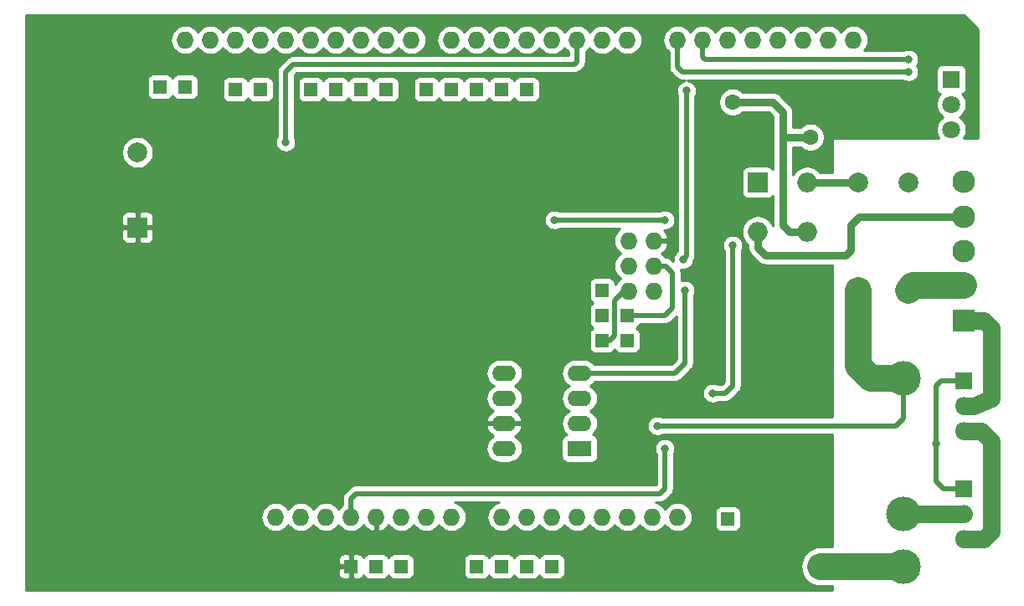
<source format=gbr>
G04 #@! TF.GenerationSoftware,KiCad,Pcbnew,5.1.0-rc1-unknown-3b97961~76~ubuntu16.04.1*
G04 #@! TF.CreationDate,2019-02-18T08:25:29+01:00
G04 #@! TF.ProjectId,jbc_245,6a62635f-3234-4352-9e6b-696361645f70,rev?*
G04 #@! TF.SameCoordinates,Original*
G04 #@! TF.FileFunction,Copper,L2,Bot*
G04 #@! TF.FilePolarity,Positive*
%FSLAX46Y46*%
G04 Gerber Fmt 4.6, Leading zero omitted, Abs format (unit mm)*
G04 Created by KiCad (PCBNEW 5.1.0-rc1-unknown-3b97961~76~ubuntu16.04.1) date 2019-02-18 08:25:29*
%MOMM*%
%LPD*%
G04 APERTURE LIST*
%ADD10R,1.800000X1.800000*%
%ADD11O,1.800000X1.800000*%
%ADD12R,2.000000X2.000000*%
%ADD13C,2.000000*%
%ADD14O,2.000000X2.000000*%
%ADD15C,1.800000*%
%ADD16C,3.500120*%
%ADD17R,1.350000X1.350000*%
%ADD18O,1.727200X1.727200*%
%ADD19R,2.300000X2.300000*%
%ADD20C,2.300000*%
%ADD21R,2.400000X1.600000*%
%ADD22O,2.400000X1.600000*%
%ADD23C,0.800000*%
%ADD24C,1.600000*%
%ADD25C,0.500000*%
%ADD26C,0.750000*%
%ADD27C,2.750000*%
%ADD28C,1.750000*%
%ADD29C,0.254000*%
G04 APERTURE END LIST*
D10*
X188976000Y-101092000D03*
D11*
X188976000Y-103632000D03*
X188976000Y-106172000D03*
D12*
X105410000Y-85598000D03*
D13*
X105410000Y-77998000D03*
D14*
X173148000Y-81026000D03*
X168148000Y-86026000D03*
X173148000Y-86026000D03*
D12*
X168148000Y-81026000D03*
D10*
X187706000Y-70612000D03*
D15*
X187706000Y-73152000D03*
X187706000Y-75692000D03*
D13*
X183388000Y-91948000D03*
X178308000Y-91938000D03*
X183388000Y-81036000D03*
X178308000Y-81026000D03*
D16*
X182880000Y-114554000D03*
X182880000Y-119888000D03*
X182880000Y-100838000D03*
D17*
X165100000Y-115062000D03*
X144780000Y-71628000D03*
X142240000Y-71628000D03*
X139700000Y-71628000D03*
X137160000Y-71628000D03*
X134620000Y-71628000D03*
X130556000Y-71628000D03*
X128016000Y-71628000D03*
X125476000Y-71628000D03*
X122936000Y-71628000D03*
X117856000Y-71628000D03*
X115316000Y-71628000D03*
X139700000Y-119888000D03*
X142240000Y-119888000D03*
X144780000Y-119888000D03*
X147320000Y-119888000D03*
X132080000Y-119888000D03*
X129540000Y-119888000D03*
X127000000Y-119888000D03*
X110236000Y-71374000D03*
X107696000Y-71374000D03*
X154940000Y-94488000D03*
X154940000Y-97028000D03*
X152400000Y-97028000D03*
X152400000Y-94488000D03*
X152400000Y-91948000D03*
D11*
X188976000Y-117094000D03*
X188976000Y-114554000D03*
D10*
X188976000Y-112014000D03*
D18*
X155063000Y-92023001D03*
X157603000Y-92023001D03*
X157603000Y-89483001D03*
X155063000Y-89483001D03*
X157603000Y-86943001D03*
X142236000Y-114883001D03*
X137156000Y-114883001D03*
X134616000Y-114883001D03*
X132076000Y-114883001D03*
X129536000Y-114883001D03*
X126996000Y-114883001D03*
X124456000Y-114883001D03*
X121916000Y-114883001D03*
X177796000Y-66623001D03*
X175256000Y-66623001D03*
X172716000Y-66623001D03*
X170176000Y-66623001D03*
X167636000Y-66623001D03*
X165096000Y-66623001D03*
X162556000Y-66623001D03*
X160016000Y-66623001D03*
X154936000Y-66623001D03*
X152396000Y-66623001D03*
X149856000Y-66623001D03*
X147316000Y-66623001D03*
X144776000Y-66623001D03*
X142236000Y-66623001D03*
X139696000Y-66623001D03*
X137156000Y-66623001D03*
X117852000Y-66623001D03*
X133092000Y-66623001D03*
X130552000Y-66623001D03*
X128012000Y-66623001D03*
X110232000Y-66623001D03*
X112772000Y-66623001D03*
X115312000Y-66623001D03*
X120392000Y-66623001D03*
X122932000Y-66623001D03*
X125472000Y-66623001D03*
X119376000Y-114883001D03*
X144776000Y-114883001D03*
X147316000Y-114883001D03*
X149856000Y-114883001D03*
X152396000Y-114883001D03*
X154936000Y-114883001D03*
X157476000Y-114883001D03*
X160016000Y-114883001D03*
X155063000Y-86943001D03*
D19*
X188976000Y-94996000D03*
D20*
X188976000Y-91496000D03*
X188976000Y-87996000D03*
X188976000Y-84496000D03*
X188976000Y-80996000D03*
D21*
X150114000Y-107950000D03*
D22*
X142494000Y-100330000D03*
X150114000Y-105410000D03*
X142494000Y-102870000D03*
X150114000Y-102870000D03*
X142494000Y-105410000D03*
X150114000Y-100330000D03*
X142494000Y-107950000D03*
D23*
X120396000Y-81788000D03*
X131572000Y-109220000D03*
X165100000Y-77216000D03*
X162560000Y-77277000D03*
X158750000Y-84836000D03*
X147574000Y-84836000D03*
D24*
X173482000Y-76454000D03*
X165608000Y-72898000D03*
D23*
X163576000Y-102362000D03*
X165608000Y-87376000D03*
X160782000Y-91948000D03*
X160918000Y-71764000D03*
X160614000Y-88814000D03*
X158750000Y-107950000D03*
X186690000Y-91496000D03*
X185166000Y-91496000D03*
X157988000Y-105664000D03*
X178308000Y-94488000D03*
X178308000Y-97282000D03*
X178308000Y-99568000D03*
X180594000Y-100838000D03*
X187198000Y-114554000D03*
X185420000Y-114554000D03*
X191008000Y-94996000D03*
X191770000Y-98552000D03*
X191770000Y-100330000D03*
X190754000Y-103378000D03*
X191770000Y-96774000D03*
X191770000Y-102362000D03*
X186182000Y-107442000D03*
X191770000Y-107188000D03*
X191770000Y-109220000D03*
X191770000Y-111252000D03*
X191770000Y-113538000D03*
X191008000Y-117094000D03*
X191770000Y-107188000D03*
X190754000Y-106172000D03*
X191770000Y-115316000D03*
X183388000Y-69850000D03*
X120396000Y-76962000D03*
X183388000Y-68580000D03*
X180086000Y-119888000D03*
X178308000Y-119888000D03*
X176530000Y-119888000D03*
X174498000Y-119888000D03*
D25*
X147574000Y-84836000D02*
X148082000Y-84836000D01*
X148082000Y-84836000D02*
X158750000Y-84836000D01*
D26*
X171370000Y-86026000D02*
X173148000Y-86026000D01*
X170688000Y-85344000D02*
X171370000Y-86026000D01*
X173482000Y-76454000D02*
X170688000Y-76454000D01*
X170688000Y-85344000D02*
X170688000Y-76454000D01*
X165608000Y-72898000D02*
X169672000Y-72898000D01*
X169672000Y-72898000D02*
X170688000Y-73914000D01*
X170688000Y-73914000D02*
X170688000Y-76454000D01*
D25*
X165608000Y-101600000D02*
X164846000Y-102362000D01*
X165608000Y-87376000D02*
X165608000Y-101600000D01*
X163576000Y-102362000D02*
X164846000Y-102362000D01*
X159766000Y-100330000D02*
X160782000Y-99314000D01*
X160782000Y-99314000D02*
X160782000Y-91948000D01*
X160918000Y-88510000D02*
X160614000Y-88814000D01*
X160918000Y-71764000D02*
X160918000Y-88510000D01*
X159766000Y-100330000D02*
X150114000Y-100330000D01*
D26*
X178308000Y-81026000D02*
X173148000Y-81026000D01*
X177038000Y-88392000D02*
X168910000Y-88392000D01*
X177546000Y-87884000D02*
X177038000Y-88392000D01*
X168910000Y-88392000D02*
X168148000Y-87630000D01*
X177546000Y-85344000D02*
X177546000Y-87884000D01*
X168148000Y-87630000D02*
X168148000Y-86026000D01*
X188976000Y-84496000D02*
X186096000Y-84496000D01*
X178394000Y-84496000D02*
X177546000Y-85344000D01*
X186096000Y-84496000D02*
X178394000Y-84496000D01*
D25*
X126996000Y-114883001D02*
X126996000Y-113034000D01*
X126996000Y-113034000D02*
X127508000Y-112522000D01*
X127508000Y-112522000D02*
X158242000Y-112522000D01*
X158242000Y-112522000D02*
X158750000Y-112014000D01*
X158750000Y-112014000D02*
X158750000Y-107950000D01*
D27*
X183840000Y-91496000D02*
X183388000Y-91948000D01*
X188976000Y-91496000D02*
X183840000Y-91496000D01*
D25*
X182880000Y-104902000D02*
X182880000Y-100838000D01*
X182118000Y-105664000D02*
X182880000Y-104902000D01*
X157988000Y-105664000D02*
X182118000Y-105664000D01*
D27*
X178308000Y-91938000D02*
X178308000Y-99568000D01*
D25*
X178308000Y-99568000D02*
X178308000Y-99822000D01*
D27*
X182880000Y-100838000D02*
X180594000Y-100838000D01*
X179578000Y-100838000D02*
X180594000Y-100838000D01*
X178308000Y-99568000D02*
X179578000Y-100838000D01*
D28*
X188976000Y-114554000D02*
X187198000Y-114554000D01*
X187198000Y-114554000D02*
X185420000Y-114554000D01*
X185420000Y-114554000D02*
X182880000Y-114554000D01*
X188976000Y-94996000D02*
X191008000Y-94996000D01*
X191770000Y-95758000D02*
X191008000Y-94996000D01*
X191770000Y-96774000D02*
X191770000Y-95758000D01*
X191770000Y-96774000D02*
X191770000Y-100838000D01*
X191770000Y-100838000D02*
X191770000Y-102870000D01*
X191770000Y-102870000D02*
X189992000Y-103632000D01*
X188976000Y-103632000D02*
X189992000Y-103632000D01*
D25*
X157603000Y-89483001D02*
X157603000Y-89539000D01*
X159512000Y-93726000D02*
X158750000Y-94488000D01*
X158825001Y-89483001D02*
X159512000Y-90170000D01*
X157603000Y-89483001D02*
X158825001Y-89483001D01*
X159512000Y-90170000D02*
X159512000Y-93726000D01*
X154940000Y-94488000D02*
X158750000Y-94488000D01*
X155063000Y-92023001D02*
X154610999Y-92023001D01*
X154610999Y-92023001D02*
X153670000Y-92964000D01*
X153670000Y-92964000D02*
X153670000Y-96520000D01*
X153162000Y-97028000D02*
X152400000Y-97028000D01*
X153670000Y-96520000D02*
X153162000Y-97028000D01*
X188976000Y-101092000D02*
X186690000Y-101092000D01*
X186690000Y-101092000D02*
X186182000Y-101600000D01*
X186182000Y-101600000D02*
X186182000Y-111252000D01*
X186944000Y-112014000D02*
X188976000Y-112014000D01*
X186182000Y-111252000D02*
X186944000Y-112014000D01*
D28*
X191770000Y-107188000D02*
X190754000Y-106172000D01*
X191770000Y-116332000D02*
X191008000Y-117094000D01*
X190754000Y-106172000D02*
X191770000Y-107188000D01*
X188976000Y-106172000D02*
X190754000Y-106172000D01*
X191770000Y-107188000D02*
X191770000Y-110998000D01*
X191770000Y-110998000D02*
X191770000Y-114554000D01*
X191770000Y-114554000D02*
X191770000Y-116332000D01*
X191008000Y-117094000D02*
X188976000Y-117094000D01*
X190754000Y-106172000D02*
X191770000Y-107188000D01*
D25*
X179832000Y-69850000D02*
X160528000Y-69850000D01*
X160016000Y-69338000D02*
X160016000Y-66623001D01*
X160528000Y-69850000D02*
X160016000Y-69338000D01*
X179832000Y-69850000D02*
X183388000Y-69850000D01*
X149856000Y-66623001D02*
X149856000Y-68838000D01*
X149856000Y-68838000D02*
X149606000Y-69088000D01*
X149606000Y-69088000D02*
X121158000Y-69088000D01*
X121158000Y-69088000D02*
X120396000Y-69850000D01*
X120396000Y-69850000D02*
X120396000Y-75438000D01*
X120396000Y-75438000D02*
X120396000Y-76708000D01*
X120396000Y-76708000D02*
X120396000Y-76962000D01*
X183388000Y-68580000D02*
X162814000Y-68580000D01*
X162814000Y-68580000D02*
X162556000Y-68322000D01*
X162556000Y-68322000D02*
X162556000Y-66623001D01*
D27*
X182880000Y-119888000D02*
X174498000Y-119888000D01*
D29*
G36*
X190373000Y-65584606D02*
G01*
X190373000Y-76581000D01*
X188958117Y-76581000D01*
X189066299Y-76419095D01*
X189182011Y-76139743D01*
X189241000Y-75843184D01*
X189241000Y-75540816D01*
X189182011Y-75244257D01*
X189066299Y-74964905D01*
X188898312Y-74713495D01*
X188684505Y-74499688D01*
X188568237Y-74422000D01*
X188684505Y-74344312D01*
X188898312Y-74130505D01*
X189066299Y-73879095D01*
X189182011Y-73599743D01*
X189241000Y-73303184D01*
X189241000Y-73000816D01*
X189182011Y-72704257D01*
X189066299Y-72424905D01*
X188898312Y-72173495D01*
X188831873Y-72107056D01*
X188850180Y-72101502D01*
X188960494Y-72042537D01*
X189057185Y-71963185D01*
X189136537Y-71866494D01*
X189195502Y-71756180D01*
X189231812Y-71636482D01*
X189244072Y-71512000D01*
X189244072Y-69712000D01*
X189231812Y-69587518D01*
X189195502Y-69467820D01*
X189136537Y-69357506D01*
X189057185Y-69260815D01*
X188960494Y-69181463D01*
X188850180Y-69122498D01*
X188730482Y-69086188D01*
X188606000Y-69073928D01*
X186806000Y-69073928D01*
X186681518Y-69086188D01*
X186561820Y-69122498D01*
X186451506Y-69181463D01*
X186354815Y-69260815D01*
X186275463Y-69357506D01*
X186216498Y-69467820D01*
X186180188Y-69587518D01*
X186167928Y-69712000D01*
X186167928Y-71512000D01*
X186180188Y-71636482D01*
X186216498Y-71756180D01*
X186275463Y-71866494D01*
X186354815Y-71963185D01*
X186451506Y-72042537D01*
X186561820Y-72101502D01*
X186580127Y-72107056D01*
X186513688Y-72173495D01*
X186345701Y-72424905D01*
X186229989Y-72704257D01*
X186171000Y-73000816D01*
X186171000Y-73303184D01*
X186229989Y-73599743D01*
X186345701Y-73879095D01*
X186513688Y-74130505D01*
X186727495Y-74344312D01*
X186843763Y-74422000D01*
X186727495Y-74499688D01*
X186513688Y-74713495D01*
X186345701Y-74964905D01*
X186229989Y-75244257D01*
X186171000Y-75540816D01*
X186171000Y-75843184D01*
X186229989Y-76139743D01*
X186345701Y-76419095D01*
X186453883Y-76581000D01*
X175768000Y-76581000D01*
X175743224Y-76583440D01*
X175719399Y-76590667D01*
X175697443Y-76602403D01*
X175678197Y-76618197D01*
X175662403Y-76637443D01*
X175650667Y-76659399D01*
X175643440Y-76683224D01*
X175641000Y-76708000D01*
X175641000Y-80016000D01*
X174434222Y-80016000D01*
X174309714Y-79864286D01*
X174060752Y-79659969D01*
X173776715Y-79508148D01*
X173468516Y-79414657D01*
X173228322Y-79391000D01*
X173067678Y-79391000D01*
X172827484Y-79414657D01*
X172519285Y-79508148D01*
X172235248Y-79659969D01*
X171986286Y-79864286D01*
X171781969Y-80113248D01*
X171698000Y-80270343D01*
X171698000Y-77464000D01*
X172462604Y-77464000D01*
X172567241Y-77568637D01*
X172802273Y-77725680D01*
X173063426Y-77833853D01*
X173340665Y-77889000D01*
X173623335Y-77889000D01*
X173900574Y-77833853D01*
X174161727Y-77725680D01*
X174396759Y-77568637D01*
X174596637Y-77368759D01*
X174753680Y-77133727D01*
X174861853Y-76872574D01*
X174917000Y-76595335D01*
X174917000Y-76312665D01*
X174861853Y-76035426D01*
X174753680Y-75774273D01*
X174596637Y-75539241D01*
X174396759Y-75339363D01*
X174161727Y-75182320D01*
X173900574Y-75074147D01*
X173623335Y-75019000D01*
X173340665Y-75019000D01*
X173063426Y-75074147D01*
X172802273Y-75182320D01*
X172567241Y-75339363D01*
X172462604Y-75444000D01*
X171698000Y-75444000D01*
X171698000Y-73963608D01*
X171702886Y-73914000D01*
X171683385Y-73716005D01*
X171625632Y-73525620D01*
X171531846Y-73350159D01*
X171479504Y-73286379D01*
X171405633Y-73196367D01*
X171367099Y-73164743D01*
X170421261Y-72218906D01*
X170389633Y-72180367D01*
X170235840Y-72054153D01*
X170060380Y-71960368D01*
X169869994Y-71902615D01*
X169721608Y-71888000D01*
X169672000Y-71883114D01*
X169622392Y-71888000D01*
X166627396Y-71888000D01*
X166522759Y-71783363D01*
X166287727Y-71626320D01*
X166026574Y-71518147D01*
X165749335Y-71463000D01*
X165466665Y-71463000D01*
X165189426Y-71518147D01*
X164928273Y-71626320D01*
X164693241Y-71783363D01*
X164493363Y-71983241D01*
X164336320Y-72218273D01*
X164228147Y-72479426D01*
X164173000Y-72756665D01*
X164173000Y-73039335D01*
X164228147Y-73316574D01*
X164336320Y-73577727D01*
X164493363Y-73812759D01*
X164693241Y-74012637D01*
X164928273Y-74169680D01*
X165189426Y-74277853D01*
X165466665Y-74333000D01*
X165749335Y-74333000D01*
X166026574Y-74277853D01*
X166287727Y-74169680D01*
X166522759Y-74012637D01*
X166627396Y-73908000D01*
X169253645Y-73908000D01*
X169678000Y-74332356D01*
X169678001Y-76404383D01*
X169673114Y-76454000D01*
X169678001Y-76503618D01*
X169678001Y-79670852D01*
X169599185Y-79574815D01*
X169502494Y-79495463D01*
X169392180Y-79436498D01*
X169272482Y-79400188D01*
X169148000Y-79387928D01*
X167148000Y-79387928D01*
X167023518Y-79400188D01*
X166903820Y-79436498D01*
X166793506Y-79495463D01*
X166696815Y-79574815D01*
X166617463Y-79671506D01*
X166558498Y-79781820D01*
X166522188Y-79901518D01*
X166509928Y-80026000D01*
X166509928Y-82026000D01*
X166522188Y-82150482D01*
X166558498Y-82270180D01*
X166617463Y-82380494D01*
X166696815Y-82477185D01*
X166793506Y-82556537D01*
X166903820Y-82615502D01*
X167023518Y-82651812D01*
X167148000Y-82664072D01*
X169148000Y-82664072D01*
X169272482Y-82651812D01*
X169392180Y-82615502D01*
X169502494Y-82556537D01*
X169599185Y-82477185D01*
X169678000Y-82381148D01*
X169678000Y-85294392D01*
X169673114Y-85344000D01*
X169684377Y-85458354D01*
X169665852Y-85397285D01*
X169514031Y-85113248D01*
X169309714Y-84864286D01*
X169060752Y-84659969D01*
X168776715Y-84508148D01*
X168468516Y-84414657D01*
X168228322Y-84391000D01*
X168067678Y-84391000D01*
X167827484Y-84414657D01*
X167519285Y-84508148D01*
X167235248Y-84659969D01*
X166986286Y-84864286D01*
X166781969Y-85113248D01*
X166630148Y-85397285D01*
X166536657Y-85705484D01*
X166505089Y-86026000D01*
X166536657Y-86346516D01*
X166630148Y-86654715D01*
X166781969Y-86938752D01*
X166986286Y-87187714D01*
X167138000Y-87312222D01*
X167138000Y-87580392D01*
X167133114Y-87630000D01*
X167152615Y-87827994D01*
X167164222Y-87866256D01*
X167210368Y-88018379D01*
X167304153Y-88193840D01*
X167430367Y-88347633D01*
X167468905Y-88379260D01*
X168160743Y-89071099D01*
X168192367Y-89109633D01*
X168346160Y-89235847D01*
X168371537Y-89249411D01*
X168521620Y-89329632D01*
X168712005Y-89387385D01*
X168910000Y-89406886D01*
X168959608Y-89402000D01*
X175641000Y-89402000D01*
X175641000Y-104779000D01*
X158526454Y-104779000D01*
X158478256Y-104746795D01*
X158289898Y-104668774D01*
X158089939Y-104629000D01*
X157886061Y-104629000D01*
X157686102Y-104668774D01*
X157497744Y-104746795D01*
X157328226Y-104860063D01*
X157184063Y-105004226D01*
X157070795Y-105173744D01*
X156992774Y-105362102D01*
X156953000Y-105562061D01*
X156953000Y-105765939D01*
X156992774Y-105965898D01*
X157070795Y-106154256D01*
X157184063Y-106323774D01*
X157328226Y-106467937D01*
X157497744Y-106581205D01*
X157686102Y-106659226D01*
X157886061Y-106699000D01*
X158089939Y-106699000D01*
X158289898Y-106659226D01*
X158478256Y-106581205D01*
X158526454Y-106549000D01*
X175641000Y-106549000D01*
X175641000Y-117878000D01*
X174399259Y-117878000D01*
X174103971Y-117907083D01*
X173725085Y-118022017D01*
X173375901Y-118208660D01*
X173069839Y-118459839D01*
X172818660Y-118765901D01*
X172632017Y-119115085D01*
X172517083Y-119493971D01*
X172478275Y-119888000D01*
X172517083Y-120282029D01*
X172632017Y-120660915D01*
X172818660Y-121010099D01*
X173069839Y-121316161D01*
X173375901Y-121567340D01*
X173725085Y-121753983D01*
X174103971Y-121868917D01*
X174399259Y-121898000D01*
X175641000Y-121898000D01*
X175641000Y-122301000D01*
X94107000Y-122301000D01*
X94107000Y-120173750D01*
X125690000Y-120173750D01*
X125690000Y-120625542D01*
X125714403Y-120748223D01*
X125762270Y-120863785D01*
X125831763Y-120967789D01*
X125920211Y-121056237D01*
X126024215Y-121125730D01*
X126139777Y-121173597D01*
X126262458Y-121198000D01*
X126714250Y-121198000D01*
X126873000Y-121039250D01*
X126873000Y-120015000D01*
X125848750Y-120015000D01*
X125690000Y-120173750D01*
X94107000Y-120173750D01*
X94107000Y-119150458D01*
X125690000Y-119150458D01*
X125690000Y-119602250D01*
X125848750Y-119761000D01*
X126873000Y-119761000D01*
X126873000Y-118736750D01*
X127127000Y-118736750D01*
X127127000Y-119761000D01*
X127147000Y-119761000D01*
X127147000Y-120015000D01*
X127127000Y-120015000D01*
X127127000Y-121039250D01*
X127285750Y-121198000D01*
X127737542Y-121198000D01*
X127860223Y-121173597D01*
X127975785Y-121125730D01*
X128079789Y-121056237D01*
X128168237Y-120967789D01*
X128237730Y-120863785D01*
X128269444Y-120787221D01*
X128275498Y-120807180D01*
X128334463Y-120917494D01*
X128413815Y-121014185D01*
X128510506Y-121093537D01*
X128620820Y-121152502D01*
X128740518Y-121188812D01*
X128865000Y-121201072D01*
X130215000Y-121201072D01*
X130339482Y-121188812D01*
X130459180Y-121152502D01*
X130569494Y-121093537D01*
X130666185Y-121014185D01*
X130745537Y-120917494D01*
X130804502Y-120807180D01*
X130810000Y-120789056D01*
X130815498Y-120807180D01*
X130874463Y-120917494D01*
X130953815Y-121014185D01*
X131050506Y-121093537D01*
X131160820Y-121152502D01*
X131280518Y-121188812D01*
X131405000Y-121201072D01*
X132755000Y-121201072D01*
X132879482Y-121188812D01*
X132999180Y-121152502D01*
X133109494Y-121093537D01*
X133206185Y-121014185D01*
X133285537Y-120917494D01*
X133344502Y-120807180D01*
X133380812Y-120687482D01*
X133393072Y-120563000D01*
X133393072Y-119213000D01*
X138386928Y-119213000D01*
X138386928Y-120563000D01*
X138399188Y-120687482D01*
X138435498Y-120807180D01*
X138494463Y-120917494D01*
X138573815Y-121014185D01*
X138670506Y-121093537D01*
X138780820Y-121152502D01*
X138900518Y-121188812D01*
X139025000Y-121201072D01*
X140375000Y-121201072D01*
X140499482Y-121188812D01*
X140619180Y-121152502D01*
X140729494Y-121093537D01*
X140826185Y-121014185D01*
X140905537Y-120917494D01*
X140964502Y-120807180D01*
X140970000Y-120789056D01*
X140975498Y-120807180D01*
X141034463Y-120917494D01*
X141113815Y-121014185D01*
X141210506Y-121093537D01*
X141320820Y-121152502D01*
X141440518Y-121188812D01*
X141565000Y-121201072D01*
X142915000Y-121201072D01*
X143039482Y-121188812D01*
X143159180Y-121152502D01*
X143269494Y-121093537D01*
X143366185Y-121014185D01*
X143445537Y-120917494D01*
X143504502Y-120807180D01*
X143510000Y-120789056D01*
X143515498Y-120807180D01*
X143574463Y-120917494D01*
X143653815Y-121014185D01*
X143750506Y-121093537D01*
X143860820Y-121152502D01*
X143980518Y-121188812D01*
X144105000Y-121201072D01*
X145455000Y-121201072D01*
X145579482Y-121188812D01*
X145699180Y-121152502D01*
X145809494Y-121093537D01*
X145906185Y-121014185D01*
X145985537Y-120917494D01*
X146044502Y-120807180D01*
X146050000Y-120789056D01*
X146055498Y-120807180D01*
X146114463Y-120917494D01*
X146193815Y-121014185D01*
X146290506Y-121093537D01*
X146400820Y-121152502D01*
X146520518Y-121188812D01*
X146645000Y-121201072D01*
X147995000Y-121201072D01*
X148119482Y-121188812D01*
X148239180Y-121152502D01*
X148349494Y-121093537D01*
X148446185Y-121014185D01*
X148525537Y-120917494D01*
X148584502Y-120807180D01*
X148620812Y-120687482D01*
X148633072Y-120563000D01*
X148633072Y-119213000D01*
X148620812Y-119088518D01*
X148584502Y-118968820D01*
X148525537Y-118858506D01*
X148446185Y-118761815D01*
X148349494Y-118682463D01*
X148239180Y-118623498D01*
X148119482Y-118587188D01*
X147995000Y-118574928D01*
X146645000Y-118574928D01*
X146520518Y-118587188D01*
X146400820Y-118623498D01*
X146290506Y-118682463D01*
X146193815Y-118761815D01*
X146114463Y-118858506D01*
X146055498Y-118968820D01*
X146050000Y-118986944D01*
X146044502Y-118968820D01*
X145985537Y-118858506D01*
X145906185Y-118761815D01*
X145809494Y-118682463D01*
X145699180Y-118623498D01*
X145579482Y-118587188D01*
X145455000Y-118574928D01*
X144105000Y-118574928D01*
X143980518Y-118587188D01*
X143860820Y-118623498D01*
X143750506Y-118682463D01*
X143653815Y-118761815D01*
X143574463Y-118858506D01*
X143515498Y-118968820D01*
X143510000Y-118986944D01*
X143504502Y-118968820D01*
X143445537Y-118858506D01*
X143366185Y-118761815D01*
X143269494Y-118682463D01*
X143159180Y-118623498D01*
X143039482Y-118587188D01*
X142915000Y-118574928D01*
X141565000Y-118574928D01*
X141440518Y-118587188D01*
X141320820Y-118623498D01*
X141210506Y-118682463D01*
X141113815Y-118761815D01*
X141034463Y-118858506D01*
X140975498Y-118968820D01*
X140970000Y-118986944D01*
X140964502Y-118968820D01*
X140905537Y-118858506D01*
X140826185Y-118761815D01*
X140729494Y-118682463D01*
X140619180Y-118623498D01*
X140499482Y-118587188D01*
X140375000Y-118574928D01*
X139025000Y-118574928D01*
X138900518Y-118587188D01*
X138780820Y-118623498D01*
X138670506Y-118682463D01*
X138573815Y-118761815D01*
X138494463Y-118858506D01*
X138435498Y-118968820D01*
X138399188Y-119088518D01*
X138386928Y-119213000D01*
X133393072Y-119213000D01*
X133380812Y-119088518D01*
X133344502Y-118968820D01*
X133285537Y-118858506D01*
X133206185Y-118761815D01*
X133109494Y-118682463D01*
X132999180Y-118623498D01*
X132879482Y-118587188D01*
X132755000Y-118574928D01*
X131405000Y-118574928D01*
X131280518Y-118587188D01*
X131160820Y-118623498D01*
X131050506Y-118682463D01*
X130953815Y-118761815D01*
X130874463Y-118858506D01*
X130815498Y-118968820D01*
X130810000Y-118986944D01*
X130804502Y-118968820D01*
X130745537Y-118858506D01*
X130666185Y-118761815D01*
X130569494Y-118682463D01*
X130459180Y-118623498D01*
X130339482Y-118587188D01*
X130215000Y-118574928D01*
X128865000Y-118574928D01*
X128740518Y-118587188D01*
X128620820Y-118623498D01*
X128510506Y-118682463D01*
X128413815Y-118761815D01*
X128334463Y-118858506D01*
X128275498Y-118968820D01*
X128269444Y-118988779D01*
X128237730Y-118912215D01*
X128168237Y-118808211D01*
X128079789Y-118719763D01*
X127975785Y-118650270D01*
X127860223Y-118602403D01*
X127737542Y-118578000D01*
X127285750Y-118578000D01*
X127127000Y-118736750D01*
X126873000Y-118736750D01*
X126714250Y-118578000D01*
X126262458Y-118578000D01*
X126139777Y-118602403D01*
X126024215Y-118650270D01*
X125920211Y-118719763D01*
X125831763Y-118808211D01*
X125762270Y-118912215D01*
X125714403Y-119027777D01*
X125690000Y-119150458D01*
X94107000Y-119150458D01*
X94107000Y-114883001D01*
X117870149Y-114883001D01*
X117899084Y-115176778D01*
X117984775Y-115459265D01*
X118123931Y-115719607D01*
X118311203Y-115947798D01*
X118539394Y-116135070D01*
X118799736Y-116274226D01*
X119082223Y-116359917D01*
X119302381Y-116381601D01*
X119449619Y-116381601D01*
X119669777Y-116359917D01*
X119952264Y-116274226D01*
X120212606Y-116135070D01*
X120440797Y-115947798D01*
X120628069Y-115719607D01*
X120646000Y-115686061D01*
X120663931Y-115719607D01*
X120851203Y-115947798D01*
X121079394Y-116135070D01*
X121339736Y-116274226D01*
X121622223Y-116359917D01*
X121842381Y-116381601D01*
X121989619Y-116381601D01*
X122209777Y-116359917D01*
X122492264Y-116274226D01*
X122752606Y-116135070D01*
X122980797Y-115947798D01*
X123168069Y-115719607D01*
X123186000Y-115686061D01*
X123203931Y-115719607D01*
X123391203Y-115947798D01*
X123619394Y-116135070D01*
X123879736Y-116274226D01*
X124162223Y-116359917D01*
X124382381Y-116381601D01*
X124529619Y-116381601D01*
X124749777Y-116359917D01*
X125032264Y-116274226D01*
X125292606Y-116135070D01*
X125520797Y-115947798D01*
X125708069Y-115719607D01*
X125726000Y-115686061D01*
X125743931Y-115719607D01*
X125931203Y-115947798D01*
X126159394Y-116135070D01*
X126419736Y-116274226D01*
X126702223Y-116359917D01*
X126922381Y-116381601D01*
X127069619Y-116381601D01*
X127289777Y-116359917D01*
X127572264Y-116274226D01*
X127832606Y-116135070D01*
X128060797Y-115947798D01*
X128248069Y-115719607D01*
X128269470Y-115679568D01*
X128429146Y-115893294D01*
X128647512Y-116089818D01*
X128900022Y-116239965D01*
X129176973Y-116337964D01*
X129409000Y-116217465D01*
X129409000Y-115010001D01*
X129389000Y-115010001D01*
X129389000Y-114756001D01*
X129409000Y-114756001D01*
X129409000Y-114736001D01*
X129663000Y-114736001D01*
X129663000Y-114756001D01*
X129683000Y-114756001D01*
X129683000Y-115010001D01*
X129663000Y-115010001D01*
X129663000Y-116217465D01*
X129895027Y-116337964D01*
X130171978Y-116239965D01*
X130424488Y-116089818D01*
X130642854Y-115893294D01*
X130802530Y-115679568D01*
X130823931Y-115719607D01*
X131011203Y-115947798D01*
X131239394Y-116135070D01*
X131499736Y-116274226D01*
X131782223Y-116359917D01*
X132002381Y-116381601D01*
X132149619Y-116381601D01*
X132369777Y-116359917D01*
X132652264Y-116274226D01*
X132912606Y-116135070D01*
X133140797Y-115947798D01*
X133328069Y-115719607D01*
X133346000Y-115686061D01*
X133363931Y-115719607D01*
X133551203Y-115947798D01*
X133779394Y-116135070D01*
X134039736Y-116274226D01*
X134322223Y-116359917D01*
X134542381Y-116381601D01*
X134689619Y-116381601D01*
X134909777Y-116359917D01*
X135192264Y-116274226D01*
X135452606Y-116135070D01*
X135680797Y-115947798D01*
X135868069Y-115719607D01*
X135886000Y-115686061D01*
X135903931Y-115719607D01*
X136091203Y-115947798D01*
X136319394Y-116135070D01*
X136579736Y-116274226D01*
X136862223Y-116359917D01*
X137082381Y-116381601D01*
X137229619Y-116381601D01*
X137449777Y-116359917D01*
X137732264Y-116274226D01*
X137992606Y-116135070D01*
X138220797Y-115947798D01*
X138408069Y-115719607D01*
X138547225Y-115459265D01*
X138632916Y-115176778D01*
X138661851Y-114883001D01*
X138632916Y-114589224D01*
X138547225Y-114306737D01*
X138408069Y-114046395D01*
X138220797Y-113818204D01*
X137992606Y-113630932D01*
X137732264Y-113491776D01*
X137452793Y-113407000D01*
X141939207Y-113407000D01*
X141659736Y-113491776D01*
X141399394Y-113630932D01*
X141171203Y-113818204D01*
X140983931Y-114046395D01*
X140844775Y-114306737D01*
X140759084Y-114589224D01*
X140730149Y-114883001D01*
X140759084Y-115176778D01*
X140844775Y-115459265D01*
X140983931Y-115719607D01*
X141171203Y-115947798D01*
X141399394Y-116135070D01*
X141659736Y-116274226D01*
X141942223Y-116359917D01*
X142162381Y-116381601D01*
X142309619Y-116381601D01*
X142529777Y-116359917D01*
X142812264Y-116274226D01*
X143072606Y-116135070D01*
X143300797Y-115947798D01*
X143488069Y-115719607D01*
X143506000Y-115686061D01*
X143523931Y-115719607D01*
X143711203Y-115947798D01*
X143939394Y-116135070D01*
X144199736Y-116274226D01*
X144482223Y-116359917D01*
X144702381Y-116381601D01*
X144849619Y-116381601D01*
X145069777Y-116359917D01*
X145352264Y-116274226D01*
X145612606Y-116135070D01*
X145840797Y-115947798D01*
X146028069Y-115719607D01*
X146046000Y-115686061D01*
X146063931Y-115719607D01*
X146251203Y-115947798D01*
X146479394Y-116135070D01*
X146739736Y-116274226D01*
X147022223Y-116359917D01*
X147242381Y-116381601D01*
X147389619Y-116381601D01*
X147609777Y-116359917D01*
X147892264Y-116274226D01*
X148152606Y-116135070D01*
X148380797Y-115947798D01*
X148568069Y-115719607D01*
X148586000Y-115686061D01*
X148603931Y-115719607D01*
X148791203Y-115947798D01*
X149019394Y-116135070D01*
X149279736Y-116274226D01*
X149562223Y-116359917D01*
X149782381Y-116381601D01*
X149929619Y-116381601D01*
X150149777Y-116359917D01*
X150432264Y-116274226D01*
X150692606Y-116135070D01*
X150920797Y-115947798D01*
X151108069Y-115719607D01*
X151126000Y-115686061D01*
X151143931Y-115719607D01*
X151331203Y-115947798D01*
X151559394Y-116135070D01*
X151819736Y-116274226D01*
X152102223Y-116359917D01*
X152322381Y-116381601D01*
X152469619Y-116381601D01*
X152689777Y-116359917D01*
X152972264Y-116274226D01*
X153232606Y-116135070D01*
X153460797Y-115947798D01*
X153648069Y-115719607D01*
X153666000Y-115686061D01*
X153683931Y-115719607D01*
X153871203Y-115947798D01*
X154099394Y-116135070D01*
X154359736Y-116274226D01*
X154642223Y-116359917D01*
X154862381Y-116381601D01*
X155009619Y-116381601D01*
X155229777Y-116359917D01*
X155512264Y-116274226D01*
X155772606Y-116135070D01*
X156000797Y-115947798D01*
X156188069Y-115719607D01*
X156206000Y-115686061D01*
X156223931Y-115719607D01*
X156411203Y-115947798D01*
X156639394Y-116135070D01*
X156899736Y-116274226D01*
X157182223Y-116359917D01*
X157402381Y-116381601D01*
X157549619Y-116381601D01*
X157769777Y-116359917D01*
X158052264Y-116274226D01*
X158312606Y-116135070D01*
X158540797Y-115947798D01*
X158728069Y-115719607D01*
X158746000Y-115686061D01*
X158763931Y-115719607D01*
X158951203Y-115947798D01*
X159179394Y-116135070D01*
X159439736Y-116274226D01*
X159722223Y-116359917D01*
X159942381Y-116381601D01*
X160089619Y-116381601D01*
X160309777Y-116359917D01*
X160592264Y-116274226D01*
X160852606Y-116135070D01*
X161080797Y-115947798D01*
X161268069Y-115719607D01*
X161407225Y-115459265D01*
X161492916Y-115176778D01*
X161521851Y-114883001D01*
X161492916Y-114589224D01*
X161431573Y-114387000D01*
X163786928Y-114387000D01*
X163786928Y-115737000D01*
X163799188Y-115861482D01*
X163835498Y-115981180D01*
X163894463Y-116091494D01*
X163973815Y-116188185D01*
X164070506Y-116267537D01*
X164180820Y-116326502D01*
X164300518Y-116362812D01*
X164425000Y-116375072D01*
X165775000Y-116375072D01*
X165899482Y-116362812D01*
X166019180Y-116326502D01*
X166129494Y-116267537D01*
X166226185Y-116188185D01*
X166305537Y-116091494D01*
X166364502Y-115981180D01*
X166400812Y-115861482D01*
X166413072Y-115737000D01*
X166413072Y-114387000D01*
X166400812Y-114262518D01*
X166364502Y-114142820D01*
X166305537Y-114032506D01*
X166226185Y-113935815D01*
X166129494Y-113856463D01*
X166019180Y-113797498D01*
X165899482Y-113761188D01*
X165775000Y-113748928D01*
X164425000Y-113748928D01*
X164300518Y-113761188D01*
X164180820Y-113797498D01*
X164070506Y-113856463D01*
X163973815Y-113935815D01*
X163894463Y-114032506D01*
X163835498Y-114142820D01*
X163799188Y-114262518D01*
X163786928Y-114387000D01*
X161431573Y-114387000D01*
X161407225Y-114306737D01*
X161268069Y-114046395D01*
X161080797Y-113818204D01*
X160852606Y-113630932D01*
X160592264Y-113491776D01*
X160309777Y-113406085D01*
X160089619Y-113384401D01*
X159942381Y-113384401D01*
X159722223Y-113406085D01*
X159439736Y-113491776D01*
X159179394Y-113630932D01*
X158951203Y-113818204D01*
X158763931Y-114046395D01*
X158746000Y-114079941D01*
X158728069Y-114046395D01*
X158540797Y-113818204D01*
X158312606Y-113630932D01*
X158052264Y-113491776D01*
X157772793Y-113407000D01*
X158198531Y-113407000D01*
X158242000Y-113411281D01*
X158285469Y-113407000D01*
X158285477Y-113407000D01*
X158415490Y-113394195D01*
X158582313Y-113343589D01*
X158736059Y-113261411D01*
X158870817Y-113150817D01*
X158898534Y-113117044D01*
X159345046Y-112670532D01*
X159378817Y-112642817D01*
X159489411Y-112508059D01*
X159571589Y-112354313D01*
X159622195Y-112187490D01*
X159635000Y-112057477D01*
X159635000Y-112057467D01*
X159639281Y-112014001D01*
X159635000Y-111970535D01*
X159635000Y-108488454D01*
X159667205Y-108440256D01*
X159745226Y-108251898D01*
X159785000Y-108051939D01*
X159785000Y-107848061D01*
X159745226Y-107648102D01*
X159667205Y-107459744D01*
X159553937Y-107290226D01*
X159409774Y-107146063D01*
X159240256Y-107032795D01*
X159051898Y-106954774D01*
X158851939Y-106915000D01*
X158648061Y-106915000D01*
X158448102Y-106954774D01*
X158259744Y-107032795D01*
X158090226Y-107146063D01*
X157946063Y-107290226D01*
X157832795Y-107459744D01*
X157754774Y-107648102D01*
X157715000Y-107848061D01*
X157715000Y-108051939D01*
X157754774Y-108251898D01*
X157832795Y-108440256D01*
X157865001Y-108488456D01*
X157865000Y-111637000D01*
X127551465Y-111637000D01*
X127507999Y-111632719D01*
X127464533Y-111637000D01*
X127464523Y-111637000D01*
X127334510Y-111649805D01*
X127167687Y-111700411D01*
X127013941Y-111782589D01*
X126879183Y-111893183D01*
X126851468Y-111926954D01*
X126400952Y-112377470D01*
X126367184Y-112405183D01*
X126339471Y-112438951D01*
X126339468Y-112438954D01*
X126256590Y-112539941D01*
X126174412Y-112693687D01*
X126123805Y-112860510D01*
X126106719Y-113034000D01*
X126111001Y-113077479D01*
X126111001Y-113670648D01*
X125931203Y-113818204D01*
X125743931Y-114046395D01*
X125726000Y-114079941D01*
X125708069Y-114046395D01*
X125520797Y-113818204D01*
X125292606Y-113630932D01*
X125032264Y-113491776D01*
X124749777Y-113406085D01*
X124529619Y-113384401D01*
X124382381Y-113384401D01*
X124162223Y-113406085D01*
X123879736Y-113491776D01*
X123619394Y-113630932D01*
X123391203Y-113818204D01*
X123203931Y-114046395D01*
X123186000Y-114079941D01*
X123168069Y-114046395D01*
X122980797Y-113818204D01*
X122752606Y-113630932D01*
X122492264Y-113491776D01*
X122209777Y-113406085D01*
X121989619Y-113384401D01*
X121842381Y-113384401D01*
X121622223Y-113406085D01*
X121339736Y-113491776D01*
X121079394Y-113630932D01*
X120851203Y-113818204D01*
X120663931Y-114046395D01*
X120646000Y-114079941D01*
X120628069Y-114046395D01*
X120440797Y-113818204D01*
X120212606Y-113630932D01*
X119952264Y-113491776D01*
X119669777Y-113406085D01*
X119449619Y-113384401D01*
X119302381Y-113384401D01*
X119082223Y-113406085D01*
X118799736Y-113491776D01*
X118539394Y-113630932D01*
X118311203Y-113818204D01*
X118123931Y-114046395D01*
X117984775Y-114306737D01*
X117899084Y-114589224D01*
X117870149Y-114883001D01*
X94107000Y-114883001D01*
X94107000Y-107950000D01*
X140652057Y-107950000D01*
X140679764Y-108231309D01*
X140761818Y-108501808D01*
X140895068Y-108751101D01*
X141074392Y-108969608D01*
X141292899Y-109148932D01*
X141542192Y-109282182D01*
X141812691Y-109364236D01*
X142023508Y-109385000D01*
X142964492Y-109385000D01*
X143175309Y-109364236D01*
X143445808Y-109282182D01*
X143695101Y-109148932D01*
X143913608Y-108969608D01*
X144092932Y-108751101D01*
X144226182Y-108501808D01*
X144308236Y-108231309D01*
X144335943Y-107950000D01*
X144308236Y-107668691D01*
X144226182Y-107398192D01*
X144092932Y-107148899D01*
X143913608Y-106930392D01*
X143695101Y-106751068D01*
X143567259Y-106682735D01*
X143796839Y-106532601D01*
X143998500Y-106334895D01*
X144157715Y-106101646D01*
X144268367Y-105841818D01*
X144285904Y-105759039D01*
X144163915Y-105537000D01*
X142621000Y-105537000D01*
X142621000Y-105557000D01*
X142367000Y-105557000D01*
X142367000Y-105537000D01*
X140824085Y-105537000D01*
X140702096Y-105759039D01*
X140719633Y-105841818D01*
X140830285Y-106101646D01*
X140989500Y-106334895D01*
X141191161Y-106532601D01*
X141420741Y-106682735D01*
X141292899Y-106751068D01*
X141074392Y-106930392D01*
X140895068Y-107148899D01*
X140761818Y-107398192D01*
X140679764Y-107668691D01*
X140652057Y-107950000D01*
X94107000Y-107950000D01*
X94107000Y-100330000D01*
X140652057Y-100330000D01*
X140679764Y-100611309D01*
X140761818Y-100881808D01*
X140895068Y-101131101D01*
X141074392Y-101349608D01*
X141292899Y-101528932D01*
X141425858Y-101600000D01*
X141292899Y-101671068D01*
X141074392Y-101850392D01*
X140895068Y-102068899D01*
X140761818Y-102318192D01*
X140679764Y-102588691D01*
X140652057Y-102870000D01*
X140679764Y-103151309D01*
X140761818Y-103421808D01*
X140895068Y-103671101D01*
X141074392Y-103889608D01*
X141292899Y-104068932D01*
X141420741Y-104137265D01*
X141191161Y-104287399D01*
X140989500Y-104485105D01*
X140830285Y-104718354D01*
X140719633Y-104978182D01*
X140702096Y-105060961D01*
X140824085Y-105283000D01*
X142367000Y-105283000D01*
X142367000Y-105263000D01*
X142621000Y-105263000D01*
X142621000Y-105283000D01*
X144163915Y-105283000D01*
X144285904Y-105060961D01*
X144268367Y-104978182D01*
X144157715Y-104718354D01*
X143998500Y-104485105D01*
X143796839Y-104287399D01*
X143567259Y-104137265D01*
X143695101Y-104068932D01*
X143913608Y-103889608D01*
X144092932Y-103671101D01*
X144226182Y-103421808D01*
X144308236Y-103151309D01*
X144335943Y-102870000D01*
X144308236Y-102588691D01*
X144226182Y-102318192D01*
X144092932Y-102068899D01*
X143913608Y-101850392D01*
X143695101Y-101671068D01*
X143562142Y-101600000D01*
X143695101Y-101528932D01*
X143913608Y-101349608D01*
X144092932Y-101131101D01*
X144226182Y-100881808D01*
X144308236Y-100611309D01*
X144335943Y-100330000D01*
X144308236Y-100048691D01*
X144226182Y-99778192D01*
X144092932Y-99528899D01*
X143913608Y-99310392D01*
X143695101Y-99131068D01*
X143445808Y-98997818D01*
X143175309Y-98915764D01*
X142964492Y-98895000D01*
X142023508Y-98895000D01*
X141812691Y-98915764D01*
X141542192Y-98997818D01*
X141292899Y-99131068D01*
X141074392Y-99310392D01*
X140895068Y-99528899D01*
X140761818Y-99778192D01*
X140679764Y-100048691D01*
X140652057Y-100330000D01*
X94107000Y-100330000D01*
X94107000Y-85883750D01*
X103775000Y-85883750D01*
X103775000Y-86660542D01*
X103799403Y-86783223D01*
X103847270Y-86898785D01*
X103916763Y-87002789D01*
X104005211Y-87091237D01*
X104109215Y-87160730D01*
X104224777Y-87208597D01*
X104347458Y-87233000D01*
X105124250Y-87233000D01*
X105283000Y-87074250D01*
X105283000Y-85725000D01*
X105537000Y-85725000D01*
X105537000Y-87074250D01*
X105695750Y-87233000D01*
X106472542Y-87233000D01*
X106595223Y-87208597D01*
X106710785Y-87160730D01*
X106814789Y-87091237D01*
X106903237Y-87002789D01*
X106972730Y-86898785D01*
X107020597Y-86783223D01*
X107045000Y-86660542D01*
X107045000Y-85883750D01*
X106886250Y-85725000D01*
X105537000Y-85725000D01*
X105283000Y-85725000D01*
X103933750Y-85725000D01*
X103775000Y-85883750D01*
X94107000Y-85883750D01*
X94107000Y-84535458D01*
X103775000Y-84535458D01*
X103775000Y-85312250D01*
X103933750Y-85471000D01*
X105283000Y-85471000D01*
X105283000Y-84121750D01*
X105537000Y-84121750D01*
X105537000Y-85471000D01*
X106886250Y-85471000D01*
X107045000Y-85312250D01*
X107045000Y-84734061D01*
X146539000Y-84734061D01*
X146539000Y-84937939D01*
X146578774Y-85137898D01*
X146656795Y-85326256D01*
X146770063Y-85495774D01*
X146914226Y-85639937D01*
X147083744Y-85753205D01*
X147272102Y-85831226D01*
X147472061Y-85871000D01*
X147675939Y-85871000D01*
X147875898Y-85831226D01*
X148064256Y-85753205D01*
X148112454Y-85721000D01*
X154189756Y-85721000D01*
X153998203Y-85878204D01*
X153810931Y-86106395D01*
X153671775Y-86366737D01*
X153586084Y-86649224D01*
X153557149Y-86943001D01*
X153586084Y-87236778D01*
X153671775Y-87519265D01*
X153810931Y-87779607D01*
X153998203Y-88007798D01*
X154226394Y-88195070D01*
X154259940Y-88213001D01*
X154226394Y-88230932D01*
X153998203Y-88418204D01*
X153810931Y-88646395D01*
X153671775Y-88906737D01*
X153586084Y-89189224D01*
X153557149Y-89483001D01*
X153586084Y-89776778D01*
X153671775Y-90059265D01*
X153810931Y-90319607D01*
X153998203Y-90547798D01*
X154226394Y-90735070D01*
X154259940Y-90753001D01*
X154226394Y-90770932D01*
X153998203Y-90958204D01*
X153810931Y-91186395D01*
X153713072Y-91369476D01*
X153713072Y-91273000D01*
X153700812Y-91148518D01*
X153664502Y-91028820D01*
X153605537Y-90918506D01*
X153526185Y-90821815D01*
X153429494Y-90742463D01*
X153319180Y-90683498D01*
X153199482Y-90647188D01*
X153075000Y-90634928D01*
X151725000Y-90634928D01*
X151600518Y-90647188D01*
X151480820Y-90683498D01*
X151370506Y-90742463D01*
X151273815Y-90821815D01*
X151194463Y-90918506D01*
X151135498Y-91028820D01*
X151099188Y-91148518D01*
X151086928Y-91273000D01*
X151086928Y-92623000D01*
X151099188Y-92747482D01*
X151135498Y-92867180D01*
X151194463Y-92977494D01*
X151273815Y-93074185D01*
X151370506Y-93153537D01*
X151480820Y-93212502D01*
X151498944Y-93218000D01*
X151480820Y-93223498D01*
X151370506Y-93282463D01*
X151273815Y-93361815D01*
X151194463Y-93458506D01*
X151135498Y-93568820D01*
X151099188Y-93688518D01*
X151086928Y-93813000D01*
X151086928Y-95163000D01*
X151099188Y-95287482D01*
X151135498Y-95407180D01*
X151194463Y-95517494D01*
X151273815Y-95614185D01*
X151370506Y-95693537D01*
X151480820Y-95752502D01*
X151498944Y-95758000D01*
X151480820Y-95763498D01*
X151370506Y-95822463D01*
X151273815Y-95901815D01*
X151194463Y-95998506D01*
X151135498Y-96108820D01*
X151099188Y-96228518D01*
X151086928Y-96353000D01*
X151086928Y-97703000D01*
X151099188Y-97827482D01*
X151135498Y-97947180D01*
X151194463Y-98057494D01*
X151273815Y-98154185D01*
X151370506Y-98233537D01*
X151480820Y-98292502D01*
X151600518Y-98328812D01*
X151725000Y-98341072D01*
X153075000Y-98341072D01*
X153199482Y-98328812D01*
X153319180Y-98292502D01*
X153429494Y-98233537D01*
X153526185Y-98154185D01*
X153605537Y-98057494D01*
X153664502Y-97947180D01*
X153670000Y-97929056D01*
X153675498Y-97947180D01*
X153734463Y-98057494D01*
X153813815Y-98154185D01*
X153910506Y-98233537D01*
X154020820Y-98292502D01*
X154140518Y-98328812D01*
X154265000Y-98341072D01*
X155615000Y-98341072D01*
X155739482Y-98328812D01*
X155859180Y-98292502D01*
X155969494Y-98233537D01*
X156066185Y-98154185D01*
X156145537Y-98057494D01*
X156204502Y-97947180D01*
X156240812Y-97827482D01*
X156253072Y-97703000D01*
X156253072Y-96353000D01*
X156240812Y-96228518D01*
X156204502Y-96108820D01*
X156145537Y-95998506D01*
X156066185Y-95901815D01*
X155969494Y-95822463D01*
X155859180Y-95763498D01*
X155841056Y-95758000D01*
X155859180Y-95752502D01*
X155969494Y-95693537D01*
X156066185Y-95614185D01*
X156145537Y-95517494D01*
X156204502Y-95407180D01*
X156214870Y-95373000D01*
X158706531Y-95373000D01*
X158750000Y-95377281D01*
X158793469Y-95373000D01*
X158793477Y-95373000D01*
X158923490Y-95360195D01*
X159090313Y-95309589D01*
X159244059Y-95227411D01*
X159378817Y-95116817D01*
X159406534Y-95083044D01*
X159897001Y-94592578D01*
X159897000Y-98947421D01*
X159399422Y-99445000D01*
X151644078Y-99445000D01*
X151533608Y-99310392D01*
X151315101Y-99131068D01*
X151065808Y-98997818D01*
X150795309Y-98915764D01*
X150584492Y-98895000D01*
X149643508Y-98895000D01*
X149432691Y-98915764D01*
X149162192Y-98997818D01*
X148912899Y-99131068D01*
X148694392Y-99310392D01*
X148515068Y-99528899D01*
X148381818Y-99778192D01*
X148299764Y-100048691D01*
X148272057Y-100330000D01*
X148299764Y-100611309D01*
X148381818Y-100881808D01*
X148515068Y-101131101D01*
X148694392Y-101349608D01*
X148912899Y-101528932D01*
X149045858Y-101600000D01*
X148912899Y-101671068D01*
X148694392Y-101850392D01*
X148515068Y-102068899D01*
X148381818Y-102318192D01*
X148299764Y-102588691D01*
X148272057Y-102870000D01*
X148299764Y-103151309D01*
X148381818Y-103421808D01*
X148515068Y-103671101D01*
X148694392Y-103889608D01*
X148912899Y-104068932D01*
X149045858Y-104140000D01*
X148912899Y-104211068D01*
X148694392Y-104390392D01*
X148515068Y-104608899D01*
X148381818Y-104858192D01*
X148299764Y-105128691D01*
X148272057Y-105410000D01*
X148299764Y-105691309D01*
X148381818Y-105961808D01*
X148515068Y-106211101D01*
X148694392Y-106429608D01*
X148807482Y-106522419D01*
X148789518Y-106524188D01*
X148669820Y-106560498D01*
X148559506Y-106619463D01*
X148462815Y-106698815D01*
X148383463Y-106795506D01*
X148324498Y-106905820D01*
X148288188Y-107025518D01*
X148275928Y-107150000D01*
X148275928Y-108750000D01*
X148288188Y-108874482D01*
X148324498Y-108994180D01*
X148383463Y-109104494D01*
X148462815Y-109201185D01*
X148559506Y-109280537D01*
X148669820Y-109339502D01*
X148789518Y-109375812D01*
X148914000Y-109388072D01*
X151314000Y-109388072D01*
X151438482Y-109375812D01*
X151558180Y-109339502D01*
X151668494Y-109280537D01*
X151765185Y-109201185D01*
X151844537Y-109104494D01*
X151903502Y-108994180D01*
X151939812Y-108874482D01*
X151952072Y-108750000D01*
X151952072Y-107150000D01*
X151939812Y-107025518D01*
X151903502Y-106905820D01*
X151844537Y-106795506D01*
X151765185Y-106698815D01*
X151668494Y-106619463D01*
X151558180Y-106560498D01*
X151438482Y-106524188D01*
X151420518Y-106522419D01*
X151533608Y-106429608D01*
X151712932Y-106211101D01*
X151846182Y-105961808D01*
X151928236Y-105691309D01*
X151955943Y-105410000D01*
X151928236Y-105128691D01*
X151846182Y-104858192D01*
X151712932Y-104608899D01*
X151533608Y-104390392D01*
X151315101Y-104211068D01*
X151182142Y-104140000D01*
X151315101Y-104068932D01*
X151533608Y-103889608D01*
X151712932Y-103671101D01*
X151846182Y-103421808D01*
X151928236Y-103151309D01*
X151955943Y-102870000D01*
X151928236Y-102588691D01*
X151846182Y-102318192D01*
X151815111Y-102260061D01*
X162541000Y-102260061D01*
X162541000Y-102463939D01*
X162580774Y-102663898D01*
X162658795Y-102852256D01*
X162772063Y-103021774D01*
X162916226Y-103165937D01*
X163085744Y-103279205D01*
X163274102Y-103357226D01*
X163474061Y-103397000D01*
X163677939Y-103397000D01*
X163877898Y-103357226D01*
X164066256Y-103279205D01*
X164114454Y-103247000D01*
X164802531Y-103247000D01*
X164846000Y-103251281D01*
X164889469Y-103247000D01*
X164889477Y-103247000D01*
X165019490Y-103234195D01*
X165186313Y-103183589D01*
X165340059Y-103101411D01*
X165474817Y-102990817D01*
X165502534Y-102957044D01*
X166203049Y-102256530D01*
X166236817Y-102228817D01*
X166269897Y-102188510D01*
X166347411Y-102094059D01*
X166401962Y-101992000D01*
X166429589Y-101940313D01*
X166480195Y-101773490D01*
X166493000Y-101643477D01*
X166493000Y-101643469D01*
X166497281Y-101600000D01*
X166493000Y-101556531D01*
X166493000Y-87914454D01*
X166525205Y-87866256D01*
X166603226Y-87677898D01*
X166643000Y-87477939D01*
X166643000Y-87274061D01*
X166603226Y-87074102D01*
X166525205Y-86885744D01*
X166411937Y-86716226D01*
X166267774Y-86572063D01*
X166098256Y-86458795D01*
X165909898Y-86380774D01*
X165709939Y-86341000D01*
X165506061Y-86341000D01*
X165306102Y-86380774D01*
X165117744Y-86458795D01*
X164948226Y-86572063D01*
X164804063Y-86716226D01*
X164690795Y-86885744D01*
X164612774Y-87074102D01*
X164573000Y-87274061D01*
X164573000Y-87477939D01*
X164612774Y-87677898D01*
X164690795Y-87866256D01*
X164723000Y-87914454D01*
X164723001Y-101233420D01*
X164479422Y-101477000D01*
X164114454Y-101477000D01*
X164066256Y-101444795D01*
X163877898Y-101366774D01*
X163677939Y-101327000D01*
X163474061Y-101327000D01*
X163274102Y-101366774D01*
X163085744Y-101444795D01*
X162916226Y-101558063D01*
X162772063Y-101702226D01*
X162658795Y-101871744D01*
X162580774Y-102060102D01*
X162541000Y-102260061D01*
X151815111Y-102260061D01*
X151712932Y-102068899D01*
X151533608Y-101850392D01*
X151315101Y-101671068D01*
X151182142Y-101600000D01*
X151315101Y-101528932D01*
X151533608Y-101349608D01*
X151644078Y-101215000D01*
X159722531Y-101215000D01*
X159766000Y-101219281D01*
X159809469Y-101215000D01*
X159809477Y-101215000D01*
X159939490Y-101202195D01*
X160106313Y-101151589D01*
X160260059Y-101069411D01*
X160394817Y-100958817D01*
X160422534Y-100925044D01*
X161377050Y-99970529D01*
X161410817Y-99942817D01*
X161521411Y-99808059D01*
X161603589Y-99654313D01*
X161654195Y-99487490D01*
X161667000Y-99357477D01*
X161667000Y-99357469D01*
X161671281Y-99314000D01*
X161667000Y-99270531D01*
X161667000Y-92486454D01*
X161699205Y-92438256D01*
X161777226Y-92249898D01*
X161817000Y-92049939D01*
X161817000Y-91846061D01*
X161777226Y-91646102D01*
X161699205Y-91457744D01*
X161585937Y-91288226D01*
X161441774Y-91144063D01*
X161272256Y-91030795D01*
X161083898Y-90952774D01*
X160883939Y-90913000D01*
X160680061Y-90913000D01*
X160480102Y-90952774D01*
X160397000Y-90987196D01*
X160397000Y-90213465D01*
X160401281Y-90169999D01*
X160397000Y-90126533D01*
X160397000Y-90126523D01*
X160384195Y-89996510D01*
X160333589Y-89829687D01*
X160323908Y-89811574D01*
X160512061Y-89849000D01*
X160715939Y-89849000D01*
X160915898Y-89809226D01*
X161104256Y-89731205D01*
X161273774Y-89617937D01*
X161417937Y-89473774D01*
X161531205Y-89304256D01*
X161609226Y-89115898D01*
X161623174Y-89045777D01*
X161657411Y-89004059D01*
X161739589Y-88850313D01*
X161790195Y-88683490D01*
X161803000Y-88553477D01*
X161803000Y-88553469D01*
X161807281Y-88510000D01*
X161803000Y-88466531D01*
X161803000Y-72302454D01*
X161835205Y-72254256D01*
X161913226Y-72065898D01*
X161953000Y-71865939D01*
X161953000Y-71662061D01*
X161913226Y-71462102D01*
X161835205Y-71273744D01*
X161721937Y-71104226D01*
X161577774Y-70960063D01*
X161408256Y-70846795D01*
X161219898Y-70768774D01*
X161050103Y-70735000D01*
X182849546Y-70735000D01*
X182897744Y-70767205D01*
X183086102Y-70845226D01*
X183286061Y-70885000D01*
X183489939Y-70885000D01*
X183689898Y-70845226D01*
X183878256Y-70767205D01*
X184047774Y-70653937D01*
X184191937Y-70509774D01*
X184305205Y-70340256D01*
X184383226Y-70151898D01*
X184423000Y-69951939D01*
X184423000Y-69748061D01*
X184383226Y-69548102D01*
X184305205Y-69359744D01*
X184208490Y-69215000D01*
X184305205Y-69070256D01*
X184383226Y-68881898D01*
X184423000Y-68681939D01*
X184423000Y-68478061D01*
X184383226Y-68278102D01*
X184305205Y-68089744D01*
X184191937Y-67920226D01*
X184047774Y-67776063D01*
X183878256Y-67662795D01*
X183689898Y-67584774D01*
X183489939Y-67545000D01*
X183286061Y-67545000D01*
X183086102Y-67584774D01*
X182897744Y-67662795D01*
X182849546Y-67695000D01*
X178852021Y-67695000D01*
X178860797Y-67687798D01*
X179048069Y-67459607D01*
X179187225Y-67199265D01*
X179272916Y-66916778D01*
X179301851Y-66623001D01*
X179272916Y-66329224D01*
X179187225Y-66046737D01*
X179048069Y-65786395D01*
X178860797Y-65558204D01*
X178632606Y-65370932D01*
X178372264Y-65231776D01*
X178089777Y-65146085D01*
X177869619Y-65124401D01*
X177722381Y-65124401D01*
X177502223Y-65146085D01*
X177219736Y-65231776D01*
X176959394Y-65370932D01*
X176731203Y-65558204D01*
X176543931Y-65786395D01*
X176526000Y-65819941D01*
X176508069Y-65786395D01*
X176320797Y-65558204D01*
X176092606Y-65370932D01*
X175832264Y-65231776D01*
X175549777Y-65146085D01*
X175329619Y-65124401D01*
X175182381Y-65124401D01*
X174962223Y-65146085D01*
X174679736Y-65231776D01*
X174419394Y-65370932D01*
X174191203Y-65558204D01*
X174003931Y-65786395D01*
X173986000Y-65819941D01*
X173968069Y-65786395D01*
X173780797Y-65558204D01*
X173552606Y-65370932D01*
X173292264Y-65231776D01*
X173009777Y-65146085D01*
X172789619Y-65124401D01*
X172642381Y-65124401D01*
X172422223Y-65146085D01*
X172139736Y-65231776D01*
X171879394Y-65370932D01*
X171651203Y-65558204D01*
X171463931Y-65786395D01*
X171446000Y-65819941D01*
X171428069Y-65786395D01*
X171240797Y-65558204D01*
X171012606Y-65370932D01*
X170752264Y-65231776D01*
X170469777Y-65146085D01*
X170249619Y-65124401D01*
X170102381Y-65124401D01*
X169882223Y-65146085D01*
X169599736Y-65231776D01*
X169339394Y-65370932D01*
X169111203Y-65558204D01*
X168923931Y-65786395D01*
X168906000Y-65819941D01*
X168888069Y-65786395D01*
X168700797Y-65558204D01*
X168472606Y-65370932D01*
X168212264Y-65231776D01*
X167929777Y-65146085D01*
X167709619Y-65124401D01*
X167562381Y-65124401D01*
X167342223Y-65146085D01*
X167059736Y-65231776D01*
X166799394Y-65370932D01*
X166571203Y-65558204D01*
X166383931Y-65786395D01*
X166366000Y-65819941D01*
X166348069Y-65786395D01*
X166160797Y-65558204D01*
X165932606Y-65370932D01*
X165672264Y-65231776D01*
X165389777Y-65146085D01*
X165169619Y-65124401D01*
X165022381Y-65124401D01*
X164802223Y-65146085D01*
X164519736Y-65231776D01*
X164259394Y-65370932D01*
X164031203Y-65558204D01*
X163843931Y-65786395D01*
X163826000Y-65819941D01*
X163808069Y-65786395D01*
X163620797Y-65558204D01*
X163392606Y-65370932D01*
X163132264Y-65231776D01*
X162849777Y-65146085D01*
X162629619Y-65124401D01*
X162482381Y-65124401D01*
X162262223Y-65146085D01*
X161979736Y-65231776D01*
X161719394Y-65370932D01*
X161491203Y-65558204D01*
X161303931Y-65786395D01*
X161286000Y-65819941D01*
X161268069Y-65786395D01*
X161080797Y-65558204D01*
X160852606Y-65370932D01*
X160592264Y-65231776D01*
X160309777Y-65146085D01*
X160089619Y-65124401D01*
X159942381Y-65124401D01*
X159722223Y-65146085D01*
X159439736Y-65231776D01*
X159179394Y-65370932D01*
X158951203Y-65558204D01*
X158763931Y-65786395D01*
X158624775Y-66046737D01*
X158539084Y-66329224D01*
X158510149Y-66623001D01*
X158539084Y-66916778D01*
X158624775Y-67199265D01*
X158763931Y-67459607D01*
X158951203Y-67687798D01*
X159131001Y-67835354D01*
X159131000Y-69294531D01*
X159126719Y-69338000D01*
X159131000Y-69381469D01*
X159131000Y-69381476D01*
X159137965Y-69452194D01*
X159143628Y-69509687D01*
X159143805Y-69511489D01*
X159194411Y-69678312D01*
X159276589Y-69832058D01*
X159387183Y-69966817D01*
X159420956Y-69994534D01*
X159871466Y-70445044D01*
X159899183Y-70478817D01*
X160033941Y-70589411D01*
X160187687Y-70671589D01*
X160354510Y-70722195D01*
X160484523Y-70735000D01*
X160484533Y-70735000D01*
X160527999Y-70739281D01*
X160571465Y-70735000D01*
X160785897Y-70735000D01*
X160616102Y-70768774D01*
X160427744Y-70846795D01*
X160258226Y-70960063D01*
X160114063Y-71104226D01*
X160000795Y-71273744D01*
X159922774Y-71462102D01*
X159883000Y-71662061D01*
X159883000Y-71865939D01*
X159922774Y-72065898D01*
X160000795Y-72254256D01*
X160033000Y-72302454D01*
X160033001Y-87957427D01*
X159954226Y-88010063D01*
X159810063Y-88154226D01*
X159696795Y-88323744D01*
X159618774Y-88512102D01*
X159579000Y-88712061D01*
X159579000Y-88915939D01*
X159596253Y-89002674D01*
X159481535Y-88887957D01*
X159453818Y-88854184D01*
X159319060Y-88743590D01*
X159165314Y-88661412D01*
X158998491Y-88610806D01*
X158868478Y-88598001D01*
X158868470Y-88598001D01*
X158825001Y-88593720D01*
X158812824Y-88594919D01*
X158667797Y-88418204D01*
X158439606Y-88230932D01*
X158395090Y-88207138D01*
X158491488Y-88149818D01*
X158709854Y-87953294D01*
X158885684Y-87717945D01*
X159012222Y-87452815D01*
X159057958Y-87302027D01*
X158936817Y-87070001D01*
X157730000Y-87070001D01*
X157730000Y-87090001D01*
X157476000Y-87090001D01*
X157476000Y-87070001D01*
X157456000Y-87070001D01*
X157456000Y-86816001D01*
X157476000Y-86816001D01*
X157476000Y-86796001D01*
X157730000Y-86796001D01*
X157730000Y-86816001D01*
X158936817Y-86816001D01*
X159057958Y-86583975D01*
X159012222Y-86433187D01*
X158885684Y-86168057D01*
X158709854Y-85932708D01*
X158639366Y-85869270D01*
X158648061Y-85871000D01*
X158851939Y-85871000D01*
X159051898Y-85831226D01*
X159240256Y-85753205D01*
X159409774Y-85639937D01*
X159553937Y-85495774D01*
X159667205Y-85326256D01*
X159745226Y-85137898D01*
X159785000Y-84937939D01*
X159785000Y-84734061D01*
X159745226Y-84534102D01*
X159667205Y-84345744D01*
X159553937Y-84176226D01*
X159409774Y-84032063D01*
X159240256Y-83918795D01*
X159051898Y-83840774D01*
X158851939Y-83801000D01*
X158648061Y-83801000D01*
X158448102Y-83840774D01*
X158259744Y-83918795D01*
X158211546Y-83951000D01*
X148112454Y-83951000D01*
X148064256Y-83918795D01*
X147875898Y-83840774D01*
X147675939Y-83801000D01*
X147472061Y-83801000D01*
X147272102Y-83840774D01*
X147083744Y-83918795D01*
X146914226Y-84032063D01*
X146770063Y-84176226D01*
X146656795Y-84345744D01*
X146578774Y-84534102D01*
X146539000Y-84734061D01*
X107045000Y-84734061D01*
X107045000Y-84535458D01*
X107020597Y-84412777D01*
X106972730Y-84297215D01*
X106903237Y-84193211D01*
X106814789Y-84104763D01*
X106710785Y-84035270D01*
X106595223Y-83987403D01*
X106472542Y-83963000D01*
X105695750Y-83963000D01*
X105537000Y-84121750D01*
X105283000Y-84121750D01*
X105124250Y-83963000D01*
X104347458Y-83963000D01*
X104224777Y-83987403D01*
X104109215Y-84035270D01*
X104005211Y-84104763D01*
X103916763Y-84193211D01*
X103847270Y-84297215D01*
X103799403Y-84412777D01*
X103775000Y-84535458D01*
X94107000Y-84535458D01*
X94107000Y-77836967D01*
X103775000Y-77836967D01*
X103775000Y-78159033D01*
X103837832Y-78474912D01*
X103961082Y-78772463D01*
X104140013Y-79040252D01*
X104367748Y-79267987D01*
X104635537Y-79446918D01*
X104933088Y-79570168D01*
X105248967Y-79633000D01*
X105571033Y-79633000D01*
X105886912Y-79570168D01*
X106184463Y-79446918D01*
X106452252Y-79267987D01*
X106679987Y-79040252D01*
X106858918Y-78772463D01*
X106982168Y-78474912D01*
X107045000Y-78159033D01*
X107045000Y-77836967D01*
X106982168Y-77521088D01*
X106858918Y-77223537D01*
X106679987Y-76955748D01*
X106584300Y-76860061D01*
X119361000Y-76860061D01*
X119361000Y-77063939D01*
X119400774Y-77263898D01*
X119478795Y-77452256D01*
X119592063Y-77621774D01*
X119736226Y-77765937D01*
X119905744Y-77879205D01*
X120094102Y-77957226D01*
X120294061Y-77997000D01*
X120497939Y-77997000D01*
X120697898Y-77957226D01*
X120886256Y-77879205D01*
X121055774Y-77765937D01*
X121199937Y-77621774D01*
X121313205Y-77452256D01*
X121391226Y-77263898D01*
X121431000Y-77063939D01*
X121431000Y-76860061D01*
X121391226Y-76660102D01*
X121313205Y-76471744D01*
X121281000Y-76423546D01*
X121281000Y-70953000D01*
X121622928Y-70953000D01*
X121622928Y-72303000D01*
X121635188Y-72427482D01*
X121671498Y-72547180D01*
X121730463Y-72657494D01*
X121809815Y-72754185D01*
X121906506Y-72833537D01*
X122016820Y-72892502D01*
X122136518Y-72928812D01*
X122261000Y-72941072D01*
X123611000Y-72941072D01*
X123735482Y-72928812D01*
X123855180Y-72892502D01*
X123965494Y-72833537D01*
X124062185Y-72754185D01*
X124141537Y-72657494D01*
X124200502Y-72547180D01*
X124206000Y-72529056D01*
X124211498Y-72547180D01*
X124270463Y-72657494D01*
X124349815Y-72754185D01*
X124446506Y-72833537D01*
X124556820Y-72892502D01*
X124676518Y-72928812D01*
X124801000Y-72941072D01*
X126151000Y-72941072D01*
X126275482Y-72928812D01*
X126395180Y-72892502D01*
X126505494Y-72833537D01*
X126602185Y-72754185D01*
X126681537Y-72657494D01*
X126740502Y-72547180D01*
X126746000Y-72529056D01*
X126751498Y-72547180D01*
X126810463Y-72657494D01*
X126889815Y-72754185D01*
X126986506Y-72833537D01*
X127096820Y-72892502D01*
X127216518Y-72928812D01*
X127341000Y-72941072D01*
X128691000Y-72941072D01*
X128815482Y-72928812D01*
X128935180Y-72892502D01*
X129045494Y-72833537D01*
X129142185Y-72754185D01*
X129221537Y-72657494D01*
X129280502Y-72547180D01*
X129286000Y-72529056D01*
X129291498Y-72547180D01*
X129350463Y-72657494D01*
X129429815Y-72754185D01*
X129526506Y-72833537D01*
X129636820Y-72892502D01*
X129756518Y-72928812D01*
X129881000Y-72941072D01*
X131231000Y-72941072D01*
X131355482Y-72928812D01*
X131475180Y-72892502D01*
X131585494Y-72833537D01*
X131682185Y-72754185D01*
X131761537Y-72657494D01*
X131820502Y-72547180D01*
X131856812Y-72427482D01*
X131869072Y-72303000D01*
X131869072Y-70953000D01*
X133306928Y-70953000D01*
X133306928Y-72303000D01*
X133319188Y-72427482D01*
X133355498Y-72547180D01*
X133414463Y-72657494D01*
X133493815Y-72754185D01*
X133590506Y-72833537D01*
X133700820Y-72892502D01*
X133820518Y-72928812D01*
X133945000Y-72941072D01*
X135295000Y-72941072D01*
X135419482Y-72928812D01*
X135539180Y-72892502D01*
X135649494Y-72833537D01*
X135746185Y-72754185D01*
X135825537Y-72657494D01*
X135884502Y-72547180D01*
X135890000Y-72529056D01*
X135895498Y-72547180D01*
X135954463Y-72657494D01*
X136033815Y-72754185D01*
X136130506Y-72833537D01*
X136240820Y-72892502D01*
X136360518Y-72928812D01*
X136485000Y-72941072D01*
X137835000Y-72941072D01*
X137959482Y-72928812D01*
X138079180Y-72892502D01*
X138189494Y-72833537D01*
X138286185Y-72754185D01*
X138365537Y-72657494D01*
X138424502Y-72547180D01*
X138430000Y-72529056D01*
X138435498Y-72547180D01*
X138494463Y-72657494D01*
X138573815Y-72754185D01*
X138670506Y-72833537D01*
X138780820Y-72892502D01*
X138900518Y-72928812D01*
X139025000Y-72941072D01*
X140375000Y-72941072D01*
X140499482Y-72928812D01*
X140619180Y-72892502D01*
X140729494Y-72833537D01*
X140826185Y-72754185D01*
X140905537Y-72657494D01*
X140964502Y-72547180D01*
X140970000Y-72529056D01*
X140975498Y-72547180D01*
X141034463Y-72657494D01*
X141113815Y-72754185D01*
X141210506Y-72833537D01*
X141320820Y-72892502D01*
X141440518Y-72928812D01*
X141565000Y-72941072D01*
X142915000Y-72941072D01*
X143039482Y-72928812D01*
X143159180Y-72892502D01*
X143269494Y-72833537D01*
X143366185Y-72754185D01*
X143445537Y-72657494D01*
X143504502Y-72547180D01*
X143510000Y-72529056D01*
X143515498Y-72547180D01*
X143574463Y-72657494D01*
X143653815Y-72754185D01*
X143750506Y-72833537D01*
X143860820Y-72892502D01*
X143980518Y-72928812D01*
X144105000Y-72941072D01*
X145455000Y-72941072D01*
X145579482Y-72928812D01*
X145699180Y-72892502D01*
X145809494Y-72833537D01*
X145906185Y-72754185D01*
X145985537Y-72657494D01*
X146044502Y-72547180D01*
X146080812Y-72427482D01*
X146093072Y-72303000D01*
X146093072Y-70953000D01*
X146080812Y-70828518D01*
X146044502Y-70708820D01*
X145985537Y-70598506D01*
X145906185Y-70501815D01*
X145809494Y-70422463D01*
X145699180Y-70363498D01*
X145579482Y-70327188D01*
X145455000Y-70314928D01*
X144105000Y-70314928D01*
X143980518Y-70327188D01*
X143860820Y-70363498D01*
X143750506Y-70422463D01*
X143653815Y-70501815D01*
X143574463Y-70598506D01*
X143515498Y-70708820D01*
X143510000Y-70726944D01*
X143504502Y-70708820D01*
X143445537Y-70598506D01*
X143366185Y-70501815D01*
X143269494Y-70422463D01*
X143159180Y-70363498D01*
X143039482Y-70327188D01*
X142915000Y-70314928D01*
X141565000Y-70314928D01*
X141440518Y-70327188D01*
X141320820Y-70363498D01*
X141210506Y-70422463D01*
X141113815Y-70501815D01*
X141034463Y-70598506D01*
X140975498Y-70708820D01*
X140970000Y-70726944D01*
X140964502Y-70708820D01*
X140905537Y-70598506D01*
X140826185Y-70501815D01*
X140729494Y-70422463D01*
X140619180Y-70363498D01*
X140499482Y-70327188D01*
X140375000Y-70314928D01*
X139025000Y-70314928D01*
X138900518Y-70327188D01*
X138780820Y-70363498D01*
X138670506Y-70422463D01*
X138573815Y-70501815D01*
X138494463Y-70598506D01*
X138435498Y-70708820D01*
X138430000Y-70726944D01*
X138424502Y-70708820D01*
X138365537Y-70598506D01*
X138286185Y-70501815D01*
X138189494Y-70422463D01*
X138079180Y-70363498D01*
X137959482Y-70327188D01*
X137835000Y-70314928D01*
X136485000Y-70314928D01*
X136360518Y-70327188D01*
X136240820Y-70363498D01*
X136130506Y-70422463D01*
X136033815Y-70501815D01*
X135954463Y-70598506D01*
X135895498Y-70708820D01*
X135890000Y-70726944D01*
X135884502Y-70708820D01*
X135825537Y-70598506D01*
X135746185Y-70501815D01*
X135649494Y-70422463D01*
X135539180Y-70363498D01*
X135419482Y-70327188D01*
X135295000Y-70314928D01*
X133945000Y-70314928D01*
X133820518Y-70327188D01*
X133700820Y-70363498D01*
X133590506Y-70422463D01*
X133493815Y-70501815D01*
X133414463Y-70598506D01*
X133355498Y-70708820D01*
X133319188Y-70828518D01*
X133306928Y-70953000D01*
X131869072Y-70953000D01*
X131856812Y-70828518D01*
X131820502Y-70708820D01*
X131761537Y-70598506D01*
X131682185Y-70501815D01*
X131585494Y-70422463D01*
X131475180Y-70363498D01*
X131355482Y-70327188D01*
X131231000Y-70314928D01*
X129881000Y-70314928D01*
X129756518Y-70327188D01*
X129636820Y-70363498D01*
X129526506Y-70422463D01*
X129429815Y-70501815D01*
X129350463Y-70598506D01*
X129291498Y-70708820D01*
X129286000Y-70726944D01*
X129280502Y-70708820D01*
X129221537Y-70598506D01*
X129142185Y-70501815D01*
X129045494Y-70422463D01*
X128935180Y-70363498D01*
X128815482Y-70327188D01*
X128691000Y-70314928D01*
X127341000Y-70314928D01*
X127216518Y-70327188D01*
X127096820Y-70363498D01*
X126986506Y-70422463D01*
X126889815Y-70501815D01*
X126810463Y-70598506D01*
X126751498Y-70708820D01*
X126746000Y-70726944D01*
X126740502Y-70708820D01*
X126681537Y-70598506D01*
X126602185Y-70501815D01*
X126505494Y-70422463D01*
X126395180Y-70363498D01*
X126275482Y-70327188D01*
X126151000Y-70314928D01*
X124801000Y-70314928D01*
X124676518Y-70327188D01*
X124556820Y-70363498D01*
X124446506Y-70422463D01*
X124349815Y-70501815D01*
X124270463Y-70598506D01*
X124211498Y-70708820D01*
X124206000Y-70726944D01*
X124200502Y-70708820D01*
X124141537Y-70598506D01*
X124062185Y-70501815D01*
X123965494Y-70422463D01*
X123855180Y-70363498D01*
X123735482Y-70327188D01*
X123611000Y-70314928D01*
X122261000Y-70314928D01*
X122136518Y-70327188D01*
X122016820Y-70363498D01*
X121906506Y-70422463D01*
X121809815Y-70501815D01*
X121730463Y-70598506D01*
X121671498Y-70708820D01*
X121635188Y-70828518D01*
X121622928Y-70953000D01*
X121281000Y-70953000D01*
X121281000Y-70216578D01*
X121524579Y-69973000D01*
X149562531Y-69973000D01*
X149606000Y-69977281D01*
X149649469Y-69973000D01*
X149649477Y-69973000D01*
X149779490Y-69960195D01*
X149946313Y-69909589D01*
X150100059Y-69827411D01*
X150234817Y-69716817D01*
X150262534Y-69683044D01*
X150451044Y-69494534D01*
X150484817Y-69466817D01*
X150595411Y-69332059D01*
X150677589Y-69178313D01*
X150728195Y-69011490D01*
X150741000Y-68881477D01*
X150741000Y-68881467D01*
X150745281Y-68838001D01*
X150741000Y-68794535D01*
X150741000Y-67835354D01*
X150920797Y-67687798D01*
X151108069Y-67459607D01*
X151126000Y-67426061D01*
X151143931Y-67459607D01*
X151331203Y-67687798D01*
X151559394Y-67875070D01*
X151819736Y-68014226D01*
X152102223Y-68099917D01*
X152322381Y-68121601D01*
X152469619Y-68121601D01*
X152689777Y-68099917D01*
X152972264Y-68014226D01*
X153232606Y-67875070D01*
X153460797Y-67687798D01*
X153648069Y-67459607D01*
X153666000Y-67426061D01*
X153683931Y-67459607D01*
X153871203Y-67687798D01*
X154099394Y-67875070D01*
X154359736Y-68014226D01*
X154642223Y-68099917D01*
X154862381Y-68121601D01*
X155009619Y-68121601D01*
X155229777Y-68099917D01*
X155512264Y-68014226D01*
X155772606Y-67875070D01*
X156000797Y-67687798D01*
X156188069Y-67459607D01*
X156327225Y-67199265D01*
X156412916Y-66916778D01*
X156441851Y-66623001D01*
X156412916Y-66329224D01*
X156327225Y-66046737D01*
X156188069Y-65786395D01*
X156000797Y-65558204D01*
X155772606Y-65370932D01*
X155512264Y-65231776D01*
X155229777Y-65146085D01*
X155009619Y-65124401D01*
X154862381Y-65124401D01*
X154642223Y-65146085D01*
X154359736Y-65231776D01*
X154099394Y-65370932D01*
X153871203Y-65558204D01*
X153683931Y-65786395D01*
X153666000Y-65819941D01*
X153648069Y-65786395D01*
X153460797Y-65558204D01*
X153232606Y-65370932D01*
X152972264Y-65231776D01*
X152689777Y-65146085D01*
X152469619Y-65124401D01*
X152322381Y-65124401D01*
X152102223Y-65146085D01*
X151819736Y-65231776D01*
X151559394Y-65370932D01*
X151331203Y-65558204D01*
X151143931Y-65786395D01*
X151126000Y-65819941D01*
X151108069Y-65786395D01*
X150920797Y-65558204D01*
X150692606Y-65370932D01*
X150432264Y-65231776D01*
X150149777Y-65146085D01*
X149929619Y-65124401D01*
X149782381Y-65124401D01*
X149562223Y-65146085D01*
X149279736Y-65231776D01*
X149019394Y-65370932D01*
X148791203Y-65558204D01*
X148603931Y-65786395D01*
X148586000Y-65819941D01*
X148568069Y-65786395D01*
X148380797Y-65558204D01*
X148152606Y-65370932D01*
X147892264Y-65231776D01*
X147609777Y-65146085D01*
X147389619Y-65124401D01*
X147242381Y-65124401D01*
X147022223Y-65146085D01*
X146739736Y-65231776D01*
X146479394Y-65370932D01*
X146251203Y-65558204D01*
X146063931Y-65786395D01*
X146046000Y-65819941D01*
X146028069Y-65786395D01*
X145840797Y-65558204D01*
X145612606Y-65370932D01*
X145352264Y-65231776D01*
X145069777Y-65146085D01*
X144849619Y-65124401D01*
X144702381Y-65124401D01*
X144482223Y-65146085D01*
X144199736Y-65231776D01*
X143939394Y-65370932D01*
X143711203Y-65558204D01*
X143523931Y-65786395D01*
X143506000Y-65819941D01*
X143488069Y-65786395D01*
X143300797Y-65558204D01*
X143072606Y-65370932D01*
X142812264Y-65231776D01*
X142529777Y-65146085D01*
X142309619Y-65124401D01*
X142162381Y-65124401D01*
X141942223Y-65146085D01*
X141659736Y-65231776D01*
X141399394Y-65370932D01*
X141171203Y-65558204D01*
X140983931Y-65786395D01*
X140966000Y-65819941D01*
X140948069Y-65786395D01*
X140760797Y-65558204D01*
X140532606Y-65370932D01*
X140272264Y-65231776D01*
X139989777Y-65146085D01*
X139769619Y-65124401D01*
X139622381Y-65124401D01*
X139402223Y-65146085D01*
X139119736Y-65231776D01*
X138859394Y-65370932D01*
X138631203Y-65558204D01*
X138443931Y-65786395D01*
X138426000Y-65819941D01*
X138408069Y-65786395D01*
X138220797Y-65558204D01*
X137992606Y-65370932D01*
X137732264Y-65231776D01*
X137449777Y-65146085D01*
X137229619Y-65124401D01*
X137082381Y-65124401D01*
X136862223Y-65146085D01*
X136579736Y-65231776D01*
X136319394Y-65370932D01*
X136091203Y-65558204D01*
X135903931Y-65786395D01*
X135764775Y-66046737D01*
X135679084Y-66329224D01*
X135650149Y-66623001D01*
X135679084Y-66916778D01*
X135764775Y-67199265D01*
X135903931Y-67459607D01*
X136091203Y-67687798D01*
X136319394Y-67875070D01*
X136579736Y-68014226D01*
X136862223Y-68099917D01*
X137082381Y-68121601D01*
X137229619Y-68121601D01*
X137449777Y-68099917D01*
X137732264Y-68014226D01*
X137992606Y-67875070D01*
X138220797Y-67687798D01*
X138408069Y-67459607D01*
X138426000Y-67426061D01*
X138443931Y-67459607D01*
X138631203Y-67687798D01*
X138859394Y-67875070D01*
X139119736Y-68014226D01*
X139402223Y-68099917D01*
X139622381Y-68121601D01*
X139769619Y-68121601D01*
X139989777Y-68099917D01*
X140272264Y-68014226D01*
X140532606Y-67875070D01*
X140760797Y-67687798D01*
X140948069Y-67459607D01*
X140966000Y-67426061D01*
X140983931Y-67459607D01*
X141171203Y-67687798D01*
X141399394Y-67875070D01*
X141659736Y-68014226D01*
X141942223Y-68099917D01*
X142162381Y-68121601D01*
X142309619Y-68121601D01*
X142529777Y-68099917D01*
X142812264Y-68014226D01*
X143072606Y-67875070D01*
X143300797Y-67687798D01*
X143488069Y-67459607D01*
X143506000Y-67426061D01*
X143523931Y-67459607D01*
X143711203Y-67687798D01*
X143939394Y-67875070D01*
X144199736Y-68014226D01*
X144482223Y-68099917D01*
X144702381Y-68121601D01*
X144849619Y-68121601D01*
X145069777Y-68099917D01*
X145352264Y-68014226D01*
X145612606Y-67875070D01*
X145840797Y-67687798D01*
X146028069Y-67459607D01*
X146046000Y-67426061D01*
X146063931Y-67459607D01*
X146251203Y-67687798D01*
X146479394Y-67875070D01*
X146739736Y-68014226D01*
X147022223Y-68099917D01*
X147242381Y-68121601D01*
X147389619Y-68121601D01*
X147609777Y-68099917D01*
X147892264Y-68014226D01*
X148152606Y-67875070D01*
X148380797Y-67687798D01*
X148568069Y-67459607D01*
X148586000Y-67426061D01*
X148603931Y-67459607D01*
X148791203Y-67687798D01*
X148971001Y-67835354D01*
X148971001Y-68203000D01*
X121201469Y-68203000D01*
X121158000Y-68198719D01*
X121114531Y-68203000D01*
X121114523Y-68203000D01*
X120984510Y-68215805D01*
X120817687Y-68266411D01*
X120713686Y-68322000D01*
X120663941Y-68348589D01*
X120562953Y-68431468D01*
X120562951Y-68431470D01*
X120529183Y-68459183D01*
X120501470Y-68492951D01*
X119800956Y-69193466D01*
X119767183Y-69221183D01*
X119656589Y-69355942D01*
X119574411Y-69509688D01*
X119539157Y-69625904D01*
X119523805Y-69676510D01*
X119523161Y-69683047D01*
X119511000Y-69806524D01*
X119511000Y-69806531D01*
X119506719Y-69850000D01*
X119511000Y-69893469D01*
X119511001Y-75394514D01*
X119511000Y-75394524D01*
X119511001Y-76423545D01*
X119478795Y-76471744D01*
X119400774Y-76660102D01*
X119361000Y-76860061D01*
X106584300Y-76860061D01*
X106452252Y-76728013D01*
X106184463Y-76549082D01*
X105886912Y-76425832D01*
X105571033Y-76363000D01*
X105248967Y-76363000D01*
X104933088Y-76425832D01*
X104635537Y-76549082D01*
X104367748Y-76728013D01*
X104140013Y-76955748D01*
X103961082Y-77223537D01*
X103837832Y-77521088D01*
X103775000Y-77836967D01*
X94107000Y-77836967D01*
X94107000Y-70699000D01*
X106382928Y-70699000D01*
X106382928Y-72049000D01*
X106395188Y-72173482D01*
X106431498Y-72293180D01*
X106490463Y-72403494D01*
X106569815Y-72500185D01*
X106666506Y-72579537D01*
X106776820Y-72638502D01*
X106896518Y-72674812D01*
X107021000Y-72687072D01*
X108371000Y-72687072D01*
X108495482Y-72674812D01*
X108615180Y-72638502D01*
X108725494Y-72579537D01*
X108822185Y-72500185D01*
X108901537Y-72403494D01*
X108960502Y-72293180D01*
X108966000Y-72275056D01*
X108971498Y-72293180D01*
X109030463Y-72403494D01*
X109109815Y-72500185D01*
X109206506Y-72579537D01*
X109316820Y-72638502D01*
X109436518Y-72674812D01*
X109561000Y-72687072D01*
X110911000Y-72687072D01*
X111035482Y-72674812D01*
X111155180Y-72638502D01*
X111265494Y-72579537D01*
X111362185Y-72500185D01*
X111441537Y-72403494D01*
X111500502Y-72293180D01*
X111536812Y-72173482D01*
X111549072Y-72049000D01*
X111549072Y-70953000D01*
X114002928Y-70953000D01*
X114002928Y-72303000D01*
X114015188Y-72427482D01*
X114051498Y-72547180D01*
X114110463Y-72657494D01*
X114189815Y-72754185D01*
X114286506Y-72833537D01*
X114396820Y-72892502D01*
X114516518Y-72928812D01*
X114641000Y-72941072D01*
X115991000Y-72941072D01*
X116115482Y-72928812D01*
X116235180Y-72892502D01*
X116345494Y-72833537D01*
X116442185Y-72754185D01*
X116521537Y-72657494D01*
X116580502Y-72547180D01*
X116586000Y-72529056D01*
X116591498Y-72547180D01*
X116650463Y-72657494D01*
X116729815Y-72754185D01*
X116826506Y-72833537D01*
X116936820Y-72892502D01*
X117056518Y-72928812D01*
X117181000Y-72941072D01*
X118531000Y-72941072D01*
X118655482Y-72928812D01*
X118775180Y-72892502D01*
X118885494Y-72833537D01*
X118982185Y-72754185D01*
X119061537Y-72657494D01*
X119120502Y-72547180D01*
X119156812Y-72427482D01*
X119169072Y-72303000D01*
X119169072Y-70953000D01*
X119156812Y-70828518D01*
X119120502Y-70708820D01*
X119061537Y-70598506D01*
X118982185Y-70501815D01*
X118885494Y-70422463D01*
X118775180Y-70363498D01*
X118655482Y-70327188D01*
X118531000Y-70314928D01*
X117181000Y-70314928D01*
X117056518Y-70327188D01*
X116936820Y-70363498D01*
X116826506Y-70422463D01*
X116729815Y-70501815D01*
X116650463Y-70598506D01*
X116591498Y-70708820D01*
X116586000Y-70726944D01*
X116580502Y-70708820D01*
X116521537Y-70598506D01*
X116442185Y-70501815D01*
X116345494Y-70422463D01*
X116235180Y-70363498D01*
X116115482Y-70327188D01*
X115991000Y-70314928D01*
X114641000Y-70314928D01*
X114516518Y-70327188D01*
X114396820Y-70363498D01*
X114286506Y-70422463D01*
X114189815Y-70501815D01*
X114110463Y-70598506D01*
X114051498Y-70708820D01*
X114015188Y-70828518D01*
X114002928Y-70953000D01*
X111549072Y-70953000D01*
X111549072Y-70699000D01*
X111536812Y-70574518D01*
X111500502Y-70454820D01*
X111441537Y-70344506D01*
X111362185Y-70247815D01*
X111265494Y-70168463D01*
X111155180Y-70109498D01*
X111035482Y-70073188D01*
X110911000Y-70060928D01*
X109561000Y-70060928D01*
X109436518Y-70073188D01*
X109316820Y-70109498D01*
X109206506Y-70168463D01*
X109109815Y-70247815D01*
X109030463Y-70344506D01*
X108971498Y-70454820D01*
X108966000Y-70472944D01*
X108960502Y-70454820D01*
X108901537Y-70344506D01*
X108822185Y-70247815D01*
X108725494Y-70168463D01*
X108615180Y-70109498D01*
X108495482Y-70073188D01*
X108371000Y-70060928D01*
X107021000Y-70060928D01*
X106896518Y-70073188D01*
X106776820Y-70109498D01*
X106666506Y-70168463D01*
X106569815Y-70247815D01*
X106490463Y-70344506D01*
X106431498Y-70454820D01*
X106395188Y-70574518D01*
X106382928Y-70699000D01*
X94107000Y-70699000D01*
X94107000Y-66623001D01*
X108726149Y-66623001D01*
X108755084Y-66916778D01*
X108840775Y-67199265D01*
X108979931Y-67459607D01*
X109167203Y-67687798D01*
X109395394Y-67875070D01*
X109655736Y-68014226D01*
X109938223Y-68099917D01*
X110158381Y-68121601D01*
X110305619Y-68121601D01*
X110525777Y-68099917D01*
X110808264Y-68014226D01*
X111068606Y-67875070D01*
X111296797Y-67687798D01*
X111484069Y-67459607D01*
X111502000Y-67426061D01*
X111519931Y-67459607D01*
X111707203Y-67687798D01*
X111935394Y-67875070D01*
X112195736Y-68014226D01*
X112478223Y-68099917D01*
X112698381Y-68121601D01*
X112845619Y-68121601D01*
X113065777Y-68099917D01*
X113348264Y-68014226D01*
X113608606Y-67875070D01*
X113836797Y-67687798D01*
X114024069Y-67459607D01*
X114042000Y-67426061D01*
X114059931Y-67459607D01*
X114247203Y-67687798D01*
X114475394Y-67875070D01*
X114735736Y-68014226D01*
X115018223Y-68099917D01*
X115238381Y-68121601D01*
X115385619Y-68121601D01*
X115605777Y-68099917D01*
X115888264Y-68014226D01*
X116148606Y-67875070D01*
X116376797Y-67687798D01*
X116564069Y-67459607D01*
X116582000Y-67426061D01*
X116599931Y-67459607D01*
X116787203Y-67687798D01*
X117015394Y-67875070D01*
X117275736Y-68014226D01*
X117558223Y-68099917D01*
X117778381Y-68121601D01*
X117925619Y-68121601D01*
X118145777Y-68099917D01*
X118428264Y-68014226D01*
X118688606Y-67875070D01*
X118916797Y-67687798D01*
X119104069Y-67459607D01*
X119122000Y-67426061D01*
X119139931Y-67459607D01*
X119327203Y-67687798D01*
X119555394Y-67875070D01*
X119815736Y-68014226D01*
X120098223Y-68099917D01*
X120318381Y-68121601D01*
X120465619Y-68121601D01*
X120685777Y-68099917D01*
X120968264Y-68014226D01*
X121228606Y-67875070D01*
X121456797Y-67687798D01*
X121644069Y-67459607D01*
X121662000Y-67426061D01*
X121679931Y-67459607D01*
X121867203Y-67687798D01*
X122095394Y-67875070D01*
X122355736Y-68014226D01*
X122638223Y-68099917D01*
X122858381Y-68121601D01*
X123005619Y-68121601D01*
X123225777Y-68099917D01*
X123508264Y-68014226D01*
X123768606Y-67875070D01*
X123996797Y-67687798D01*
X124184069Y-67459607D01*
X124202000Y-67426061D01*
X124219931Y-67459607D01*
X124407203Y-67687798D01*
X124635394Y-67875070D01*
X124895736Y-68014226D01*
X125178223Y-68099917D01*
X125398381Y-68121601D01*
X125545619Y-68121601D01*
X125765777Y-68099917D01*
X126048264Y-68014226D01*
X126308606Y-67875070D01*
X126536797Y-67687798D01*
X126724069Y-67459607D01*
X126742000Y-67426061D01*
X126759931Y-67459607D01*
X126947203Y-67687798D01*
X127175394Y-67875070D01*
X127435736Y-68014226D01*
X127718223Y-68099917D01*
X127938381Y-68121601D01*
X128085619Y-68121601D01*
X128305777Y-68099917D01*
X128588264Y-68014226D01*
X128848606Y-67875070D01*
X129076797Y-67687798D01*
X129264069Y-67459607D01*
X129282000Y-67426061D01*
X129299931Y-67459607D01*
X129487203Y-67687798D01*
X129715394Y-67875070D01*
X129975736Y-68014226D01*
X130258223Y-68099917D01*
X130478381Y-68121601D01*
X130625619Y-68121601D01*
X130845777Y-68099917D01*
X131128264Y-68014226D01*
X131388606Y-67875070D01*
X131616797Y-67687798D01*
X131804069Y-67459607D01*
X131822000Y-67426061D01*
X131839931Y-67459607D01*
X132027203Y-67687798D01*
X132255394Y-67875070D01*
X132515736Y-68014226D01*
X132798223Y-68099917D01*
X133018381Y-68121601D01*
X133165619Y-68121601D01*
X133385777Y-68099917D01*
X133668264Y-68014226D01*
X133928606Y-67875070D01*
X134156797Y-67687798D01*
X134344069Y-67459607D01*
X134483225Y-67199265D01*
X134568916Y-66916778D01*
X134597851Y-66623001D01*
X134568916Y-66329224D01*
X134483225Y-66046737D01*
X134344069Y-65786395D01*
X134156797Y-65558204D01*
X133928606Y-65370932D01*
X133668264Y-65231776D01*
X133385777Y-65146085D01*
X133165619Y-65124401D01*
X133018381Y-65124401D01*
X132798223Y-65146085D01*
X132515736Y-65231776D01*
X132255394Y-65370932D01*
X132027203Y-65558204D01*
X131839931Y-65786395D01*
X131822000Y-65819941D01*
X131804069Y-65786395D01*
X131616797Y-65558204D01*
X131388606Y-65370932D01*
X131128264Y-65231776D01*
X130845777Y-65146085D01*
X130625619Y-65124401D01*
X130478381Y-65124401D01*
X130258223Y-65146085D01*
X129975736Y-65231776D01*
X129715394Y-65370932D01*
X129487203Y-65558204D01*
X129299931Y-65786395D01*
X129282000Y-65819941D01*
X129264069Y-65786395D01*
X129076797Y-65558204D01*
X128848606Y-65370932D01*
X128588264Y-65231776D01*
X128305777Y-65146085D01*
X128085619Y-65124401D01*
X127938381Y-65124401D01*
X127718223Y-65146085D01*
X127435736Y-65231776D01*
X127175394Y-65370932D01*
X126947203Y-65558204D01*
X126759931Y-65786395D01*
X126742000Y-65819941D01*
X126724069Y-65786395D01*
X126536797Y-65558204D01*
X126308606Y-65370932D01*
X126048264Y-65231776D01*
X125765777Y-65146085D01*
X125545619Y-65124401D01*
X125398381Y-65124401D01*
X125178223Y-65146085D01*
X124895736Y-65231776D01*
X124635394Y-65370932D01*
X124407203Y-65558204D01*
X124219931Y-65786395D01*
X124202000Y-65819941D01*
X124184069Y-65786395D01*
X123996797Y-65558204D01*
X123768606Y-65370932D01*
X123508264Y-65231776D01*
X123225777Y-65146085D01*
X123005619Y-65124401D01*
X122858381Y-65124401D01*
X122638223Y-65146085D01*
X122355736Y-65231776D01*
X122095394Y-65370932D01*
X121867203Y-65558204D01*
X121679931Y-65786395D01*
X121662000Y-65819941D01*
X121644069Y-65786395D01*
X121456797Y-65558204D01*
X121228606Y-65370932D01*
X120968264Y-65231776D01*
X120685777Y-65146085D01*
X120465619Y-65124401D01*
X120318381Y-65124401D01*
X120098223Y-65146085D01*
X119815736Y-65231776D01*
X119555394Y-65370932D01*
X119327203Y-65558204D01*
X119139931Y-65786395D01*
X119122000Y-65819941D01*
X119104069Y-65786395D01*
X118916797Y-65558204D01*
X118688606Y-65370932D01*
X118428264Y-65231776D01*
X118145777Y-65146085D01*
X117925619Y-65124401D01*
X117778381Y-65124401D01*
X117558223Y-65146085D01*
X117275736Y-65231776D01*
X117015394Y-65370932D01*
X116787203Y-65558204D01*
X116599931Y-65786395D01*
X116582000Y-65819941D01*
X116564069Y-65786395D01*
X116376797Y-65558204D01*
X116148606Y-65370932D01*
X115888264Y-65231776D01*
X115605777Y-65146085D01*
X115385619Y-65124401D01*
X115238381Y-65124401D01*
X115018223Y-65146085D01*
X114735736Y-65231776D01*
X114475394Y-65370932D01*
X114247203Y-65558204D01*
X114059931Y-65786395D01*
X114042000Y-65819941D01*
X114024069Y-65786395D01*
X113836797Y-65558204D01*
X113608606Y-65370932D01*
X113348264Y-65231776D01*
X113065777Y-65146085D01*
X112845619Y-65124401D01*
X112698381Y-65124401D01*
X112478223Y-65146085D01*
X112195736Y-65231776D01*
X111935394Y-65370932D01*
X111707203Y-65558204D01*
X111519931Y-65786395D01*
X111502000Y-65819941D01*
X111484069Y-65786395D01*
X111296797Y-65558204D01*
X111068606Y-65370932D01*
X110808264Y-65231776D01*
X110525777Y-65146085D01*
X110305619Y-65124401D01*
X110158381Y-65124401D01*
X109938223Y-65146085D01*
X109655736Y-65231776D01*
X109395394Y-65370932D01*
X109167203Y-65558204D01*
X108979931Y-65786395D01*
X108840775Y-66046737D01*
X108755084Y-66329224D01*
X108726149Y-66623001D01*
X94107000Y-66623001D01*
X94107000Y-64135000D01*
X188923394Y-64135000D01*
X190373000Y-65584606D01*
X190373000Y-65584606D01*
G37*
X190373000Y-65584606D02*
X190373000Y-76581000D01*
X188958117Y-76581000D01*
X189066299Y-76419095D01*
X189182011Y-76139743D01*
X189241000Y-75843184D01*
X189241000Y-75540816D01*
X189182011Y-75244257D01*
X189066299Y-74964905D01*
X188898312Y-74713495D01*
X188684505Y-74499688D01*
X188568237Y-74422000D01*
X188684505Y-74344312D01*
X188898312Y-74130505D01*
X189066299Y-73879095D01*
X189182011Y-73599743D01*
X189241000Y-73303184D01*
X189241000Y-73000816D01*
X189182011Y-72704257D01*
X189066299Y-72424905D01*
X188898312Y-72173495D01*
X188831873Y-72107056D01*
X188850180Y-72101502D01*
X188960494Y-72042537D01*
X189057185Y-71963185D01*
X189136537Y-71866494D01*
X189195502Y-71756180D01*
X189231812Y-71636482D01*
X189244072Y-71512000D01*
X189244072Y-69712000D01*
X189231812Y-69587518D01*
X189195502Y-69467820D01*
X189136537Y-69357506D01*
X189057185Y-69260815D01*
X188960494Y-69181463D01*
X188850180Y-69122498D01*
X188730482Y-69086188D01*
X188606000Y-69073928D01*
X186806000Y-69073928D01*
X186681518Y-69086188D01*
X186561820Y-69122498D01*
X186451506Y-69181463D01*
X186354815Y-69260815D01*
X186275463Y-69357506D01*
X186216498Y-69467820D01*
X186180188Y-69587518D01*
X186167928Y-69712000D01*
X186167928Y-71512000D01*
X186180188Y-71636482D01*
X186216498Y-71756180D01*
X186275463Y-71866494D01*
X186354815Y-71963185D01*
X186451506Y-72042537D01*
X186561820Y-72101502D01*
X186580127Y-72107056D01*
X186513688Y-72173495D01*
X186345701Y-72424905D01*
X186229989Y-72704257D01*
X186171000Y-73000816D01*
X186171000Y-73303184D01*
X186229989Y-73599743D01*
X186345701Y-73879095D01*
X186513688Y-74130505D01*
X186727495Y-74344312D01*
X186843763Y-74422000D01*
X186727495Y-74499688D01*
X186513688Y-74713495D01*
X186345701Y-74964905D01*
X186229989Y-75244257D01*
X186171000Y-75540816D01*
X186171000Y-75843184D01*
X186229989Y-76139743D01*
X186345701Y-76419095D01*
X186453883Y-76581000D01*
X175768000Y-76581000D01*
X175743224Y-76583440D01*
X175719399Y-76590667D01*
X175697443Y-76602403D01*
X175678197Y-76618197D01*
X175662403Y-76637443D01*
X175650667Y-76659399D01*
X175643440Y-76683224D01*
X175641000Y-76708000D01*
X175641000Y-80016000D01*
X174434222Y-80016000D01*
X174309714Y-79864286D01*
X174060752Y-79659969D01*
X173776715Y-79508148D01*
X173468516Y-79414657D01*
X173228322Y-79391000D01*
X173067678Y-79391000D01*
X172827484Y-79414657D01*
X172519285Y-79508148D01*
X172235248Y-79659969D01*
X171986286Y-79864286D01*
X171781969Y-80113248D01*
X171698000Y-80270343D01*
X171698000Y-77464000D01*
X172462604Y-77464000D01*
X172567241Y-77568637D01*
X172802273Y-77725680D01*
X173063426Y-77833853D01*
X173340665Y-77889000D01*
X173623335Y-77889000D01*
X173900574Y-77833853D01*
X174161727Y-77725680D01*
X174396759Y-77568637D01*
X174596637Y-77368759D01*
X174753680Y-77133727D01*
X174861853Y-76872574D01*
X174917000Y-76595335D01*
X174917000Y-76312665D01*
X174861853Y-76035426D01*
X174753680Y-75774273D01*
X174596637Y-75539241D01*
X174396759Y-75339363D01*
X174161727Y-75182320D01*
X173900574Y-75074147D01*
X173623335Y-75019000D01*
X173340665Y-75019000D01*
X173063426Y-75074147D01*
X172802273Y-75182320D01*
X172567241Y-75339363D01*
X172462604Y-75444000D01*
X171698000Y-75444000D01*
X171698000Y-73963608D01*
X171702886Y-73914000D01*
X171683385Y-73716005D01*
X171625632Y-73525620D01*
X171531846Y-73350159D01*
X171479504Y-73286379D01*
X171405633Y-73196367D01*
X171367099Y-73164743D01*
X170421261Y-72218906D01*
X170389633Y-72180367D01*
X170235840Y-72054153D01*
X170060380Y-71960368D01*
X169869994Y-71902615D01*
X169721608Y-71888000D01*
X169672000Y-71883114D01*
X169622392Y-71888000D01*
X166627396Y-71888000D01*
X166522759Y-71783363D01*
X166287727Y-71626320D01*
X166026574Y-71518147D01*
X165749335Y-71463000D01*
X165466665Y-71463000D01*
X165189426Y-71518147D01*
X164928273Y-71626320D01*
X164693241Y-71783363D01*
X164493363Y-71983241D01*
X164336320Y-72218273D01*
X164228147Y-72479426D01*
X164173000Y-72756665D01*
X164173000Y-73039335D01*
X164228147Y-73316574D01*
X164336320Y-73577727D01*
X164493363Y-73812759D01*
X164693241Y-74012637D01*
X164928273Y-74169680D01*
X165189426Y-74277853D01*
X165466665Y-74333000D01*
X165749335Y-74333000D01*
X166026574Y-74277853D01*
X166287727Y-74169680D01*
X166522759Y-74012637D01*
X166627396Y-73908000D01*
X169253645Y-73908000D01*
X169678000Y-74332356D01*
X169678001Y-76404383D01*
X169673114Y-76454000D01*
X169678001Y-76503618D01*
X169678001Y-79670852D01*
X169599185Y-79574815D01*
X169502494Y-79495463D01*
X169392180Y-79436498D01*
X169272482Y-79400188D01*
X169148000Y-79387928D01*
X167148000Y-79387928D01*
X167023518Y-79400188D01*
X166903820Y-79436498D01*
X166793506Y-79495463D01*
X166696815Y-79574815D01*
X166617463Y-79671506D01*
X166558498Y-79781820D01*
X166522188Y-79901518D01*
X166509928Y-80026000D01*
X166509928Y-82026000D01*
X166522188Y-82150482D01*
X166558498Y-82270180D01*
X166617463Y-82380494D01*
X166696815Y-82477185D01*
X166793506Y-82556537D01*
X166903820Y-82615502D01*
X167023518Y-82651812D01*
X167148000Y-82664072D01*
X169148000Y-82664072D01*
X169272482Y-82651812D01*
X169392180Y-82615502D01*
X169502494Y-82556537D01*
X169599185Y-82477185D01*
X169678000Y-82381148D01*
X169678000Y-85294392D01*
X169673114Y-85344000D01*
X169684377Y-85458354D01*
X169665852Y-85397285D01*
X169514031Y-85113248D01*
X169309714Y-84864286D01*
X169060752Y-84659969D01*
X168776715Y-84508148D01*
X168468516Y-84414657D01*
X168228322Y-84391000D01*
X168067678Y-84391000D01*
X167827484Y-84414657D01*
X167519285Y-84508148D01*
X167235248Y-84659969D01*
X166986286Y-84864286D01*
X166781969Y-85113248D01*
X166630148Y-85397285D01*
X166536657Y-85705484D01*
X166505089Y-86026000D01*
X166536657Y-86346516D01*
X166630148Y-86654715D01*
X166781969Y-86938752D01*
X166986286Y-87187714D01*
X167138000Y-87312222D01*
X167138000Y-87580392D01*
X167133114Y-87630000D01*
X167152615Y-87827994D01*
X167164222Y-87866256D01*
X167210368Y-88018379D01*
X167304153Y-88193840D01*
X167430367Y-88347633D01*
X167468905Y-88379260D01*
X168160743Y-89071099D01*
X168192367Y-89109633D01*
X168346160Y-89235847D01*
X168371537Y-89249411D01*
X168521620Y-89329632D01*
X168712005Y-89387385D01*
X168910000Y-89406886D01*
X168959608Y-89402000D01*
X175641000Y-89402000D01*
X175641000Y-104779000D01*
X158526454Y-104779000D01*
X158478256Y-104746795D01*
X158289898Y-104668774D01*
X158089939Y-104629000D01*
X157886061Y-104629000D01*
X157686102Y-104668774D01*
X157497744Y-104746795D01*
X157328226Y-104860063D01*
X157184063Y-105004226D01*
X157070795Y-105173744D01*
X156992774Y-105362102D01*
X156953000Y-105562061D01*
X156953000Y-105765939D01*
X156992774Y-105965898D01*
X157070795Y-106154256D01*
X157184063Y-106323774D01*
X157328226Y-106467937D01*
X157497744Y-106581205D01*
X157686102Y-106659226D01*
X157886061Y-106699000D01*
X158089939Y-106699000D01*
X158289898Y-106659226D01*
X158478256Y-106581205D01*
X158526454Y-106549000D01*
X175641000Y-106549000D01*
X175641000Y-117878000D01*
X174399259Y-117878000D01*
X174103971Y-117907083D01*
X173725085Y-118022017D01*
X173375901Y-118208660D01*
X173069839Y-118459839D01*
X172818660Y-118765901D01*
X172632017Y-119115085D01*
X172517083Y-119493971D01*
X172478275Y-119888000D01*
X172517083Y-120282029D01*
X172632017Y-120660915D01*
X172818660Y-121010099D01*
X173069839Y-121316161D01*
X173375901Y-121567340D01*
X173725085Y-121753983D01*
X174103971Y-121868917D01*
X174399259Y-121898000D01*
X175641000Y-121898000D01*
X175641000Y-122301000D01*
X94107000Y-122301000D01*
X94107000Y-120173750D01*
X125690000Y-120173750D01*
X125690000Y-120625542D01*
X125714403Y-120748223D01*
X125762270Y-120863785D01*
X125831763Y-120967789D01*
X125920211Y-121056237D01*
X126024215Y-121125730D01*
X126139777Y-121173597D01*
X126262458Y-121198000D01*
X126714250Y-121198000D01*
X126873000Y-121039250D01*
X126873000Y-120015000D01*
X125848750Y-120015000D01*
X125690000Y-120173750D01*
X94107000Y-120173750D01*
X94107000Y-119150458D01*
X125690000Y-119150458D01*
X125690000Y-119602250D01*
X125848750Y-119761000D01*
X126873000Y-119761000D01*
X126873000Y-118736750D01*
X127127000Y-118736750D01*
X127127000Y-119761000D01*
X127147000Y-119761000D01*
X127147000Y-120015000D01*
X127127000Y-120015000D01*
X127127000Y-121039250D01*
X127285750Y-121198000D01*
X127737542Y-121198000D01*
X127860223Y-121173597D01*
X127975785Y-121125730D01*
X128079789Y-121056237D01*
X128168237Y-120967789D01*
X128237730Y-120863785D01*
X128269444Y-120787221D01*
X128275498Y-120807180D01*
X128334463Y-120917494D01*
X128413815Y-121014185D01*
X128510506Y-121093537D01*
X128620820Y-121152502D01*
X128740518Y-121188812D01*
X128865000Y-121201072D01*
X130215000Y-121201072D01*
X130339482Y-121188812D01*
X130459180Y-121152502D01*
X130569494Y-121093537D01*
X130666185Y-121014185D01*
X130745537Y-120917494D01*
X130804502Y-120807180D01*
X130810000Y-120789056D01*
X130815498Y-120807180D01*
X130874463Y-120917494D01*
X130953815Y-121014185D01*
X131050506Y-121093537D01*
X131160820Y-121152502D01*
X131280518Y-121188812D01*
X131405000Y-121201072D01*
X132755000Y-121201072D01*
X132879482Y-121188812D01*
X132999180Y-121152502D01*
X133109494Y-121093537D01*
X133206185Y-121014185D01*
X133285537Y-120917494D01*
X133344502Y-120807180D01*
X133380812Y-120687482D01*
X133393072Y-120563000D01*
X133393072Y-119213000D01*
X138386928Y-119213000D01*
X138386928Y-120563000D01*
X138399188Y-120687482D01*
X138435498Y-120807180D01*
X138494463Y-120917494D01*
X138573815Y-121014185D01*
X138670506Y-121093537D01*
X138780820Y-121152502D01*
X138900518Y-121188812D01*
X139025000Y-121201072D01*
X140375000Y-121201072D01*
X140499482Y-121188812D01*
X140619180Y-121152502D01*
X140729494Y-121093537D01*
X140826185Y-121014185D01*
X140905537Y-120917494D01*
X140964502Y-120807180D01*
X140970000Y-120789056D01*
X140975498Y-120807180D01*
X141034463Y-120917494D01*
X141113815Y-121014185D01*
X141210506Y-121093537D01*
X141320820Y-121152502D01*
X141440518Y-121188812D01*
X141565000Y-121201072D01*
X142915000Y-121201072D01*
X143039482Y-121188812D01*
X143159180Y-121152502D01*
X143269494Y-121093537D01*
X143366185Y-121014185D01*
X143445537Y-120917494D01*
X143504502Y-120807180D01*
X143510000Y-120789056D01*
X143515498Y-120807180D01*
X143574463Y-120917494D01*
X143653815Y-121014185D01*
X143750506Y-121093537D01*
X143860820Y-121152502D01*
X143980518Y-121188812D01*
X144105000Y-121201072D01*
X145455000Y-121201072D01*
X145579482Y-121188812D01*
X145699180Y-121152502D01*
X145809494Y-121093537D01*
X145906185Y-121014185D01*
X145985537Y-120917494D01*
X146044502Y-120807180D01*
X146050000Y-120789056D01*
X146055498Y-120807180D01*
X146114463Y-120917494D01*
X146193815Y-121014185D01*
X146290506Y-121093537D01*
X146400820Y-121152502D01*
X146520518Y-121188812D01*
X146645000Y-121201072D01*
X147995000Y-121201072D01*
X148119482Y-121188812D01*
X148239180Y-121152502D01*
X148349494Y-121093537D01*
X148446185Y-121014185D01*
X148525537Y-120917494D01*
X148584502Y-120807180D01*
X148620812Y-120687482D01*
X148633072Y-120563000D01*
X148633072Y-119213000D01*
X148620812Y-119088518D01*
X148584502Y-118968820D01*
X148525537Y-118858506D01*
X148446185Y-118761815D01*
X148349494Y-118682463D01*
X148239180Y-118623498D01*
X148119482Y-118587188D01*
X147995000Y-118574928D01*
X146645000Y-118574928D01*
X146520518Y-118587188D01*
X146400820Y-118623498D01*
X146290506Y-118682463D01*
X146193815Y-118761815D01*
X146114463Y-118858506D01*
X146055498Y-118968820D01*
X146050000Y-118986944D01*
X146044502Y-118968820D01*
X145985537Y-118858506D01*
X145906185Y-118761815D01*
X145809494Y-118682463D01*
X145699180Y-118623498D01*
X145579482Y-118587188D01*
X145455000Y-118574928D01*
X144105000Y-118574928D01*
X143980518Y-118587188D01*
X143860820Y-118623498D01*
X143750506Y-118682463D01*
X143653815Y-118761815D01*
X143574463Y-118858506D01*
X143515498Y-118968820D01*
X143510000Y-118986944D01*
X143504502Y-118968820D01*
X143445537Y-118858506D01*
X143366185Y-118761815D01*
X143269494Y-118682463D01*
X143159180Y-118623498D01*
X143039482Y-118587188D01*
X142915000Y-118574928D01*
X141565000Y-118574928D01*
X141440518Y-118587188D01*
X141320820Y-118623498D01*
X141210506Y-118682463D01*
X141113815Y-118761815D01*
X141034463Y-118858506D01*
X140975498Y-118968820D01*
X140970000Y-118986944D01*
X140964502Y-118968820D01*
X140905537Y-118858506D01*
X140826185Y-118761815D01*
X140729494Y-118682463D01*
X140619180Y-118623498D01*
X140499482Y-118587188D01*
X140375000Y-118574928D01*
X139025000Y-118574928D01*
X138900518Y-118587188D01*
X138780820Y-118623498D01*
X138670506Y-118682463D01*
X138573815Y-118761815D01*
X138494463Y-118858506D01*
X138435498Y-118968820D01*
X138399188Y-119088518D01*
X138386928Y-119213000D01*
X133393072Y-119213000D01*
X133380812Y-119088518D01*
X133344502Y-118968820D01*
X133285537Y-118858506D01*
X133206185Y-118761815D01*
X133109494Y-118682463D01*
X132999180Y-118623498D01*
X132879482Y-118587188D01*
X132755000Y-118574928D01*
X131405000Y-118574928D01*
X131280518Y-118587188D01*
X131160820Y-118623498D01*
X131050506Y-118682463D01*
X130953815Y-118761815D01*
X130874463Y-118858506D01*
X130815498Y-118968820D01*
X130810000Y-118986944D01*
X130804502Y-118968820D01*
X130745537Y-118858506D01*
X130666185Y-118761815D01*
X130569494Y-118682463D01*
X130459180Y-118623498D01*
X130339482Y-118587188D01*
X130215000Y-118574928D01*
X128865000Y-118574928D01*
X128740518Y-118587188D01*
X128620820Y-118623498D01*
X128510506Y-118682463D01*
X128413815Y-118761815D01*
X128334463Y-118858506D01*
X128275498Y-118968820D01*
X128269444Y-118988779D01*
X128237730Y-118912215D01*
X128168237Y-118808211D01*
X128079789Y-118719763D01*
X127975785Y-118650270D01*
X127860223Y-118602403D01*
X127737542Y-118578000D01*
X127285750Y-118578000D01*
X127127000Y-118736750D01*
X126873000Y-118736750D01*
X126714250Y-118578000D01*
X126262458Y-118578000D01*
X126139777Y-118602403D01*
X126024215Y-118650270D01*
X125920211Y-118719763D01*
X125831763Y-118808211D01*
X125762270Y-118912215D01*
X125714403Y-119027777D01*
X125690000Y-119150458D01*
X94107000Y-119150458D01*
X94107000Y-114883001D01*
X117870149Y-114883001D01*
X117899084Y-115176778D01*
X117984775Y-115459265D01*
X118123931Y-115719607D01*
X118311203Y-115947798D01*
X118539394Y-116135070D01*
X118799736Y-116274226D01*
X119082223Y-116359917D01*
X119302381Y-116381601D01*
X119449619Y-116381601D01*
X119669777Y-116359917D01*
X119952264Y-116274226D01*
X120212606Y-116135070D01*
X120440797Y-115947798D01*
X120628069Y-115719607D01*
X120646000Y-115686061D01*
X120663931Y-115719607D01*
X120851203Y-115947798D01*
X121079394Y-116135070D01*
X121339736Y-116274226D01*
X121622223Y-116359917D01*
X121842381Y-116381601D01*
X121989619Y-116381601D01*
X122209777Y-116359917D01*
X122492264Y-116274226D01*
X122752606Y-116135070D01*
X122980797Y-115947798D01*
X123168069Y-115719607D01*
X123186000Y-115686061D01*
X123203931Y-115719607D01*
X123391203Y-115947798D01*
X123619394Y-116135070D01*
X123879736Y-116274226D01*
X124162223Y-116359917D01*
X124382381Y-116381601D01*
X124529619Y-116381601D01*
X124749777Y-116359917D01*
X125032264Y-116274226D01*
X125292606Y-116135070D01*
X125520797Y-115947798D01*
X125708069Y-115719607D01*
X125726000Y-115686061D01*
X125743931Y-115719607D01*
X125931203Y-115947798D01*
X126159394Y-116135070D01*
X126419736Y-116274226D01*
X126702223Y-116359917D01*
X126922381Y-116381601D01*
X127069619Y-116381601D01*
X127289777Y-116359917D01*
X127572264Y-116274226D01*
X127832606Y-116135070D01*
X128060797Y-115947798D01*
X128248069Y-115719607D01*
X128269470Y-115679568D01*
X128429146Y-115893294D01*
X128647512Y-116089818D01*
X128900022Y-116239965D01*
X129176973Y-116337964D01*
X129409000Y-116217465D01*
X129409000Y-115010001D01*
X129389000Y-115010001D01*
X129389000Y-114756001D01*
X129409000Y-114756001D01*
X129409000Y-114736001D01*
X129663000Y-114736001D01*
X129663000Y-114756001D01*
X129683000Y-114756001D01*
X129683000Y-115010001D01*
X129663000Y-115010001D01*
X129663000Y-116217465D01*
X129895027Y-116337964D01*
X130171978Y-116239965D01*
X130424488Y-116089818D01*
X130642854Y-115893294D01*
X130802530Y-115679568D01*
X130823931Y-115719607D01*
X131011203Y-115947798D01*
X131239394Y-116135070D01*
X131499736Y-116274226D01*
X131782223Y-116359917D01*
X132002381Y-116381601D01*
X132149619Y-116381601D01*
X132369777Y-116359917D01*
X132652264Y-116274226D01*
X132912606Y-116135070D01*
X133140797Y-115947798D01*
X133328069Y-115719607D01*
X133346000Y-115686061D01*
X133363931Y-115719607D01*
X133551203Y-115947798D01*
X133779394Y-116135070D01*
X134039736Y-116274226D01*
X134322223Y-116359917D01*
X134542381Y-116381601D01*
X134689619Y-116381601D01*
X134909777Y-116359917D01*
X135192264Y-116274226D01*
X135452606Y-116135070D01*
X135680797Y-115947798D01*
X135868069Y-115719607D01*
X135886000Y-115686061D01*
X135903931Y-115719607D01*
X136091203Y-115947798D01*
X136319394Y-116135070D01*
X136579736Y-116274226D01*
X136862223Y-116359917D01*
X137082381Y-116381601D01*
X137229619Y-116381601D01*
X137449777Y-116359917D01*
X137732264Y-116274226D01*
X137992606Y-116135070D01*
X138220797Y-115947798D01*
X138408069Y-115719607D01*
X138547225Y-115459265D01*
X138632916Y-115176778D01*
X138661851Y-114883001D01*
X138632916Y-114589224D01*
X138547225Y-114306737D01*
X138408069Y-114046395D01*
X138220797Y-113818204D01*
X137992606Y-113630932D01*
X137732264Y-113491776D01*
X137452793Y-113407000D01*
X141939207Y-113407000D01*
X141659736Y-113491776D01*
X141399394Y-113630932D01*
X141171203Y-113818204D01*
X140983931Y-114046395D01*
X140844775Y-114306737D01*
X140759084Y-114589224D01*
X140730149Y-114883001D01*
X140759084Y-115176778D01*
X140844775Y-115459265D01*
X140983931Y-115719607D01*
X141171203Y-115947798D01*
X141399394Y-116135070D01*
X141659736Y-116274226D01*
X141942223Y-116359917D01*
X142162381Y-116381601D01*
X142309619Y-116381601D01*
X142529777Y-116359917D01*
X142812264Y-116274226D01*
X143072606Y-116135070D01*
X143300797Y-115947798D01*
X143488069Y-115719607D01*
X143506000Y-115686061D01*
X143523931Y-115719607D01*
X143711203Y-115947798D01*
X143939394Y-116135070D01*
X144199736Y-116274226D01*
X144482223Y-116359917D01*
X144702381Y-116381601D01*
X144849619Y-116381601D01*
X145069777Y-116359917D01*
X145352264Y-116274226D01*
X145612606Y-116135070D01*
X145840797Y-115947798D01*
X146028069Y-115719607D01*
X146046000Y-115686061D01*
X146063931Y-115719607D01*
X146251203Y-115947798D01*
X146479394Y-116135070D01*
X146739736Y-116274226D01*
X147022223Y-116359917D01*
X147242381Y-116381601D01*
X147389619Y-116381601D01*
X147609777Y-116359917D01*
X147892264Y-116274226D01*
X148152606Y-116135070D01*
X148380797Y-115947798D01*
X148568069Y-115719607D01*
X148586000Y-115686061D01*
X148603931Y-115719607D01*
X148791203Y-115947798D01*
X149019394Y-116135070D01*
X149279736Y-116274226D01*
X149562223Y-116359917D01*
X149782381Y-116381601D01*
X149929619Y-116381601D01*
X150149777Y-116359917D01*
X150432264Y-116274226D01*
X150692606Y-116135070D01*
X150920797Y-115947798D01*
X151108069Y-115719607D01*
X151126000Y-115686061D01*
X151143931Y-115719607D01*
X151331203Y-115947798D01*
X151559394Y-116135070D01*
X151819736Y-116274226D01*
X152102223Y-116359917D01*
X152322381Y-116381601D01*
X152469619Y-116381601D01*
X152689777Y-116359917D01*
X152972264Y-116274226D01*
X153232606Y-116135070D01*
X153460797Y-115947798D01*
X153648069Y-115719607D01*
X153666000Y-115686061D01*
X153683931Y-115719607D01*
X153871203Y-115947798D01*
X154099394Y-116135070D01*
X154359736Y-116274226D01*
X154642223Y-116359917D01*
X154862381Y-116381601D01*
X155009619Y-116381601D01*
X155229777Y-116359917D01*
X155512264Y-116274226D01*
X155772606Y-116135070D01*
X156000797Y-115947798D01*
X156188069Y-115719607D01*
X156206000Y-115686061D01*
X156223931Y-115719607D01*
X156411203Y-115947798D01*
X156639394Y-116135070D01*
X156899736Y-116274226D01*
X157182223Y-116359917D01*
X157402381Y-116381601D01*
X157549619Y-116381601D01*
X157769777Y-116359917D01*
X158052264Y-116274226D01*
X158312606Y-116135070D01*
X158540797Y-115947798D01*
X158728069Y-115719607D01*
X158746000Y-115686061D01*
X158763931Y-115719607D01*
X158951203Y-115947798D01*
X159179394Y-116135070D01*
X159439736Y-116274226D01*
X159722223Y-116359917D01*
X159942381Y-116381601D01*
X160089619Y-116381601D01*
X160309777Y-116359917D01*
X160592264Y-116274226D01*
X160852606Y-116135070D01*
X161080797Y-115947798D01*
X161268069Y-115719607D01*
X161407225Y-115459265D01*
X161492916Y-115176778D01*
X161521851Y-114883001D01*
X161492916Y-114589224D01*
X161431573Y-114387000D01*
X163786928Y-114387000D01*
X163786928Y-115737000D01*
X163799188Y-115861482D01*
X163835498Y-115981180D01*
X163894463Y-116091494D01*
X163973815Y-116188185D01*
X164070506Y-116267537D01*
X164180820Y-116326502D01*
X164300518Y-116362812D01*
X164425000Y-116375072D01*
X165775000Y-116375072D01*
X165899482Y-116362812D01*
X166019180Y-116326502D01*
X166129494Y-116267537D01*
X166226185Y-116188185D01*
X166305537Y-116091494D01*
X166364502Y-115981180D01*
X166400812Y-115861482D01*
X166413072Y-115737000D01*
X166413072Y-114387000D01*
X166400812Y-114262518D01*
X166364502Y-114142820D01*
X166305537Y-114032506D01*
X166226185Y-113935815D01*
X166129494Y-113856463D01*
X166019180Y-113797498D01*
X165899482Y-113761188D01*
X165775000Y-113748928D01*
X164425000Y-113748928D01*
X164300518Y-113761188D01*
X164180820Y-113797498D01*
X164070506Y-113856463D01*
X163973815Y-113935815D01*
X163894463Y-114032506D01*
X163835498Y-114142820D01*
X163799188Y-114262518D01*
X163786928Y-114387000D01*
X161431573Y-114387000D01*
X161407225Y-114306737D01*
X161268069Y-114046395D01*
X161080797Y-113818204D01*
X160852606Y-113630932D01*
X160592264Y-113491776D01*
X160309777Y-113406085D01*
X160089619Y-113384401D01*
X159942381Y-113384401D01*
X159722223Y-113406085D01*
X159439736Y-113491776D01*
X159179394Y-113630932D01*
X158951203Y-113818204D01*
X158763931Y-114046395D01*
X158746000Y-114079941D01*
X158728069Y-114046395D01*
X158540797Y-113818204D01*
X158312606Y-113630932D01*
X158052264Y-113491776D01*
X157772793Y-113407000D01*
X158198531Y-113407000D01*
X158242000Y-113411281D01*
X158285469Y-113407000D01*
X158285477Y-113407000D01*
X158415490Y-113394195D01*
X158582313Y-113343589D01*
X158736059Y-113261411D01*
X158870817Y-113150817D01*
X158898534Y-113117044D01*
X159345046Y-112670532D01*
X159378817Y-112642817D01*
X159489411Y-112508059D01*
X159571589Y-112354313D01*
X159622195Y-112187490D01*
X159635000Y-112057477D01*
X159635000Y-112057467D01*
X159639281Y-112014001D01*
X159635000Y-111970535D01*
X159635000Y-108488454D01*
X159667205Y-108440256D01*
X159745226Y-108251898D01*
X159785000Y-108051939D01*
X159785000Y-107848061D01*
X159745226Y-107648102D01*
X159667205Y-107459744D01*
X159553937Y-107290226D01*
X159409774Y-107146063D01*
X159240256Y-107032795D01*
X159051898Y-106954774D01*
X158851939Y-106915000D01*
X158648061Y-106915000D01*
X158448102Y-106954774D01*
X158259744Y-107032795D01*
X158090226Y-107146063D01*
X157946063Y-107290226D01*
X157832795Y-107459744D01*
X157754774Y-107648102D01*
X157715000Y-107848061D01*
X157715000Y-108051939D01*
X157754774Y-108251898D01*
X157832795Y-108440256D01*
X157865001Y-108488456D01*
X157865000Y-111637000D01*
X127551465Y-111637000D01*
X127507999Y-111632719D01*
X127464533Y-111637000D01*
X127464523Y-111637000D01*
X127334510Y-111649805D01*
X127167687Y-111700411D01*
X127013941Y-111782589D01*
X126879183Y-111893183D01*
X126851468Y-111926954D01*
X126400952Y-112377470D01*
X126367184Y-112405183D01*
X126339471Y-112438951D01*
X126339468Y-112438954D01*
X126256590Y-112539941D01*
X126174412Y-112693687D01*
X126123805Y-112860510D01*
X126106719Y-113034000D01*
X126111001Y-113077479D01*
X126111001Y-113670648D01*
X125931203Y-113818204D01*
X125743931Y-114046395D01*
X125726000Y-114079941D01*
X125708069Y-114046395D01*
X125520797Y-113818204D01*
X125292606Y-113630932D01*
X125032264Y-113491776D01*
X124749777Y-113406085D01*
X124529619Y-113384401D01*
X124382381Y-113384401D01*
X124162223Y-113406085D01*
X123879736Y-113491776D01*
X123619394Y-113630932D01*
X123391203Y-113818204D01*
X123203931Y-114046395D01*
X123186000Y-114079941D01*
X123168069Y-114046395D01*
X122980797Y-113818204D01*
X122752606Y-113630932D01*
X122492264Y-113491776D01*
X122209777Y-113406085D01*
X121989619Y-113384401D01*
X121842381Y-113384401D01*
X121622223Y-113406085D01*
X121339736Y-113491776D01*
X121079394Y-113630932D01*
X120851203Y-113818204D01*
X120663931Y-114046395D01*
X120646000Y-114079941D01*
X120628069Y-114046395D01*
X120440797Y-113818204D01*
X120212606Y-113630932D01*
X119952264Y-113491776D01*
X119669777Y-113406085D01*
X119449619Y-113384401D01*
X119302381Y-113384401D01*
X119082223Y-113406085D01*
X118799736Y-113491776D01*
X118539394Y-113630932D01*
X118311203Y-113818204D01*
X118123931Y-114046395D01*
X117984775Y-114306737D01*
X117899084Y-114589224D01*
X117870149Y-114883001D01*
X94107000Y-114883001D01*
X94107000Y-107950000D01*
X140652057Y-107950000D01*
X140679764Y-108231309D01*
X140761818Y-108501808D01*
X140895068Y-108751101D01*
X141074392Y-108969608D01*
X141292899Y-109148932D01*
X141542192Y-109282182D01*
X141812691Y-109364236D01*
X142023508Y-109385000D01*
X142964492Y-109385000D01*
X143175309Y-109364236D01*
X143445808Y-109282182D01*
X143695101Y-109148932D01*
X143913608Y-108969608D01*
X144092932Y-108751101D01*
X144226182Y-108501808D01*
X144308236Y-108231309D01*
X144335943Y-107950000D01*
X144308236Y-107668691D01*
X144226182Y-107398192D01*
X144092932Y-107148899D01*
X143913608Y-106930392D01*
X143695101Y-106751068D01*
X143567259Y-106682735D01*
X143796839Y-106532601D01*
X143998500Y-106334895D01*
X144157715Y-106101646D01*
X144268367Y-105841818D01*
X144285904Y-105759039D01*
X144163915Y-105537000D01*
X142621000Y-105537000D01*
X142621000Y-105557000D01*
X142367000Y-105557000D01*
X142367000Y-105537000D01*
X140824085Y-105537000D01*
X140702096Y-105759039D01*
X140719633Y-105841818D01*
X140830285Y-106101646D01*
X140989500Y-106334895D01*
X141191161Y-106532601D01*
X141420741Y-106682735D01*
X141292899Y-106751068D01*
X141074392Y-106930392D01*
X140895068Y-107148899D01*
X140761818Y-107398192D01*
X140679764Y-107668691D01*
X140652057Y-107950000D01*
X94107000Y-107950000D01*
X94107000Y-100330000D01*
X140652057Y-100330000D01*
X140679764Y-100611309D01*
X140761818Y-100881808D01*
X140895068Y-101131101D01*
X141074392Y-101349608D01*
X141292899Y-101528932D01*
X141425858Y-101600000D01*
X141292899Y-101671068D01*
X141074392Y-101850392D01*
X140895068Y-102068899D01*
X140761818Y-102318192D01*
X140679764Y-102588691D01*
X140652057Y-102870000D01*
X140679764Y-103151309D01*
X140761818Y-103421808D01*
X140895068Y-103671101D01*
X141074392Y-103889608D01*
X141292899Y-104068932D01*
X141420741Y-104137265D01*
X141191161Y-104287399D01*
X140989500Y-104485105D01*
X140830285Y-104718354D01*
X140719633Y-104978182D01*
X140702096Y-105060961D01*
X140824085Y-105283000D01*
X142367000Y-105283000D01*
X142367000Y-105263000D01*
X142621000Y-105263000D01*
X142621000Y-105283000D01*
X144163915Y-105283000D01*
X144285904Y-105060961D01*
X144268367Y-104978182D01*
X144157715Y-104718354D01*
X143998500Y-104485105D01*
X143796839Y-104287399D01*
X143567259Y-104137265D01*
X143695101Y-104068932D01*
X143913608Y-103889608D01*
X144092932Y-103671101D01*
X144226182Y-103421808D01*
X144308236Y-103151309D01*
X144335943Y-102870000D01*
X144308236Y-102588691D01*
X144226182Y-102318192D01*
X144092932Y-102068899D01*
X143913608Y-101850392D01*
X143695101Y-101671068D01*
X143562142Y-101600000D01*
X143695101Y-101528932D01*
X143913608Y-101349608D01*
X144092932Y-101131101D01*
X144226182Y-100881808D01*
X144308236Y-100611309D01*
X144335943Y-100330000D01*
X144308236Y-100048691D01*
X144226182Y-99778192D01*
X144092932Y-99528899D01*
X143913608Y-99310392D01*
X143695101Y-99131068D01*
X143445808Y-98997818D01*
X143175309Y-98915764D01*
X142964492Y-98895000D01*
X142023508Y-98895000D01*
X141812691Y-98915764D01*
X141542192Y-98997818D01*
X141292899Y-99131068D01*
X141074392Y-99310392D01*
X140895068Y-99528899D01*
X140761818Y-99778192D01*
X140679764Y-100048691D01*
X140652057Y-100330000D01*
X94107000Y-100330000D01*
X94107000Y-85883750D01*
X103775000Y-85883750D01*
X103775000Y-86660542D01*
X103799403Y-86783223D01*
X103847270Y-86898785D01*
X103916763Y-87002789D01*
X104005211Y-87091237D01*
X104109215Y-87160730D01*
X104224777Y-87208597D01*
X104347458Y-87233000D01*
X105124250Y-87233000D01*
X105283000Y-87074250D01*
X105283000Y-85725000D01*
X105537000Y-85725000D01*
X105537000Y-87074250D01*
X105695750Y-87233000D01*
X106472542Y-87233000D01*
X106595223Y-87208597D01*
X106710785Y-87160730D01*
X106814789Y-87091237D01*
X106903237Y-87002789D01*
X106972730Y-86898785D01*
X107020597Y-86783223D01*
X107045000Y-86660542D01*
X107045000Y-85883750D01*
X106886250Y-85725000D01*
X105537000Y-85725000D01*
X105283000Y-85725000D01*
X103933750Y-85725000D01*
X103775000Y-85883750D01*
X94107000Y-85883750D01*
X94107000Y-84535458D01*
X103775000Y-84535458D01*
X103775000Y-85312250D01*
X103933750Y-85471000D01*
X105283000Y-85471000D01*
X105283000Y-84121750D01*
X105537000Y-84121750D01*
X105537000Y-85471000D01*
X106886250Y-85471000D01*
X107045000Y-85312250D01*
X107045000Y-84734061D01*
X146539000Y-84734061D01*
X146539000Y-84937939D01*
X146578774Y-85137898D01*
X146656795Y-85326256D01*
X146770063Y-85495774D01*
X146914226Y-85639937D01*
X147083744Y-85753205D01*
X147272102Y-85831226D01*
X147472061Y-85871000D01*
X147675939Y-85871000D01*
X147875898Y-85831226D01*
X148064256Y-85753205D01*
X148112454Y-85721000D01*
X154189756Y-85721000D01*
X153998203Y-85878204D01*
X153810931Y-86106395D01*
X153671775Y-86366737D01*
X153586084Y-86649224D01*
X153557149Y-86943001D01*
X153586084Y-87236778D01*
X153671775Y-87519265D01*
X153810931Y-87779607D01*
X153998203Y-88007798D01*
X154226394Y-88195070D01*
X154259940Y-88213001D01*
X154226394Y-88230932D01*
X153998203Y-88418204D01*
X153810931Y-88646395D01*
X153671775Y-88906737D01*
X153586084Y-89189224D01*
X153557149Y-89483001D01*
X153586084Y-89776778D01*
X153671775Y-90059265D01*
X153810931Y-90319607D01*
X153998203Y-90547798D01*
X154226394Y-90735070D01*
X154259940Y-90753001D01*
X154226394Y-90770932D01*
X153998203Y-90958204D01*
X153810931Y-91186395D01*
X153713072Y-91369476D01*
X153713072Y-91273000D01*
X153700812Y-91148518D01*
X153664502Y-91028820D01*
X153605537Y-90918506D01*
X153526185Y-90821815D01*
X153429494Y-90742463D01*
X153319180Y-90683498D01*
X153199482Y-90647188D01*
X153075000Y-90634928D01*
X151725000Y-90634928D01*
X151600518Y-90647188D01*
X151480820Y-90683498D01*
X151370506Y-90742463D01*
X151273815Y-90821815D01*
X151194463Y-90918506D01*
X151135498Y-91028820D01*
X151099188Y-91148518D01*
X151086928Y-91273000D01*
X151086928Y-92623000D01*
X151099188Y-92747482D01*
X151135498Y-92867180D01*
X151194463Y-92977494D01*
X151273815Y-93074185D01*
X151370506Y-93153537D01*
X151480820Y-93212502D01*
X151498944Y-93218000D01*
X151480820Y-93223498D01*
X151370506Y-93282463D01*
X151273815Y-93361815D01*
X151194463Y-93458506D01*
X151135498Y-93568820D01*
X151099188Y-93688518D01*
X151086928Y-93813000D01*
X151086928Y-95163000D01*
X151099188Y-95287482D01*
X151135498Y-95407180D01*
X151194463Y-95517494D01*
X151273815Y-95614185D01*
X151370506Y-95693537D01*
X151480820Y-95752502D01*
X151498944Y-95758000D01*
X151480820Y-95763498D01*
X151370506Y-95822463D01*
X151273815Y-95901815D01*
X151194463Y-95998506D01*
X151135498Y-96108820D01*
X151099188Y-96228518D01*
X151086928Y-96353000D01*
X151086928Y-97703000D01*
X151099188Y-97827482D01*
X151135498Y-97947180D01*
X151194463Y-98057494D01*
X151273815Y-98154185D01*
X151370506Y-98233537D01*
X151480820Y-98292502D01*
X151600518Y-98328812D01*
X151725000Y-98341072D01*
X153075000Y-98341072D01*
X153199482Y-98328812D01*
X153319180Y-98292502D01*
X153429494Y-98233537D01*
X153526185Y-98154185D01*
X153605537Y-98057494D01*
X153664502Y-97947180D01*
X153670000Y-97929056D01*
X153675498Y-97947180D01*
X153734463Y-98057494D01*
X153813815Y-98154185D01*
X153910506Y-98233537D01*
X154020820Y-98292502D01*
X154140518Y-98328812D01*
X154265000Y-98341072D01*
X155615000Y-98341072D01*
X155739482Y-98328812D01*
X155859180Y-98292502D01*
X155969494Y-98233537D01*
X156066185Y-98154185D01*
X156145537Y-98057494D01*
X156204502Y-97947180D01*
X156240812Y-97827482D01*
X156253072Y-97703000D01*
X156253072Y-96353000D01*
X156240812Y-96228518D01*
X156204502Y-96108820D01*
X156145537Y-95998506D01*
X156066185Y-95901815D01*
X155969494Y-95822463D01*
X155859180Y-95763498D01*
X155841056Y-95758000D01*
X155859180Y-95752502D01*
X155969494Y-95693537D01*
X156066185Y-95614185D01*
X156145537Y-95517494D01*
X156204502Y-95407180D01*
X156214870Y-95373000D01*
X158706531Y-95373000D01*
X158750000Y-95377281D01*
X158793469Y-95373000D01*
X158793477Y-95373000D01*
X158923490Y-95360195D01*
X159090313Y-95309589D01*
X159244059Y-95227411D01*
X159378817Y-95116817D01*
X159406534Y-95083044D01*
X159897001Y-94592578D01*
X159897000Y-98947421D01*
X159399422Y-99445000D01*
X151644078Y-99445000D01*
X151533608Y-99310392D01*
X151315101Y-99131068D01*
X151065808Y-98997818D01*
X150795309Y-98915764D01*
X150584492Y-98895000D01*
X149643508Y-98895000D01*
X149432691Y-98915764D01*
X149162192Y-98997818D01*
X148912899Y-99131068D01*
X148694392Y-99310392D01*
X148515068Y-99528899D01*
X148381818Y-99778192D01*
X148299764Y-100048691D01*
X148272057Y-100330000D01*
X148299764Y-100611309D01*
X148381818Y-100881808D01*
X148515068Y-101131101D01*
X148694392Y-101349608D01*
X148912899Y-101528932D01*
X149045858Y-101600000D01*
X148912899Y-101671068D01*
X148694392Y-101850392D01*
X148515068Y-102068899D01*
X148381818Y-102318192D01*
X148299764Y-102588691D01*
X148272057Y-102870000D01*
X148299764Y-103151309D01*
X148381818Y-103421808D01*
X148515068Y-103671101D01*
X148694392Y-103889608D01*
X148912899Y-104068932D01*
X149045858Y-104140000D01*
X148912899Y-104211068D01*
X148694392Y-104390392D01*
X148515068Y-104608899D01*
X148381818Y-104858192D01*
X148299764Y-105128691D01*
X148272057Y-105410000D01*
X148299764Y-105691309D01*
X148381818Y-105961808D01*
X148515068Y-106211101D01*
X148694392Y-106429608D01*
X148807482Y-106522419D01*
X148789518Y-106524188D01*
X148669820Y-106560498D01*
X148559506Y-106619463D01*
X148462815Y-106698815D01*
X148383463Y-106795506D01*
X148324498Y-106905820D01*
X148288188Y-107025518D01*
X148275928Y-107150000D01*
X148275928Y-108750000D01*
X148288188Y-108874482D01*
X148324498Y-108994180D01*
X148383463Y-109104494D01*
X148462815Y-109201185D01*
X148559506Y-109280537D01*
X148669820Y-109339502D01*
X148789518Y-109375812D01*
X148914000Y-109388072D01*
X151314000Y-109388072D01*
X151438482Y-109375812D01*
X151558180Y-109339502D01*
X151668494Y-109280537D01*
X151765185Y-109201185D01*
X151844537Y-109104494D01*
X151903502Y-108994180D01*
X151939812Y-108874482D01*
X151952072Y-108750000D01*
X151952072Y-107150000D01*
X151939812Y-107025518D01*
X151903502Y-106905820D01*
X151844537Y-106795506D01*
X151765185Y-106698815D01*
X151668494Y-106619463D01*
X151558180Y-106560498D01*
X151438482Y-106524188D01*
X151420518Y-106522419D01*
X151533608Y-106429608D01*
X151712932Y-106211101D01*
X151846182Y-105961808D01*
X151928236Y-105691309D01*
X151955943Y-105410000D01*
X151928236Y-105128691D01*
X151846182Y-104858192D01*
X151712932Y-104608899D01*
X151533608Y-104390392D01*
X151315101Y-104211068D01*
X151182142Y-104140000D01*
X151315101Y-104068932D01*
X151533608Y-103889608D01*
X151712932Y-103671101D01*
X151846182Y-103421808D01*
X151928236Y-103151309D01*
X151955943Y-102870000D01*
X151928236Y-102588691D01*
X151846182Y-102318192D01*
X151815111Y-102260061D01*
X162541000Y-102260061D01*
X162541000Y-102463939D01*
X162580774Y-102663898D01*
X162658795Y-102852256D01*
X162772063Y-103021774D01*
X162916226Y-103165937D01*
X163085744Y-103279205D01*
X163274102Y-103357226D01*
X163474061Y-103397000D01*
X163677939Y-103397000D01*
X163877898Y-103357226D01*
X164066256Y-103279205D01*
X164114454Y-103247000D01*
X164802531Y-103247000D01*
X164846000Y-103251281D01*
X164889469Y-103247000D01*
X164889477Y-103247000D01*
X165019490Y-103234195D01*
X165186313Y-103183589D01*
X165340059Y-103101411D01*
X165474817Y-102990817D01*
X165502534Y-102957044D01*
X166203049Y-102256530D01*
X166236817Y-102228817D01*
X166269897Y-102188510D01*
X166347411Y-102094059D01*
X166401962Y-101992000D01*
X166429589Y-101940313D01*
X166480195Y-101773490D01*
X166493000Y-101643477D01*
X166493000Y-101643469D01*
X166497281Y-101600000D01*
X166493000Y-101556531D01*
X166493000Y-87914454D01*
X166525205Y-87866256D01*
X166603226Y-87677898D01*
X166643000Y-87477939D01*
X166643000Y-87274061D01*
X166603226Y-87074102D01*
X166525205Y-86885744D01*
X166411937Y-86716226D01*
X166267774Y-86572063D01*
X166098256Y-86458795D01*
X165909898Y-86380774D01*
X165709939Y-86341000D01*
X165506061Y-86341000D01*
X165306102Y-86380774D01*
X165117744Y-86458795D01*
X164948226Y-86572063D01*
X164804063Y-86716226D01*
X164690795Y-86885744D01*
X164612774Y-87074102D01*
X164573000Y-87274061D01*
X164573000Y-87477939D01*
X164612774Y-87677898D01*
X164690795Y-87866256D01*
X164723000Y-87914454D01*
X164723001Y-101233420D01*
X164479422Y-101477000D01*
X164114454Y-101477000D01*
X164066256Y-101444795D01*
X163877898Y-101366774D01*
X163677939Y-101327000D01*
X163474061Y-101327000D01*
X163274102Y-101366774D01*
X163085744Y-101444795D01*
X162916226Y-101558063D01*
X162772063Y-101702226D01*
X162658795Y-101871744D01*
X162580774Y-102060102D01*
X162541000Y-102260061D01*
X151815111Y-102260061D01*
X151712932Y-102068899D01*
X151533608Y-101850392D01*
X151315101Y-101671068D01*
X151182142Y-101600000D01*
X151315101Y-101528932D01*
X151533608Y-101349608D01*
X151644078Y-101215000D01*
X159722531Y-101215000D01*
X159766000Y-101219281D01*
X159809469Y-101215000D01*
X159809477Y-101215000D01*
X159939490Y-101202195D01*
X160106313Y-101151589D01*
X160260059Y-101069411D01*
X160394817Y-100958817D01*
X160422534Y-100925044D01*
X161377050Y-99970529D01*
X161410817Y-99942817D01*
X161521411Y-99808059D01*
X161603589Y-99654313D01*
X161654195Y-99487490D01*
X161667000Y-99357477D01*
X161667000Y-99357469D01*
X161671281Y-99314000D01*
X161667000Y-99270531D01*
X161667000Y-92486454D01*
X161699205Y-92438256D01*
X161777226Y-92249898D01*
X161817000Y-92049939D01*
X161817000Y-91846061D01*
X161777226Y-91646102D01*
X161699205Y-91457744D01*
X161585937Y-91288226D01*
X161441774Y-91144063D01*
X161272256Y-91030795D01*
X161083898Y-90952774D01*
X160883939Y-90913000D01*
X160680061Y-90913000D01*
X160480102Y-90952774D01*
X160397000Y-90987196D01*
X160397000Y-90213465D01*
X160401281Y-90169999D01*
X160397000Y-90126533D01*
X160397000Y-90126523D01*
X160384195Y-89996510D01*
X160333589Y-89829687D01*
X160323908Y-89811574D01*
X160512061Y-89849000D01*
X160715939Y-89849000D01*
X160915898Y-89809226D01*
X161104256Y-89731205D01*
X161273774Y-89617937D01*
X161417937Y-89473774D01*
X161531205Y-89304256D01*
X161609226Y-89115898D01*
X161623174Y-89045777D01*
X161657411Y-89004059D01*
X161739589Y-88850313D01*
X161790195Y-88683490D01*
X161803000Y-88553477D01*
X161803000Y-88553469D01*
X161807281Y-88510000D01*
X161803000Y-88466531D01*
X161803000Y-72302454D01*
X161835205Y-72254256D01*
X161913226Y-72065898D01*
X161953000Y-71865939D01*
X161953000Y-71662061D01*
X161913226Y-71462102D01*
X161835205Y-71273744D01*
X161721937Y-71104226D01*
X161577774Y-70960063D01*
X161408256Y-70846795D01*
X161219898Y-70768774D01*
X161050103Y-70735000D01*
X182849546Y-70735000D01*
X182897744Y-70767205D01*
X183086102Y-70845226D01*
X183286061Y-70885000D01*
X183489939Y-70885000D01*
X183689898Y-70845226D01*
X183878256Y-70767205D01*
X184047774Y-70653937D01*
X184191937Y-70509774D01*
X184305205Y-70340256D01*
X184383226Y-70151898D01*
X184423000Y-69951939D01*
X184423000Y-69748061D01*
X184383226Y-69548102D01*
X184305205Y-69359744D01*
X184208490Y-69215000D01*
X184305205Y-69070256D01*
X184383226Y-68881898D01*
X184423000Y-68681939D01*
X184423000Y-68478061D01*
X184383226Y-68278102D01*
X184305205Y-68089744D01*
X184191937Y-67920226D01*
X184047774Y-67776063D01*
X183878256Y-67662795D01*
X183689898Y-67584774D01*
X183489939Y-67545000D01*
X183286061Y-67545000D01*
X183086102Y-67584774D01*
X182897744Y-67662795D01*
X182849546Y-67695000D01*
X178852021Y-67695000D01*
X178860797Y-67687798D01*
X179048069Y-67459607D01*
X179187225Y-67199265D01*
X179272916Y-66916778D01*
X179301851Y-66623001D01*
X179272916Y-66329224D01*
X179187225Y-66046737D01*
X179048069Y-65786395D01*
X178860797Y-65558204D01*
X178632606Y-65370932D01*
X178372264Y-65231776D01*
X178089777Y-65146085D01*
X177869619Y-65124401D01*
X177722381Y-65124401D01*
X177502223Y-65146085D01*
X177219736Y-65231776D01*
X176959394Y-65370932D01*
X176731203Y-65558204D01*
X176543931Y-65786395D01*
X176526000Y-65819941D01*
X176508069Y-65786395D01*
X176320797Y-65558204D01*
X176092606Y-65370932D01*
X175832264Y-65231776D01*
X175549777Y-65146085D01*
X175329619Y-65124401D01*
X175182381Y-65124401D01*
X174962223Y-65146085D01*
X174679736Y-65231776D01*
X174419394Y-65370932D01*
X174191203Y-65558204D01*
X174003931Y-65786395D01*
X173986000Y-65819941D01*
X173968069Y-65786395D01*
X173780797Y-65558204D01*
X173552606Y-65370932D01*
X173292264Y-65231776D01*
X173009777Y-65146085D01*
X172789619Y-65124401D01*
X172642381Y-65124401D01*
X172422223Y-65146085D01*
X172139736Y-65231776D01*
X171879394Y-65370932D01*
X171651203Y-65558204D01*
X171463931Y-65786395D01*
X171446000Y-65819941D01*
X171428069Y-65786395D01*
X171240797Y-65558204D01*
X171012606Y-65370932D01*
X170752264Y-65231776D01*
X170469777Y-65146085D01*
X170249619Y-65124401D01*
X170102381Y-65124401D01*
X169882223Y-65146085D01*
X169599736Y-65231776D01*
X169339394Y-65370932D01*
X169111203Y-65558204D01*
X168923931Y-65786395D01*
X168906000Y-65819941D01*
X168888069Y-65786395D01*
X168700797Y-65558204D01*
X168472606Y-65370932D01*
X168212264Y-65231776D01*
X167929777Y-65146085D01*
X167709619Y-65124401D01*
X167562381Y-65124401D01*
X167342223Y-65146085D01*
X167059736Y-65231776D01*
X166799394Y-65370932D01*
X166571203Y-65558204D01*
X166383931Y-65786395D01*
X166366000Y-65819941D01*
X166348069Y-65786395D01*
X166160797Y-65558204D01*
X165932606Y-65370932D01*
X165672264Y-65231776D01*
X165389777Y-65146085D01*
X165169619Y-65124401D01*
X165022381Y-65124401D01*
X164802223Y-65146085D01*
X164519736Y-65231776D01*
X164259394Y-65370932D01*
X164031203Y-65558204D01*
X163843931Y-65786395D01*
X163826000Y-65819941D01*
X163808069Y-65786395D01*
X163620797Y-65558204D01*
X163392606Y-65370932D01*
X163132264Y-65231776D01*
X162849777Y-65146085D01*
X162629619Y-65124401D01*
X162482381Y-65124401D01*
X162262223Y-65146085D01*
X161979736Y-65231776D01*
X161719394Y-65370932D01*
X161491203Y-65558204D01*
X161303931Y-65786395D01*
X161286000Y-65819941D01*
X161268069Y-65786395D01*
X161080797Y-65558204D01*
X160852606Y-65370932D01*
X160592264Y-65231776D01*
X160309777Y-65146085D01*
X160089619Y-65124401D01*
X159942381Y-65124401D01*
X159722223Y-65146085D01*
X159439736Y-65231776D01*
X159179394Y-65370932D01*
X158951203Y-65558204D01*
X158763931Y-65786395D01*
X158624775Y-66046737D01*
X158539084Y-66329224D01*
X158510149Y-66623001D01*
X158539084Y-66916778D01*
X158624775Y-67199265D01*
X158763931Y-67459607D01*
X158951203Y-67687798D01*
X159131001Y-67835354D01*
X159131000Y-69294531D01*
X159126719Y-69338000D01*
X159131000Y-69381469D01*
X159131000Y-69381476D01*
X159137965Y-69452194D01*
X159143628Y-69509687D01*
X159143805Y-69511489D01*
X159194411Y-69678312D01*
X159276589Y-69832058D01*
X159387183Y-69966817D01*
X159420956Y-69994534D01*
X159871466Y-70445044D01*
X159899183Y-70478817D01*
X160033941Y-70589411D01*
X160187687Y-70671589D01*
X160354510Y-70722195D01*
X160484523Y-70735000D01*
X160484533Y-70735000D01*
X160527999Y-70739281D01*
X160571465Y-70735000D01*
X160785897Y-70735000D01*
X160616102Y-70768774D01*
X160427744Y-70846795D01*
X160258226Y-70960063D01*
X160114063Y-71104226D01*
X160000795Y-71273744D01*
X159922774Y-71462102D01*
X159883000Y-71662061D01*
X159883000Y-71865939D01*
X159922774Y-72065898D01*
X160000795Y-72254256D01*
X160033000Y-72302454D01*
X160033001Y-87957427D01*
X159954226Y-88010063D01*
X159810063Y-88154226D01*
X159696795Y-88323744D01*
X159618774Y-88512102D01*
X159579000Y-88712061D01*
X159579000Y-88915939D01*
X159596253Y-89002674D01*
X159481535Y-88887957D01*
X159453818Y-88854184D01*
X159319060Y-88743590D01*
X159165314Y-88661412D01*
X158998491Y-88610806D01*
X158868478Y-88598001D01*
X158868470Y-88598001D01*
X158825001Y-88593720D01*
X158812824Y-88594919D01*
X158667797Y-88418204D01*
X158439606Y-88230932D01*
X158395090Y-88207138D01*
X158491488Y-88149818D01*
X158709854Y-87953294D01*
X158885684Y-87717945D01*
X159012222Y-87452815D01*
X159057958Y-87302027D01*
X158936817Y-87070001D01*
X157730000Y-87070001D01*
X157730000Y-87090001D01*
X157476000Y-87090001D01*
X157476000Y-87070001D01*
X157456000Y-87070001D01*
X157456000Y-86816001D01*
X157476000Y-86816001D01*
X157476000Y-86796001D01*
X157730000Y-86796001D01*
X157730000Y-86816001D01*
X158936817Y-86816001D01*
X159057958Y-86583975D01*
X159012222Y-86433187D01*
X158885684Y-86168057D01*
X158709854Y-85932708D01*
X158639366Y-85869270D01*
X158648061Y-85871000D01*
X158851939Y-85871000D01*
X159051898Y-85831226D01*
X159240256Y-85753205D01*
X159409774Y-85639937D01*
X159553937Y-85495774D01*
X159667205Y-85326256D01*
X159745226Y-85137898D01*
X159785000Y-84937939D01*
X159785000Y-84734061D01*
X159745226Y-84534102D01*
X159667205Y-84345744D01*
X159553937Y-84176226D01*
X159409774Y-84032063D01*
X159240256Y-83918795D01*
X159051898Y-83840774D01*
X158851939Y-83801000D01*
X158648061Y-83801000D01*
X158448102Y-83840774D01*
X158259744Y-83918795D01*
X158211546Y-83951000D01*
X148112454Y-83951000D01*
X148064256Y-83918795D01*
X147875898Y-83840774D01*
X147675939Y-83801000D01*
X147472061Y-83801000D01*
X147272102Y-83840774D01*
X147083744Y-83918795D01*
X146914226Y-84032063D01*
X146770063Y-84176226D01*
X146656795Y-84345744D01*
X146578774Y-84534102D01*
X146539000Y-84734061D01*
X107045000Y-84734061D01*
X107045000Y-84535458D01*
X107020597Y-84412777D01*
X106972730Y-84297215D01*
X106903237Y-84193211D01*
X106814789Y-84104763D01*
X106710785Y-84035270D01*
X106595223Y-83987403D01*
X106472542Y-83963000D01*
X105695750Y-83963000D01*
X105537000Y-84121750D01*
X105283000Y-84121750D01*
X105124250Y-83963000D01*
X104347458Y-83963000D01*
X104224777Y-83987403D01*
X104109215Y-84035270D01*
X104005211Y-84104763D01*
X103916763Y-84193211D01*
X103847270Y-84297215D01*
X103799403Y-84412777D01*
X103775000Y-84535458D01*
X94107000Y-84535458D01*
X94107000Y-77836967D01*
X103775000Y-77836967D01*
X103775000Y-78159033D01*
X103837832Y-78474912D01*
X103961082Y-78772463D01*
X104140013Y-79040252D01*
X104367748Y-79267987D01*
X104635537Y-79446918D01*
X104933088Y-79570168D01*
X105248967Y-79633000D01*
X105571033Y-79633000D01*
X105886912Y-79570168D01*
X106184463Y-79446918D01*
X106452252Y-79267987D01*
X106679987Y-79040252D01*
X106858918Y-78772463D01*
X106982168Y-78474912D01*
X107045000Y-78159033D01*
X107045000Y-77836967D01*
X106982168Y-77521088D01*
X106858918Y-77223537D01*
X106679987Y-76955748D01*
X106584300Y-76860061D01*
X119361000Y-76860061D01*
X119361000Y-77063939D01*
X119400774Y-77263898D01*
X119478795Y-77452256D01*
X119592063Y-77621774D01*
X119736226Y-77765937D01*
X119905744Y-77879205D01*
X120094102Y-77957226D01*
X120294061Y-77997000D01*
X120497939Y-77997000D01*
X120697898Y-77957226D01*
X120886256Y-77879205D01*
X121055774Y-77765937D01*
X121199937Y-77621774D01*
X121313205Y-77452256D01*
X121391226Y-77263898D01*
X121431000Y-77063939D01*
X121431000Y-76860061D01*
X121391226Y-76660102D01*
X121313205Y-76471744D01*
X121281000Y-76423546D01*
X121281000Y-70953000D01*
X121622928Y-70953000D01*
X121622928Y-72303000D01*
X121635188Y-72427482D01*
X121671498Y-72547180D01*
X121730463Y-72657494D01*
X121809815Y-72754185D01*
X121906506Y-72833537D01*
X122016820Y-72892502D01*
X122136518Y-72928812D01*
X122261000Y-72941072D01*
X123611000Y-72941072D01*
X123735482Y-72928812D01*
X123855180Y-72892502D01*
X123965494Y-72833537D01*
X124062185Y-72754185D01*
X124141537Y-72657494D01*
X124200502Y-72547180D01*
X124206000Y-72529056D01*
X124211498Y-72547180D01*
X124270463Y-72657494D01*
X124349815Y-72754185D01*
X124446506Y-72833537D01*
X124556820Y-72892502D01*
X124676518Y-72928812D01*
X124801000Y-72941072D01*
X126151000Y-72941072D01*
X126275482Y-72928812D01*
X126395180Y-72892502D01*
X126505494Y-72833537D01*
X126602185Y-72754185D01*
X126681537Y-72657494D01*
X126740502Y-72547180D01*
X126746000Y-72529056D01*
X126751498Y-72547180D01*
X126810463Y-72657494D01*
X126889815Y-72754185D01*
X126986506Y-72833537D01*
X127096820Y-72892502D01*
X127216518Y-72928812D01*
X127341000Y-72941072D01*
X128691000Y-72941072D01*
X128815482Y-72928812D01*
X128935180Y-72892502D01*
X129045494Y-72833537D01*
X129142185Y-72754185D01*
X129221537Y-72657494D01*
X129280502Y-72547180D01*
X129286000Y-72529056D01*
X129291498Y-72547180D01*
X129350463Y-72657494D01*
X129429815Y-72754185D01*
X129526506Y-72833537D01*
X129636820Y-72892502D01*
X129756518Y-72928812D01*
X129881000Y-72941072D01*
X131231000Y-72941072D01*
X131355482Y-72928812D01*
X131475180Y-72892502D01*
X131585494Y-72833537D01*
X131682185Y-72754185D01*
X131761537Y-72657494D01*
X131820502Y-72547180D01*
X131856812Y-72427482D01*
X131869072Y-72303000D01*
X131869072Y-70953000D01*
X133306928Y-70953000D01*
X133306928Y-72303000D01*
X133319188Y-72427482D01*
X133355498Y-72547180D01*
X133414463Y-72657494D01*
X133493815Y-72754185D01*
X133590506Y-72833537D01*
X133700820Y-72892502D01*
X133820518Y-72928812D01*
X133945000Y-72941072D01*
X135295000Y-72941072D01*
X135419482Y-72928812D01*
X135539180Y-72892502D01*
X135649494Y-72833537D01*
X135746185Y-72754185D01*
X135825537Y-72657494D01*
X135884502Y-72547180D01*
X135890000Y-72529056D01*
X135895498Y-72547180D01*
X135954463Y-72657494D01*
X136033815Y-72754185D01*
X136130506Y-72833537D01*
X136240820Y-72892502D01*
X136360518Y-72928812D01*
X136485000Y-72941072D01*
X137835000Y-72941072D01*
X137959482Y-72928812D01*
X138079180Y-72892502D01*
X138189494Y-72833537D01*
X138286185Y-72754185D01*
X138365537Y-72657494D01*
X138424502Y-72547180D01*
X138430000Y-72529056D01*
X138435498Y-72547180D01*
X138494463Y-72657494D01*
X138573815Y-72754185D01*
X138670506Y-72833537D01*
X138780820Y-72892502D01*
X138900518Y-72928812D01*
X139025000Y-72941072D01*
X140375000Y-72941072D01*
X140499482Y-72928812D01*
X140619180Y-72892502D01*
X140729494Y-72833537D01*
X140826185Y-72754185D01*
X140905537Y-72657494D01*
X140964502Y-72547180D01*
X140970000Y-72529056D01*
X140975498Y-72547180D01*
X141034463Y-72657494D01*
X141113815Y-72754185D01*
X141210506Y-72833537D01*
X141320820Y-72892502D01*
X141440518Y-72928812D01*
X141565000Y-72941072D01*
X142915000Y-72941072D01*
X143039482Y-72928812D01*
X143159180Y-72892502D01*
X143269494Y-72833537D01*
X143366185Y-72754185D01*
X143445537Y-72657494D01*
X143504502Y-72547180D01*
X143510000Y-72529056D01*
X143515498Y-72547180D01*
X143574463Y-72657494D01*
X143653815Y-72754185D01*
X143750506Y-72833537D01*
X143860820Y-72892502D01*
X143980518Y-72928812D01*
X144105000Y-72941072D01*
X145455000Y-72941072D01*
X145579482Y-72928812D01*
X145699180Y-72892502D01*
X145809494Y-72833537D01*
X145906185Y-72754185D01*
X145985537Y-72657494D01*
X146044502Y-72547180D01*
X146080812Y-72427482D01*
X146093072Y-72303000D01*
X146093072Y-70953000D01*
X146080812Y-70828518D01*
X146044502Y-70708820D01*
X145985537Y-70598506D01*
X145906185Y-70501815D01*
X145809494Y-70422463D01*
X145699180Y-70363498D01*
X145579482Y-70327188D01*
X145455000Y-70314928D01*
X144105000Y-70314928D01*
X143980518Y-70327188D01*
X143860820Y-70363498D01*
X143750506Y-70422463D01*
X143653815Y-70501815D01*
X143574463Y-70598506D01*
X143515498Y-70708820D01*
X143510000Y-70726944D01*
X143504502Y-70708820D01*
X143445537Y-70598506D01*
X143366185Y-70501815D01*
X143269494Y-70422463D01*
X143159180Y-70363498D01*
X143039482Y-70327188D01*
X142915000Y-70314928D01*
X141565000Y-70314928D01*
X141440518Y-70327188D01*
X141320820Y-70363498D01*
X141210506Y-70422463D01*
X141113815Y-70501815D01*
X141034463Y-70598506D01*
X140975498Y-70708820D01*
X140970000Y-70726944D01*
X140964502Y-70708820D01*
X140905537Y-70598506D01*
X140826185Y-70501815D01*
X140729494Y-70422463D01*
X140619180Y-70363498D01*
X140499482Y-70327188D01*
X140375000Y-70314928D01*
X139025000Y-70314928D01*
X138900518Y-70327188D01*
X138780820Y-70363498D01*
X138670506Y-70422463D01*
X138573815Y-70501815D01*
X138494463Y-70598506D01*
X138435498Y-70708820D01*
X138430000Y-70726944D01*
X138424502Y-70708820D01*
X138365537Y-70598506D01*
X138286185Y-70501815D01*
X138189494Y-70422463D01*
X138079180Y-70363498D01*
X137959482Y-70327188D01*
X137835000Y-70314928D01*
X136485000Y-70314928D01*
X136360518Y-70327188D01*
X136240820Y-70363498D01*
X136130506Y-70422463D01*
X136033815Y-70501815D01*
X135954463Y-70598506D01*
X135895498Y-70708820D01*
X135890000Y-70726944D01*
X135884502Y-70708820D01*
X135825537Y-70598506D01*
X135746185Y-70501815D01*
X135649494Y-70422463D01*
X135539180Y-70363498D01*
X135419482Y-70327188D01*
X135295000Y-70314928D01*
X133945000Y-70314928D01*
X133820518Y-70327188D01*
X133700820Y-70363498D01*
X133590506Y-70422463D01*
X133493815Y-70501815D01*
X133414463Y-70598506D01*
X133355498Y-70708820D01*
X133319188Y-70828518D01*
X133306928Y-70953000D01*
X131869072Y-70953000D01*
X131856812Y-70828518D01*
X131820502Y-70708820D01*
X131761537Y-70598506D01*
X131682185Y-70501815D01*
X131585494Y-70422463D01*
X131475180Y-70363498D01*
X131355482Y-70327188D01*
X131231000Y-70314928D01*
X129881000Y-70314928D01*
X129756518Y-70327188D01*
X129636820Y-70363498D01*
X129526506Y-70422463D01*
X129429815Y-70501815D01*
X129350463Y-70598506D01*
X129291498Y-70708820D01*
X129286000Y-70726944D01*
X129280502Y-70708820D01*
X129221537Y-70598506D01*
X129142185Y-70501815D01*
X129045494Y-70422463D01*
X128935180Y-70363498D01*
X128815482Y-70327188D01*
X128691000Y-70314928D01*
X127341000Y-70314928D01*
X127216518Y-70327188D01*
X127096820Y-70363498D01*
X126986506Y-70422463D01*
X126889815Y-70501815D01*
X126810463Y-70598506D01*
X126751498Y-70708820D01*
X126746000Y-70726944D01*
X126740502Y-70708820D01*
X126681537Y-70598506D01*
X126602185Y-70501815D01*
X126505494Y-70422463D01*
X126395180Y-70363498D01*
X126275482Y-70327188D01*
X126151000Y-70314928D01*
X124801000Y-70314928D01*
X124676518Y-70327188D01*
X124556820Y-70363498D01*
X124446506Y-70422463D01*
X124349815Y-70501815D01*
X124270463Y-70598506D01*
X124211498Y-70708820D01*
X124206000Y-70726944D01*
X124200502Y-70708820D01*
X124141537Y-70598506D01*
X124062185Y-70501815D01*
X123965494Y-70422463D01*
X123855180Y-70363498D01*
X123735482Y-70327188D01*
X123611000Y-70314928D01*
X122261000Y-70314928D01*
X122136518Y-70327188D01*
X122016820Y-70363498D01*
X121906506Y-70422463D01*
X121809815Y-70501815D01*
X121730463Y-70598506D01*
X121671498Y-70708820D01*
X121635188Y-70828518D01*
X121622928Y-70953000D01*
X121281000Y-70953000D01*
X121281000Y-70216578D01*
X121524579Y-69973000D01*
X149562531Y-69973000D01*
X149606000Y-69977281D01*
X149649469Y-69973000D01*
X149649477Y-69973000D01*
X149779490Y-69960195D01*
X149946313Y-69909589D01*
X150100059Y-69827411D01*
X150234817Y-69716817D01*
X150262534Y-69683044D01*
X150451044Y-69494534D01*
X150484817Y-69466817D01*
X150595411Y-69332059D01*
X150677589Y-69178313D01*
X150728195Y-69011490D01*
X150741000Y-68881477D01*
X150741000Y-68881467D01*
X150745281Y-68838001D01*
X150741000Y-68794535D01*
X150741000Y-67835354D01*
X150920797Y-67687798D01*
X151108069Y-67459607D01*
X151126000Y-67426061D01*
X151143931Y-67459607D01*
X151331203Y-67687798D01*
X151559394Y-67875070D01*
X151819736Y-68014226D01*
X152102223Y-68099917D01*
X152322381Y-68121601D01*
X152469619Y-68121601D01*
X152689777Y-68099917D01*
X152972264Y-68014226D01*
X153232606Y-67875070D01*
X153460797Y-67687798D01*
X153648069Y-67459607D01*
X153666000Y-67426061D01*
X153683931Y-67459607D01*
X153871203Y-67687798D01*
X154099394Y-67875070D01*
X154359736Y-68014226D01*
X154642223Y-68099917D01*
X154862381Y-68121601D01*
X155009619Y-68121601D01*
X155229777Y-68099917D01*
X155512264Y-68014226D01*
X155772606Y-67875070D01*
X156000797Y-67687798D01*
X156188069Y-67459607D01*
X156327225Y-67199265D01*
X156412916Y-66916778D01*
X156441851Y-66623001D01*
X156412916Y-66329224D01*
X156327225Y-66046737D01*
X156188069Y-65786395D01*
X156000797Y-65558204D01*
X155772606Y-65370932D01*
X155512264Y-65231776D01*
X155229777Y-65146085D01*
X155009619Y-65124401D01*
X154862381Y-65124401D01*
X154642223Y-65146085D01*
X154359736Y-65231776D01*
X154099394Y-65370932D01*
X153871203Y-65558204D01*
X153683931Y-65786395D01*
X153666000Y-65819941D01*
X153648069Y-65786395D01*
X153460797Y-65558204D01*
X153232606Y-65370932D01*
X152972264Y-65231776D01*
X152689777Y-65146085D01*
X152469619Y-65124401D01*
X152322381Y-65124401D01*
X152102223Y-65146085D01*
X151819736Y-65231776D01*
X151559394Y-65370932D01*
X151331203Y-65558204D01*
X151143931Y-65786395D01*
X151126000Y-65819941D01*
X151108069Y-65786395D01*
X150920797Y-65558204D01*
X150692606Y-65370932D01*
X150432264Y-65231776D01*
X150149777Y-65146085D01*
X149929619Y-65124401D01*
X149782381Y-65124401D01*
X149562223Y-65146085D01*
X149279736Y-65231776D01*
X149019394Y-65370932D01*
X148791203Y-65558204D01*
X148603931Y-65786395D01*
X148586000Y-65819941D01*
X148568069Y-65786395D01*
X148380797Y-65558204D01*
X148152606Y-65370932D01*
X147892264Y-65231776D01*
X147609777Y-65146085D01*
X147389619Y-65124401D01*
X147242381Y-65124401D01*
X147022223Y-65146085D01*
X146739736Y-65231776D01*
X146479394Y-65370932D01*
X146251203Y-65558204D01*
X146063931Y-65786395D01*
X146046000Y-65819941D01*
X146028069Y-65786395D01*
X145840797Y-65558204D01*
X145612606Y-65370932D01*
X145352264Y-65231776D01*
X145069777Y-65146085D01*
X144849619Y-65124401D01*
X144702381Y-65124401D01*
X144482223Y-65146085D01*
X144199736Y-65231776D01*
X143939394Y-65370932D01*
X143711203Y-65558204D01*
X143523931Y-65786395D01*
X143506000Y-65819941D01*
X143488069Y-65786395D01*
X143300797Y-65558204D01*
X143072606Y-65370932D01*
X142812264Y-65231776D01*
X142529777Y-65146085D01*
X142309619Y-65124401D01*
X142162381Y-65124401D01*
X141942223Y-65146085D01*
X141659736Y-65231776D01*
X141399394Y-65370932D01*
X141171203Y-65558204D01*
X140983931Y-65786395D01*
X140966000Y-65819941D01*
X140948069Y-65786395D01*
X140760797Y-65558204D01*
X140532606Y-65370932D01*
X140272264Y-65231776D01*
X139989777Y-65146085D01*
X139769619Y-65124401D01*
X139622381Y-65124401D01*
X139402223Y-65146085D01*
X139119736Y-65231776D01*
X138859394Y-65370932D01*
X138631203Y-65558204D01*
X138443931Y-65786395D01*
X138426000Y-65819941D01*
X138408069Y-65786395D01*
X138220797Y-65558204D01*
X137992606Y-65370932D01*
X137732264Y-65231776D01*
X137449777Y-65146085D01*
X137229619Y-65124401D01*
X137082381Y-65124401D01*
X136862223Y-65146085D01*
X136579736Y-65231776D01*
X136319394Y-65370932D01*
X136091203Y-65558204D01*
X135903931Y-65786395D01*
X135764775Y-66046737D01*
X135679084Y-66329224D01*
X135650149Y-66623001D01*
X135679084Y-66916778D01*
X135764775Y-67199265D01*
X135903931Y-67459607D01*
X136091203Y-67687798D01*
X136319394Y-67875070D01*
X136579736Y-68014226D01*
X136862223Y-68099917D01*
X137082381Y-68121601D01*
X137229619Y-68121601D01*
X137449777Y-68099917D01*
X137732264Y-68014226D01*
X137992606Y-67875070D01*
X138220797Y-67687798D01*
X138408069Y-67459607D01*
X138426000Y-67426061D01*
X138443931Y-67459607D01*
X138631203Y-67687798D01*
X138859394Y-67875070D01*
X139119736Y-68014226D01*
X139402223Y-68099917D01*
X139622381Y-68121601D01*
X139769619Y-68121601D01*
X139989777Y-68099917D01*
X140272264Y-68014226D01*
X140532606Y-67875070D01*
X140760797Y-67687798D01*
X140948069Y-67459607D01*
X140966000Y-67426061D01*
X140983931Y-67459607D01*
X141171203Y-67687798D01*
X141399394Y-67875070D01*
X141659736Y-68014226D01*
X141942223Y-68099917D01*
X142162381Y-68121601D01*
X142309619Y-68121601D01*
X142529777Y-68099917D01*
X142812264Y-68014226D01*
X143072606Y-67875070D01*
X143300797Y-67687798D01*
X143488069Y-67459607D01*
X143506000Y-67426061D01*
X143523931Y-67459607D01*
X143711203Y-67687798D01*
X143939394Y-67875070D01*
X144199736Y-68014226D01*
X144482223Y-68099917D01*
X144702381Y-68121601D01*
X144849619Y-68121601D01*
X145069777Y-68099917D01*
X145352264Y-68014226D01*
X145612606Y-67875070D01*
X145840797Y-67687798D01*
X146028069Y-67459607D01*
X146046000Y-67426061D01*
X146063931Y-67459607D01*
X146251203Y-67687798D01*
X146479394Y-67875070D01*
X146739736Y-68014226D01*
X147022223Y-68099917D01*
X147242381Y-68121601D01*
X147389619Y-68121601D01*
X147609777Y-68099917D01*
X147892264Y-68014226D01*
X148152606Y-67875070D01*
X148380797Y-67687798D01*
X148568069Y-67459607D01*
X148586000Y-67426061D01*
X148603931Y-67459607D01*
X148791203Y-67687798D01*
X148971001Y-67835354D01*
X148971001Y-68203000D01*
X121201469Y-68203000D01*
X121158000Y-68198719D01*
X121114531Y-68203000D01*
X121114523Y-68203000D01*
X120984510Y-68215805D01*
X120817687Y-68266411D01*
X120713686Y-68322000D01*
X120663941Y-68348589D01*
X120562953Y-68431468D01*
X120562951Y-68431470D01*
X120529183Y-68459183D01*
X120501470Y-68492951D01*
X119800956Y-69193466D01*
X119767183Y-69221183D01*
X119656589Y-69355942D01*
X119574411Y-69509688D01*
X119539157Y-69625904D01*
X119523805Y-69676510D01*
X119523161Y-69683047D01*
X119511000Y-69806524D01*
X119511000Y-69806531D01*
X119506719Y-69850000D01*
X119511000Y-69893469D01*
X119511001Y-75394514D01*
X119511000Y-75394524D01*
X119511001Y-76423545D01*
X119478795Y-76471744D01*
X119400774Y-76660102D01*
X119361000Y-76860061D01*
X106584300Y-76860061D01*
X106452252Y-76728013D01*
X106184463Y-76549082D01*
X105886912Y-76425832D01*
X105571033Y-76363000D01*
X105248967Y-76363000D01*
X104933088Y-76425832D01*
X104635537Y-76549082D01*
X104367748Y-76728013D01*
X104140013Y-76955748D01*
X103961082Y-77223537D01*
X103837832Y-77521088D01*
X103775000Y-77836967D01*
X94107000Y-77836967D01*
X94107000Y-70699000D01*
X106382928Y-70699000D01*
X106382928Y-72049000D01*
X106395188Y-72173482D01*
X106431498Y-72293180D01*
X106490463Y-72403494D01*
X106569815Y-72500185D01*
X106666506Y-72579537D01*
X106776820Y-72638502D01*
X106896518Y-72674812D01*
X107021000Y-72687072D01*
X108371000Y-72687072D01*
X108495482Y-72674812D01*
X108615180Y-72638502D01*
X108725494Y-72579537D01*
X108822185Y-72500185D01*
X108901537Y-72403494D01*
X108960502Y-72293180D01*
X108966000Y-72275056D01*
X108971498Y-72293180D01*
X109030463Y-72403494D01*
X109109815Y-72500185D01*
X109206506Y-72579537D01*
X109316820Y-72638502D01*
X109436518Y-72674812D01*
X109561000Y-72687072D01*
X110911000Y-72687072D01*
X111035482Y-72674812D01*
X111155180Y-72638502D01*
X111265494Y-72579537D01*
X111362185Y-72500185D01*
X111441537Y-72403494D01*
X111500502Y-72293180D01*
X111536812Y-72173482D01*
X111549072Y-72049000D01*
X111549072Y-70953000D01*
X114002928Y-70953000D01*
X114002928Y-72303000D01*
X114015188Y-72427482D01*
X114051498Y-72547180D01*
X114110463Y-72657494D01*
X114189815Y-72754185D01*
X114286506Y-72833537D01*
X114396820Y-72892502D01*
X114516518Y-72928812D01*
X114641000Y-72941072D01*
X115991000Y-72941072D01*
X116115482Y-72928812D01*
X116235180Y-72892502D01*
X116345494Y-72833537D01*
X116442185Y-72754185D01*
X116521537Y-72657494D01*
X116580502Y-72547180D01*
X116586000Y-72529056D01*
X116591498Y-72547180D01*
X116650463Y-72657494D01*
X116729815Y-72754185D01*
X116826506Y-72833537D01*
X116936820Y-72892502D01*
X117056518Y-72928812D01*
X117181000Y-72941072D01*
X118531000Y-72941072D01*
X118655482Y-72928812D01*
X118775180Y-72892502D01*
X118885494Y-72833537D01*
X118982185Y-72754185D01*
X119061537Y-72657494D01*
X119120502Y-72547180D01*
X119156812Y-72427482D01*
X119169072Y-72303000D01*
X119169072Y-70953000D01*
X119156812Y-70828518D01*
X119120502Y-70708820D01*
X119061537Y-70598506D01*
X118982185Y-70501815D01*
X118885494Y-70422463D01*
X118775180Y-70363498D01*
X118655482Y-70327188D01*
X118531000Y-70314928D01*
X117181000Y-70314928D01*
X117056518Y-70327188D01*
X116936820Y-70363498D01*
X116826506Y-70422463D01*
X116729815Y-70501815D01*
X116650463Y-70598506D01*
X116591498Y-70708820D01*
X116586000Y-70726944D01*
X116580502Y-70708820D01*
X116521537Y-70598506D01*
X116442185Y-70501815D01*
X116345494Y-70422463D01*
X116235180Y-70363498D01*
X116115482Y-70327188D01*
X115991000Y-70314928D01*
X114641000Y-70314928D01*
X114516518Y-70327188D01*
X114396820Y-70363498D01*
X114286506Y-70422463D01*
X114189815Y-70501815D01*
X114110463Y-70598506D01*
X114051498Y-70708820D01*
X114015188Y-70828518D01*
X114002928Y-70953000D01*
X111549072Y-70953000D01*
X111549072Y-70699000D01*
X111536812Y-70574518D01*
X111500502Y-70454820D01*
X111441537Y-70344506D01*
X111362185Y-70247815D01*
X111265494Y-70168463D01*
X111155180Y-70109498D01*
X111035482Y-70073188D01*
X110911000Y-70060928D01*
X109561000Y-70060928D01*
X109436518Y-70073188D01*
X109316820Y-70109498D01*
X109206506Y-70168463D01*
X109109815Y-70247815D01*
X109030463Y-70344506D01*
X108971498Y-70454820D01*
X108966000Y-70472944D01*
X108960502Y-70454820D01*
X108901537Y-70344506D01*
X108822185Y-70247815D01*
X108725494Y-70168463D01*
X108615180Y-70109498D01*
X108495482Y-70073188D01*
X108371000Y-70060928D01*
X107021000Y-70060928D01*
X106896518Y-70073188D01*
X106776820Y-70109498D01*
X106666506Y-70168463D01*
X106569815Y-70247815D01*
X106490463Y-70344506D01*
X106431498Y-70454820D01*
X106395188Y-70574518D01*
X106382928Y-70699000D01*
X94107000Y-70699000D01*
X94107000Y-66623001D01*
X108726149Y-66623001D01*
X108755084Y-66916778D01*
X108840775Y-67199265D01*
X108979931Y-67459607D01*
X109167203Y-67687798D01*
X109395394Y-67875070D01*
X109655736Y-68014226D01*
X109938223Y-68099917D01*
X110158381Y-68121601D01*
X110305619Y-68121601D01*
X110525777Y-68099917D01*
X110808264Y-68014226D01*
X111068606Y-67875070D01*
X111296797Y-67687798D01*
X111484069Y-67459607D01*
X111502000Y-67426061D01*
X111519931Y-67459607D01*
X111707203Y-67687798D01*
X111935394Y-67875070D01*
X112195736Y-68014226D01*
X112478223Y-68099917D01*
X112698381Y-68121601D01*
X112845619Y-68121601D01*
X113065777Y-68099917D01*
X113348264Y-68014226D01*
X113608606Y-67875070D01*
X113836797Y-67687798D01*
X114024069Y-67459607D01*
X114042000Y-67426061D01*
X114059931Y-67459607D01*
X114247203Y-67687798D01*
X114475394Y-67875070D01*
X114735736Y-68014226D01*
X115018223Y-68099917D01*
X115238381Y-68121601D01*
X115385619Y-68121601D01*
X115605777Y-68099917D01*
X115888264Y-68014226D01*
X116148606Y-67875070D01*
X116376797Y-67687798D01*
X116564069Y-67459607D01*
X116582000Y-67426061D01*
X116599931Y-67459607D01*
X116787203Y-67687798D01*
X117015394Y-67875070D01*
X117275736Y-68014226D01*
X117558223Y-68099917D01*
X117778381Y-68121601D01*
X117925619Y-68121601D01*
X118145777Y-68099917D01*
X118428264Y-68014226D01*
X118688606Y-67875070D01*
X118916797Y-67687798D01*
X119104069Y-67459607D01*
X119122000Y-67426061D01*
X119139931Y-67459607D01*
X119327203Y-67687798D01*
X119555394Y-67875070D01*
X119815736Y-68014226D01*
X120098223Y-68099917D01*
X120318381Y-68121601D01*
X120465619Y-68121601D01*
X120685777Y-68099917D01*
X120968264Y-68014226D01*
X121228606Y-67875070D01*
X121456797Y-67687798D01*
X121644069Y-67459607D01*
X121662000Y-67426061D01*
X121679931Y-67459607D01*
X121867203Y-67687798D01*
X122095394Y-67875070D01*
X122355736Y-68014226D01*
X122638223Y-68099917D01*
X122858381Y-68121601D01*
X123005619Y-68121601D01*
X123225777Y-68099917D01*
X123508264Y-68014226D01*
X123768606Y-67875070D01*
X123996797Y-67687798D01*
X124184069Y-67459607D01*
X124202000Y-67426061D01*
X124219931Y-67459607D01*
X124407203Y-67687798D01*
X124635394Y-67875070D01*
X124895736Y-68014226D01*
X125178223Y-68099917D01*
X125398381Y-68121601D01*
X125545619Y-68121601D01*
X125765777Y-68099917D01*
X126048264Y-68014226D01*
X126308606Y-67875070D01*
X126536797Y-67687798D01*
X126724069Y-67459607D01*
X126742000Y-67426061D01*
X126759931Y-67459607D01*
X126947203Y-67687798D01*
X127175394Y-67875070D01*
X127435736Y-68014226D01*
X127718223Y-68099917D01*
X127938381Y-68121601D01*
X128085619Y-68121601D01*
X128305777Y-68099917D01*
X128588264Y-68014226D01*
X128848606Y-67875070D01*
X129076797Y-67687798D01*
X129264069Y-67459607D01*
X129282000Y-67426061D01*
X129299931Y-67459607D01*
X129487203Y-67687798D01*
X129715394Y-67875070D01*
X129975736Y-68014226D01*
X130258223Y-68099917D01*
X130478381Y-68121601D01*
X130625619Y-68121601D01*
X130845777Y-68099917D01*
X131128264Y-68014226D01*
X131388606Y-67875070D01*
X131616797Y-67687798D01*
X131804069Y-67459607D01*
X131822000Y-67426061D01*
X131839931Y-67459607D01*
X132027203Y-67687798D01*
X132255394Y-67875070D01*
X132515736Y-68014226D01*
X132798223Y-68099917D01*
X133018381Y-68121601D01*
X133165619Y-68121601D01*
X133385777Y-68099917D01*
X133668264Y-68014226D01*
X133928606Y-67875070D01*
X134156797Y-67687798D01*
X134344069Y-67459607D01*
X134483225Y-67199265D01*
X134568916Y-66916778D01*
X134597851Y-66623001D01*
X134568916Y-66329224D01*
X134483225Y-66046737D01*
X134344069Y-65786395D01*
X134156797Y-65558204D01*
X133928606Y-65370932D01*
X133668264Y-65231776D01*
X133385777Y-65146085D01*
X133165619Y-65124401D01*
X133018381Y-65124401D01*
X132798223Y-65146085D01*
X132515736Y-65231776D01*
X132255394Y-65370932D01*
X132027203Y-65558204D01*
X131839931Y-65786395D01*
X131822000Y-65819941D01*
X131804069Y-65786395D01*
X131616797Y-65558204D01*
X131388606Y-65370932D01*
X131128264Y-65231776D01*
X130845777Y-65146085D01*
X130625619Y-65124401D01*
X130478381Y-65124401D01*
X130258223Y-65146085D01*
X129975736Y-65231776D01*
X129715394Y-65370932D01*
X129487203Y-65558204D01*
X129299931Y-65786395D01*
X129282000Y-65819941D01*
X129264069Y-65786395D01*
X129076797Y-65558204D01*
X128848606Y-65370932D01*
X128588264Y-65231776D01*
X128305777Y-65146085D01*
X128085619Y-65124401D01*
X127938381Y-65124401D01*
X127718223Y-65146085D01*
X127435736Y-65231776D01*
X127175394Y-65370932D01*
X126947203Y-65558204D01*
X126759931Y-65786395D01*
X126742000Y-65819941D01*
X126724069Y-65786395D01*
X126536797Y-65558204D01*
X126308606Y-65370932D01*
X126048264Y-65231776D01*
X125765777Y-65146085D01*
X125545619Y-65124401D01*
X125398381Y-65124401D01*
X125178223Y-65146085D01*
X124895736Y-65231776D01*
X124635394Y-65370932D01*
X124407203Y-65558204D01*
X124219931Y-65786395D01*
X124202000Y-65819941D01*
X124184069Y-65786395D01*
X123996797Y-65558204D01*
X123768606Y-65370932D01*
X123508264Y-65231776D01*
X123225777Y-65146085D01*
X123005619Y-65124401D01*
X122858381Y-65124401D01*
X122638223Y-65146085D01*
X122355736Y-65231776D01*
X122095394Y-65370932D01*
X121867203Y-65558204D01*
X121679931Y-65786395D01*
X121662000Y-65819941D01*
X121644069Y-65786395D01*
X121456797Y-65558204D01*
X121228606Y-65370932D01*
X120968264Y-65231776D01*
X120685777Y-65146085D01*
X120465619Y-65124401D01*
X120318381Y-65124401D01*
X120098223Y-65146085D01*
X119815736Y-65231776D01*
X119555394Y-65370932D01*
X119327203Y-65558204D01*
X119139931Y-65786395D01*
X119122000Y-65819941D01*
X119104069Y-65786395D01*
X118916797Y-65558204D01*
X118688606Y-65370932D01*
X118428264Y-65231776D01*
X118145777Y-65146085D01*
X117925619Y-65124401D01*
X117778381Y-65124401D01*
X117558223Y-65146085D01*
X117275736Y-65231776D01*
X117015394Y-65370932D01*
X116787203Y-65558204D01*
X116599931Y-65786395D01*
X116582000Y-65819941D01*
X116564069Y-65786395D01*
X116376797Y-65558204D01*
X116148606Y-65370932D01*
X115888264Y-65231776D01*
X115605777Y-65146085D01*
X115385619Y-65124401D01*
X115238381Y-65124401D01*
X115018223Y-65146085D01*
X114735736Y-65231776D01*
X114475394Y-65370932D01*
X114247203Y-65558204D01*
X114059931Y-65786395D01*
X114042000Y-65819941D01*
X114024069Y-65786395D01*
X113836797Y-65558204D01*
X113608606Y-65370932D01*
X113348264Y-65231776D01*
X113065777Y-65146085D01*
X112845619Y-65124401D01*
X112698381Y-65124401D01*
X112478223Y-65146085D01*
X112195736Y-65231776D01*
X111935394Y-65370932D01*
X111707203Y-65558204D01*
X111519931Y-65786395D01*
X111502000Y-65819941D01*
X111484069Y-65786395D01*
X111296797Y-65558204D01*
X111068606Y-65370932D01*
X110808264Y-65231776D01*
X110525777Y-65146085D01*
X110305619Y-65124401D01*
X110158381Y-65124401D01*
X109938223Y-65146085D01*
X109655736Y-65231776D01*
X109395394Y-65370932D01*
X109167203Y-65558204D01*
X108979931Y-65786395D01*
X108840775Y-66046737D01*
X108755084Y-66329224D01*
X108726149Y-66623001D01*
X94107000Y-66623001D01*
X94107000Y-64135000D01*
X188923394Y-64135000D01*
X190373000Y-65584606D01*
M02*

</source>
